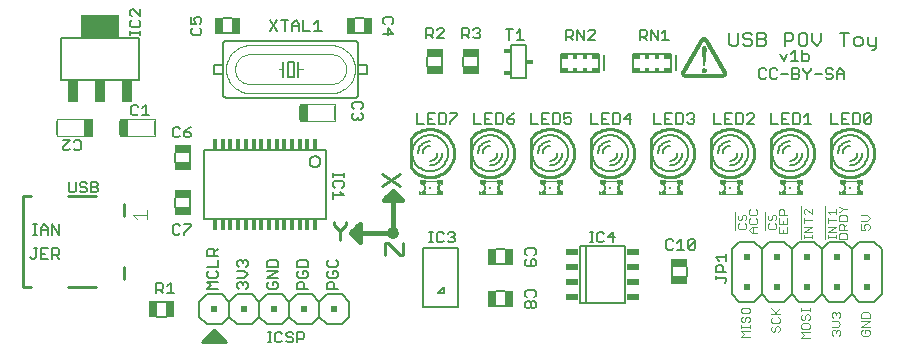
<source format=gto>
G75*
G70*
%OFA0B0*%
%FSLAX24Y24*%
%IPPOS*%
%LPD*%
%AMOC8*
5,1,8,0,0,1.08239X$1,22.5*
%
%ADD10C,0.0100*%
%ADD11C,0.0060*%
%ADD12C,0.0050*%
%ADD13C,0.0040*%
%ADD14C,0.0160*%
%ADD15C,0.0110*%
%ADD16R,0.0256X0.0551*%
%ADD17R,0.1260X0.0730*%
%ADD18R,0.0340X0.0730*%
%ADD19C,0.0080*%
%ADD20R,0.0079X0.0472*%
%ADD21R,0.0256X0.0591*%
%ADD22R,0.0200X0.0200*%
%ADD23R,0.0128X0.0368*%
%ADD24C,0.0020*%
%ADD25R,0.0551X0.0256*%
%ADD26R,0.0236X0.0118*%
%ADD27R,0.0157X0.0118*%
%ADD28R,0.0197X0.0118*%
%ADD29R,0.0039X0.0551*%
%ADD30R,0.0079X0.0551*%
%ADD31R,0.0079X0.0039*%
%ADD32R,0.0197X0.0128*%
%ADD33R,0.0098X0.0059*%
%ADD34R,0.0069X0.0157*%
%ADD35R,0.0079X0.0079*%
%ADD36R,0.0118X0.0118*%
%ADD37R,0.0030X0.0128*%
%ADD38R,0.0006X0.0006*%
%ADD39R,0.0006X0.0006*%
%ADD40R,0.0006X0.0006*%
%ADD41R,0.0006X0.0006*%
%ADD42R,0.0433X0.0193*%
%ADD43R,0.0230X0.0180*%
D10*
X006382Y002498D02*
X006782Y002898D01*
X007182Y002498D01*
X006382Y002498D01*
X006427Y002543D02*
X007136Y002543D01*
X007038Y002642D02*
X006526Y002642D01*
X006625Y002740D02*
X006939Y002740D01*
X006841Y002839D02*
X006723Y002839D01*
X003781Y004607D02*
X003781Y005001D01*
X002856Y004332D02*
X001911Y004332D01*
X000690Y004332D02*
X000415Y004332D01*
X000415Y007363D01*
X000690Y007363D01*
X001911Y007363D02*
X002856Y007363D01*
X003781Y007088D02*
X003781Y006694D01*
X013362Y008298D02*
X013362Y009298D01*
X014663Y009217D02*
X014691Y009169D01*
X014715Y009120D01*
X014735Y009068D01*
X014752Y009016D01*
X014765Y008962D01*
X014774Y008908D01*
X014780Y008853D01*
X014782Y008798D01*
X015362Y009298D02*
X015362Y008298D01*
X015982Y007998D02*
X016036Y008000D01*
X016090Y008005D01*
X016143Y008014D01*
X016196Y008027D01*
X016247Y008043D01*
X016297Y008063D01*
X016346Y008086D01*
X016394Y008112D01*
X016439Y008141D01*
X016482Y008174D01*
X016523Y008209D01*
X016562Y008247D01*
X016598Y008287D01*
X016631Y008330D01*
X016661Y008375D01*
X016688Y008422D01*
X016677Y009195D02*
X016647Y009243D01*
X016614Y009288D01*
X016578Y009331D01*
X016540Y009372D01*
X016498Y009409D01*
X016454Y009444D01*
X016408Y009475D01*
X016359Y009504D01*
X016309Y009528D01*
X016257Y009549D01*
X016203Y009567D01*
X016149Y009580D01*
X016094Y009590D01*
X016038Y009596D01*
X015982Y009598D01*
X017362Y009298D02*
X017362Y008298D01*
X017982Y007998D02*
X018036Y008000D01*
X018090Y008005D01*
X018143Y008014D01*
X018196Y008027D01*
X018247Y008043D01*
X018297Y008063D01*
X018346Y008086D01*
X018394Y008112D01*
X018439Y008141D01*
X018482Y008174D01*
X018523Y008209D01*
X018562Y008247D01*
X018598Y008287D01*
X018631Y008330D01*
X018661Y008375D01*
X018688Y008422D01*
X019362Y008298D02*
X019362Y009298D01*
X020663Y009217D02*
X020691Y009169D01*
X020715Y009120D01*
X020735Y009068D01*
X020752Y009016D01*
X020765Y008962D01*
X020774Y008908D01*
X020780Y008853D01*
X020782Y008798D01*
X021362Y009298D02*
X021362Y008298D01*
X021982Y007998D02*
X022036Y008000D01*
X022090Y008005D01*
X022143Y008014D01*
X022196Y008027D01*
X022247Y008043D01*
X022297Y008063D01*
X022346Y008086D01*
X022394Y008112D01*
X022439Y008141D01*
X022482Y008174D01*
X022523Y008209D01*
X022562Y008247D01*
X022598Y008287D01*
X022631Y008330D01*
X022661Y008375D01*
X022688Y008422D01*
X022677Y009195D02*
X022647Y009243D01*
X022614Y009288D01*
X022578Y009331D01*
X022540Y009372D01*
X022498Y009409D01*
X022454Y009444D01*
X022408Y009475D01*
X022359Y009504D01*
X022309Y009528D01*
X022257Y009549D01*
X022203Y009567D01*
X022149Y009580D01*
X022094Y009590D01*
X022038Y009596D01*
X021982Y009598D01*
X023362Y009298D02*
X023362Y008298D01*
X023982Y007998D02*
X024036Y008000D01*
X024090Y008005D01*
X024143Y008014D01*
X024196Y008027D01*
X024247Y008043D01*
X024297Y008063D01*
X024346Y008086D01*
X024394Y008112D01*
X024439Y008141D01*
X024482Y008174D01*
X024523Y008209D01*
X024562Y008247D01*
X024598Y008287D01*
X024631Y008330D01*
X024661Y008375D01*
X024688Y008422D01*
X025362Y008298D02*
X025362Y009298D01*
X026663Y009217D02*
X026691Y009169D01*
X026715Y009120D01*
X026735Y009068D01*
X026752Y009016D01*
X026765Y008962D01*
X026774Y008908D01*
X026780Y008853D01*
X026782Y008798D01*
X027362Y009298D02*
X027362Y008298D01*
X027982Y007998D02*
X028036Y008000D01*
X028090Y008005D01*
X028143Y008014D01*
X028196Y008027D01*
X028247Y008043D01*
X028297Y008063D01*
X028346Y008086D01*
X028394Y008112D01*
X028439Y008141D01*
X028482Y008174D01*
X028523Y008209D01*
X028562Y008247D01*
X028598Y008287D01*
X028631Y008330D01*
X028661Y008375D01*
X028688Y008422D01*
X028677Y009195D02*
X028647Y009243D01*
X028614Y009288D01*
X028578Y009331D01*
X028540Y009372D01*
X028498Y009409D01*
X028454Y009444D01*
X028408Y009475D01*
X028359Y009504D01*
X028309Y009528D01*
X028257Y009549D01*
X028203Y009567D01*
X028149Y009580D01*
X028094Y009590D01*
X028038Y009596D01*
X027982Y009598D01*
X028663Y009217D02*
X028691Y009169D01*
X028715Y009120D01*
X028735Y009068D01*
X028752Y009016D01*
X028765Y008962D01*
X028774Y008908D01*
X028780Y008853D01*
X028782Y008798D01*
X028780Y008742D01*
X028774Y008685D01*
X028764Y008630D01*
X028750Y008575D01*
X028733Y008522D01*
X028711Y008469D01*
X028686Y008419D01*
X027982Y009598D02*
X027929Y009596D01*
X027875Y009591D01*
X027823Y009582D01*
X027771Y009570D01*
X027720Y009554D01*
X027670Y009535D01*
X027621Y009512D01*
X027574Y009486D01*
X027529Y009458D01*
X027486Y009426D01*
X027446Y009392D01*
X027407Y009354D01*
X027371Y009315D01*
X027367Y008286D02*
X027403Y008246D01*
X027442Y008208D01*
X027483Y008173D01*
X027526Y008141D01*
X027571Y008111D01*
X027618Y008085D01*
X027667Y008063D01*
X027718Y008043D01*
X027769Y008027D01*
X027821Y008014D01*
X027875Y008005D01*
X027928Y008000D01*
X027982Y007998D01*
X026677Y009195D02*
X026647Y009243D01*
X026614Y009288D01*
X026578Y009331D01*
X026540Y009372D01*
X026498Y009409D01*
X026454Y009444D01*
X026408Y009475D01*
X026359Y009504D01*
X026309Y009528D01*
X026257Y009549D01*
X026203Y009567D01*
X026149Y009580D01*
X026094Y009590D01*
X026038Y009596D01*
X025982Y009598D01*
X026782Y008798D02*
X026780Y008742D01*
X026774Y008685D01*
X026764Y008630D01*
X026750Y008575D01*
X026733Y008522D01*
X026711Y008469D01*
X026686Y008419D01*
X025982Y009598D02*
X025929Y009596D01*
X025875Y009591D01*
X025823Y009582D01*
X025771Y009570D01*
X025720Y009554D01*
X025670Y009535D01*
X025621Y009512D01*
X025574Y009486D01*
X025529Y009458D01*
X025486Y009426D01*
X025446Y009392D01*
X025407Y009354D01*
X025371Y009315D01*
X025982Y007998D02*
X026036Y008000D01*
X026090Y008005D01*
X026143Y008014D01*
X026196Y008027D01*
X026247Y008043D01*
X026297Y008063D01*
X026346Y008086D01*
X026394Y008112D01*
X026439Y008141D01*
X026482Y008174D01*
X026523Y008209D01*
X026562Y008247D01*
X026598Y008287D01*
X026631Y008330D01*
X026661Y008375D01*
X026688Y008422D01*
X025982Y007998D02*
X025928Y008000D01*
X025875Y008005D01*
X025821Y008014D01*
X025769Y008027D01*
X025718Y008043D01*
X025667Y008063D01*
X025618Y008085D01*
X025571Y008111D01*
X025526Y008141D01*
X025483Y008173D01*
X025442Y008208D01*
X025403Y008246D01*
X025367Y008286D01*
X024677Y009195D02*
X024647Y009243D01*
X024614Y009288D01*
X024578Y009331D01*
X024540Y009372D01*
X024498Y009409D01*
X024454Y009444D01*
X024408Y009475D01*
X024359Y009504D01*
X024309Y009528D01*
X024257Y009549D01*
X024203Y009567D01*
X024149Y009580D01*
X024094Y009590D01*
X024038Y009596D01*
X023982Y009598D01*
X024663Y009217D02*
X024691Y009169D01*
X024715Y009120D01*
X024735Y009068D01*
X024752Y009016D01*
X024765Y008962D01*
X024774Y008908D01*
X024780Y008853D01*
X024782Y008798D01*
X024780Y008742D01*
X024774Y008685D01*
X024764Y008630D01*
X024750Y008575D01*
X024733Y008522D01*
X024711Y008469D01*
X024686Y008419D01*
X023982Y009598D02*
X023929Y009596D01*
X023875Y009591D01*
X023823Y009582D01*
X023771Y009570D01*
X023720Y009554D01*
X023670Y009535D01*
X023621Y009512D01*
X023574Y009486D01*
X023529Y009458D01*
X023486Y009426D01*
X023446Y009392D01*
X023407Y009354D01*
X023371Y009315D01*
X023367Y008286D02*
X023403Y008246D01*
X023442Y008208D01*
X023483Y008173D01*
X023526Y008141D01*
X023571Y008111D01*
X023618Y008085D01*
X023667Y008063D01*
X023718Y008043D01*
X023769Y008027D01*
X023821Y008014D01*
X023875Y008005D01*
X023928Y008000D01*
X023982Y007998D01*
X022686Y008419D02*
X022711Y008469D01*
X022733Y008522D01*
X022750Y008575D01*
X022764Y008630D01*
X022774Y008685D01*
X022780Y008742D01*
X022782Y008798D01*
X022780Y008853D01*
X022774Y008908D01*
X022765Y008962D01*
X022752Y009016D01*
X022735Y009068D01*
X022715Y009120D01*
X022691Y009169D01*
X022663Y009217D01*
X021982Y009598D02*
X021929Y009596D01*
X021875Y009591D01*
X021823Y009582D01*
X021771Y009570D01*
X021720Y009554D01*
X021670Y009535D01*
X021621Y009512D01*
X021574Y009486D01*
X021529Y009458D01*
X021486Y009426D01*
X021446Y009392D01*
X021407Y009354D01*
X021371Y009315D01*
X021367Y008286D02*
X021403Y008246D01*
X021442Y008208D01*
X021483Y008173D01*
X021526Y008141D01*
X021571Y008111D01*
X021618Y008085D01*
X021667Y008063D01*
X021718Y008043D01*
X021769Y008027D01*
X021821Y008014D01*
X021875Y008005D01*
X021928Y008000D01*
X021982Y007998D01*
X020677Y009195D02*
X020647Y009243D01*
X020614Y009288D01*
X020578Y009331D01*
X020540Y009372D01*
X020498Y009409D01*
X020454Y009444D01*
X020408Y009475D01*
X020359Y009504D01*
X020309Y009528D01*
X020257Y009549D01*
X020203Y009567D01*
X020149Y009580D01*
X020094Y009590D01*
X020038Y009596D01*
X019982Y009598D01*
X020782Y008798D02*
X020780Y008742D01*
X020774Y008685D01*
X020764Y008630D01*
X020750Y008575D01*
X020733Y008522D01*
X020711Y008469D01*
X020686Y008419D01*
X019982Y009598D02*
X019929Y009596D01*
X019875Y009591D01*
X019823Y009582D01*
X019771Y009570D01*
X019720Y009554D01*
X019670Y009535D01*
X019621Y009512D01*
X019574Y009486D01*
X019529Y009458D01*
X019486Y009426D01*
X019446Y009392D01*
X019407Y009354D01*
X019371Y009315D01*
X019982Y007998D02*
X020036Y008000D01*
X020090Y008005D01*
X020143Y008014D01*
X020196Y008027D01*
X020247Y008043D01*
X020297Y008063D01*
X020346Y008086D01*
X020394Y008112D01*
X020439Y008141D01*
X020482Y008174D01*
X020523Y008209D01*
X020562Y008247D01*
X020598Y008287D01*
X020631Y008330D01*
X020661Y008375D01*
X020688Y008422D01*
X019982Y007998D02*
X019928Y008000D01*
X019875Y008005D01*
X019821Y008014D01*
X019769Y008027D01*
X019718Y008043D01*
X019667Y008063D01*
X019618Y008085D01*
X019571Y008111D01*
X019526Y008141D01*
X019483Y008173D01*
X019442Y008208D01*
X019403Y008246D01*
X019367Y008286D01*
X018677Y009195D02*
X018647Y009243D01*
X018614Y009288D01*
X018578Y009331D01*
X018540Y009372D01*
X018498Y009409D01*
X018454Y009444D01*
X018408Y009475D01*
X018359Y009504D01*
X018309Y009528D01*
X018257Y009549D01*
X018203Y009567D01*
X018149Y009580D01*
X018094Y009590D01*
X018038Y009596D01*
X017982Y009598D01*
X018663Y009217D02*
X018691Y009169D01*
X018715Y009120D01*
X018735Y009068D01*
X018752Y009016D01*
X018765Y008962D01*
X018774Y008908D01*
X018780Y008853D01*
X018782Y008798D01*
X018780Y008742D01*
X018774Y008685D01*
X018764Y008630D01*
X018750Y008575D01*
X018733Y008522D01*
X018711Y008469D01*
X018686Y008419D01*
X017982Y009598D02*
X017929Y009596D01*
X017875Y009591D01*
X017823Y009582D01*
X017771Y009570D01*
X017720Y009554D01*
X017670Y009535D01*
X017621Y009512D01*
X017574Y009486D01*
X017529Y009458D01*
X017486Y009426D01*
X017446Y009392D01*
X017407Y009354D01*
X017371Y009315D01*
X017367Y008286D02*
X017403Y008246D01*
X017442Y008208D01*
X017483Y008173D01*
X017526Y008141D01*
X017571Y008111D01*
X017618Y008085D01*
X017667Y008063D01*
X017718Y008043D01*
X017769Y008027D01*
X017821Y008014D01*
X017875Y008005D01*
X017928Y008000D01*
X017982Y007998D01*
X016686Y008419D02*
X016711Y008469D01*
X016733Y008522D01*
X016750Y008575D01*
X016764Y008630D01*
X016774Y008685D01*
X016780Y008742D01*
X016782Y008798D01*
X016780Y008853D01*
X016774Y008908D01*
X016765Y008962D01*
X016752Y009016D01*
X016735Y009068D01*
X016715Y009120D01*
X016691Y009169D01*
X016663Y009217D01*
X015982Y009598D02*
X015929Y009596D01*
X015875Y009591D01*
X015823Y009582D01*
X015771Y009570D01*
X015720Y009554D01*
X015670Y009535D01*
X015621Y009512D01*
X015574Y009486D01*
X015529Y009458D01*
X015486Y009426D01*
X015446Y009392D01*
X015407Y009354D01*
X015371Y009315D01*
X015367Y008286D02*
X015403Y008246D01*
X015442Y008208D01*
X015483Y008173D01*
X015526Y008141D01*
X015571Y008111D01*
X015618Y008085D01*
X015667Y008063D01*
X015718Y008043D01*
X015769Y008027D01*
X015821Y008014D01*
X015875Y008005D01*
X015928Y008000D01*
X015982Y007998D01*
X014677Y009195D02*
X014647Y009243D01*
X014614Y009288D01*
X014578Y009331D01*
X014540Y009372D01*
X014498Y009409D01*
X014454Y009444D01*
X014408Y009475D01*
X014359Y009504D01*
X014309Y009528D01*
X014257Y009549D01*
X014203Y009567D01*
X014149Y009580D01*
X014094Y009590D01*
X014038Y009596D01*
X013982Y009598D01*
X014782Y008798D02*
X014780Y008742D01*
X014774Y008685D01*
X014764Y008630D01*
X014750Y008575D01*
X014733Y008522D01*
X014711Y008469D01*
X014686Y008419D01*
X013982Y009598D02*
X013929Y009596D01*
X013875Y009591D01*
X013823Y009582D01*
X013771Y009570D01*
X013720Y009554D01*
X013670Y009535D01*
X013621Y009512D01*
X013574Y009486D01*
X013529Y009458D01*
X013486Y009426D01*
X013446Y009392D01*
X013407Y009354D01*
X013371Y009315D01*
X013982Y007998D02*
X014036Y008000D01*
X014090Y008005D01*
X014143Y008014D01*
X014196Y008027D01*
X014247Y008043D01*
X014297Y008063D01*
X014346Y008086D01*
X014394Y008112D01*
X014439Y008141D01*
X014482Y008174D01*
X014523Y008209D01*
X014562Y008247D01*
X014598Y008287D01*
X014631Y008330D01*
X014661Y008375D01*
X014688Y008422D01*
X013982Y007998D02*
X013928Y008000D01*
X013875Y008005D01*
X013821Y008014D01*
X013769Y008027D01*
X013718Y008043D01*
X013667Y008063D01*
X013618Y008085D01*
X013571Y008111D01*
X013526Y008141D01*
X013483Y008173D01*
X013442Y008208D01*
X013403Y008246D01*
X013367Y008286D01*
D11*
X013582Y008798D02*
X013584Y008837D01*
X013590Y008876D01*
X013599Y008914D01*
X013612Y008951D01*
X013629Y008987D01*
X013649Y009020D01*
X013673Y009052D01*
X013699Y009081D01*
X013728Y009107D01*
X013760Y009131D01*
X013793Y009151D01*
X013829Y009168D01*
X013866Y009181D01*
X013904Y009190D01*
X013943Y009196D01*
X013982Y009198D01*
X014430Y009197D02*
X014461Y009159D01*
X014489Y009119D01*
X014513Y009077D01*
X014534Y009034D01*
X014551Y008988D01*
X014564Y008942D01*
X014574Y008894D01*
X014580Y008846D01*
X014582Y008798D01*
X013982Y009048D02*
X013952Y009046D01*
X013922Y009041D01*
X013893Y009032D01*
X013866Y009019D01*
X013840Y009004D01*
X013816Y008985D01*
X013795Y008964D01*
X013776Y008940D01*
X013761Y008914D01*
X013748Y008887D01*
X013739Y008858D01*
X013734Y008828D01*
X013732Y008798D01*
X013982Y008398D02*
X014021Y008400D01*
X014060Y008406D01*
X014098Y008415D01*
X014135Y008428D01*
X014171Y008445D01*
X014204Y008465D01*
X014236Y008489D01*
X014265Y008515D01*
X014291Y008544D01*
X014315Y008576D01*
X014335Y008609D01*
X014352Y008645D01*
X014365Y008682D01*
X014374Y008720D01*
X014380Y008759D01*
X014382Y008798D01*
X014232Y008798D02*
X014230Y008768D01*
X014225Y008738D01*
X014216Y008709D01*
X014203Y008682D01*
X014188Y008656D01*
X014169Y008632D01*
X014148Y008611D01*
X014124Y008592D01*
X014098Y008577D01*
X014071Y008564D01*
X014042Y008555D01*
X014012Y008550D01*
X013982Y008548D01*
X014456Y009166D02*
X014426Y009201D01*
X014395Y009234D01*
X014360Y009264D01*
X014324Y009291D01*
X014286Y009315D01*
X014246Y009337D01*
X014204Y009355D01*
X014161Y009371D01*
X014117Y009383D01*
X014073Y009391D01*
X014027Y009396D01*
X013982Y009398D01*
X013937Y009396D01*
X013891Y009391D01*
X013847Y009383D01*
X013803Y009371D01*
X013760Y009355D01*
X013718Y009337D01*
X013678Y009315D01*
X013640Y009291D01*
X013604Y009264D01*
X013569Y009234D01*
X013538Y009201D01*
X013508Y009166D01*
X013982Y008198D02*
X014028Y008200D01*
X014074Y008205D01*
X014120Y008214D01*
X014165Y008226D01*
X014208Y008242D01*
X014250Y008261D01*
X014291Y008284D01*
X014330Y008309D01*
X014366Y008337D01*
X014401Y008368D01*
X014433Y008402D01*
X014462Y008438D01*
X013982Y008198D02*
X013935Y008200D01*
X013887Y008206D01*
X013841Y008215D01*
X013795Y008228D01*
X013751Y008244D01*
X013707Y008264D01*
X013666Y008288D01*
X013627Y008314D01*
X013590Y008344D01*
X013555Y008377D01*
X013523Y008412D01*
X013494Y008449D01*
X013382Y008798D02*
X013384Y008844D01*
X013389Y008890D01*
X013398Y008936D01*
X013410Y008980D01*
X013426Y009024D01*
X013445Y009066D01*
X013467Y009107D01*
X013493Y009145D01*
X013521Y009182D01*
X013382Y008798D02*
X013384Y008751D01*
X013389Y008704D01*
X013399Y008658D01*
X013412Y008612D01*
X013428Y008568D01*
X013448Y008525D01*
X013471Y008484D01*
X013497Y008445D01*
X013526Y008408D01*
X014443Y008414D02*
X014471Y008451D01*
X014497Y008489D01*
X014519Y008530D01*
X014538Y008572D01*
X014554Y008616D01*
X014566Y008660D01*
X014575Y008706D01*
X014580Y008752D01*
X014582Y008798D01*
X015582Y008798D02*
X015584Y008837D01*
X015590Y008876D01*
X015599Y008914D01*
X015612Y008951D01*
X015629Y008987D01*
X015649Y009020D01*
X015673Y009052D01*
X015699Y009081D01*
X015728Y009107D01*
X015760Y009131D01*
X015793Y009151D01*
X015829Y009168D01*
X015866Y009181D01*
X015904Y009190D01*
X015943Y009196D01*
X015982Y009198D01*
X016430Y009197D02*
X016461Y009159D01*
X016489Y009119D01*
X016513Y009077D01*
X016534Y009034D01*
X016551Y008988D01*
X016564Y008942D01*
X016574Y008894D01*
X016580Y008846D01*
X016582Y008798D01*
X015982Y009048D02*
X015952Y009046D01*
X015922Y009041D01*
X015893Y009032D01*
X015866Y009019D01*
X015840Y009004D01*
X015816Y008985D01*
X015795Y008964D01*
X015776Y008940D01*
X015761Y008914D01*
X015748Y008887D01*
X015739Y008858D01*
X015734Y008828D01*
X015732Y008798D01*
X015982Y008398D02*
X016021Y008400D01*
X016060Y008406D01*
X016098Y008415D01*
X016135Y008428D01*
X016171Y008445D01*
X016204Y008465D01*
X016236Y008489D01*
X016265Y008515D01*
X016291Y008544D01*
X016315Y008576D01*
X016335Y008609D01*
X016352Y008645D01*
X016365Y008682D01*
X016374Y008720D01*
X016380Y008759D01*
X016382Y008798D01*
X016232Y008798D02*
X016230Y008768D01*
X016225Y008738D01*
X016216Y008709D01*
X016203Y008682D01*
X016188Y008656D01*
X016169Y008632D01*
X016148Y008611D01*
X016124Y008592D01*
X016098Y008577D01*
X016071Y008564D01*
X016042Y008555D01*
X016012Y008550D01*
X015982Y008548D01*
X016456Y009166D02*
X016426Y009201D01*
X016395Y009234D01*
X016360Y009264D01*
X016324Y009291D01*
X016286Y009315D01*
X016246Y009337D01*
X016204Y009355D01*
X016161Y009371D01*
X016117Y009383D01*
X016073Y009391D01*
X016027Y009396D01*
X015982Y009398D01*
X015937Y009396D01*
X015891Y009391D01*
X015847Y009383D01*
X015803Y009371D01*
X015760Y009355D01*
X015718Y009337D01*
X015678Y009315D01*
X015640Y009291D01*
X015604Y009264D01*
X015569Y009234D01*
X015538Y009201D01*
X015508Y009166D01*
X015982Y008198D02*
X016028Y008200D01*
X016074Y008205D01*
X016120Y008214D01*
X016165Y008226D01*
X016208Y008242D01*
X016250Y008261D01*
X016291Y008284D01*
X016330Y008309D01*
X016366Y008337D01*
X016401Y008368D01*
X016433Y008402D01*
X016462Y008438D01*
X015982Y008198D02*
X015935Y008200D01*
X015887Y008206D01*
X015841Y008215D01*
X015795Y008228D01*
X015751Y008244D01*
X015707Y008264D01*
X015666Y008288D01*
X015627Y008314D01*
X015590Y008344D01*
X015555Y008377D01*
X015523Y008412D01*
X015494Y008449D01*
X015382Y008798D02*
X015384Y008844D01*
X015389Y008890D01*
X015398Y008936D01*
X015410Y008980D01*
X015426Y009024D01*
X015445Y009066D01*
X015467Y009107D01*
X015493Y009145D01*
X015521Y009182D01*
X015382Y008798D02*
X015384Y008751D01*
X015389Y008704D01*
X015399Y008658D01*
X015412Y008612D01*
X015428Y008568D01*
X015448Y008525D01*
X015471Y008484D01*
X015497Y008445D01*
X015526Y008408D01*
X016443Y008414D02*
X016471Y008451D01*
X016497Y008489D01*
X016519Y008530D01*
X016538Y008572D01*
X016554Y008616D01*
X016566Y008660D01*
X016575Y008706D01*
X016580Y008752D01*
X016582Y008798D01*
X017582Y008798D02*
X017584Y008837D01*
X017590Y008876D01*
X017599Y008914D01*
X017612Y008951D01*
X017629Y008987D01*
X017649Y009020D01*
X017673Y009052D01*
X017699Y009081D01*
X017728Y009107D01*
X017760Y009131D01*
X017793Y009151D01*
X017829Y009168D01*
X017866Y009181D01*
X017904Y009190D01*
X017943Y009196D01*
X017982Y009198D01*
X018430Y009197D02*
X018461Y009159D01*
X018489Y009119D01*
X018513Y009077D01*
X018534Y009034D01*
X018551Y008988D01*
X018564Y008942D01*
X018574Y008894D01*
X018580Y008846D01*
X018582Y008798D01*
X017982Y009048D02*
X017952Y009046D01*
X017922Y009041D01*
X017893Y009032D01*
X017866Y009019D01*
X017840Y009004D01*
X017816Y008985D01*
X017795Y008964D01*
X017776Y008940D01*
X017761Y008914D01*
X017748Y008887D01*
X017739Y008858D01*
X017734Y008828D01*
X017732Y008798D01*
X017982Y008398D02*
X018021Y008400D01*
X018060Y008406D01*
X018098Y008415D01*
X018135Y008428D01*
X018171Y008445D01*
X018204Y008465D01*
X018236Y008489D01*
X018265Y008515D01*
X018291Y008544D01*
X018315Y008576D01*
X018335Y008609D01*
X018352Y008645D01*
X018365Y008682D01*
X018374Y008720D01*
X018380Y008759D01*
X018382Y008798D01*
X018232Y008798D02*
X018230Y008768D01*
X018225Y008738D01*
X018216Y008709D01*
X018203Y008682D01*
X018188Y008656D01*
X018169Y008632D01*
X018148Y008611D01*
X018124Y008592D01*
X018098Y008577D01*
X018071Y008564D01*
X018042Y008555D01*
X018012Y008550D01*
X017982Y008548D01*
X018456Y009166D02*
X018426Y009201D01*
X018395Y009234D01*
X018360Y009264D01*
X018324Y009291D01*
X018286Y009315D01*
X018246Y009337D01*
X018204Y009355D01*
X018161Y009371D01*
X018117Y009383D01*
X018073Y009391D01*
X018027Y009396D01*
X017982Y009398D01*
X017937Y009396D01*
X017891Y009391D01*
X017847Y009383D01*
X017803Y009371D01*
X017760Y009355D01*
X017718Y009337D01*
X017678Y009315D01*
X017640Y009291D01*
X017604Y009264D01*
X017569Y009234D01*
X017538Y009201D01*
X017508Y009166D01*
X017982Y008198D02*
X018028Y008200D01*
X018074Y008205D01*
X018120Y008214D01*
X018165Y008226D01*
X018208Y008242D01*
X018250Y008261D01*
X018291Y008284D01*
X018330Y008309D01*
X018366Y008337D01*
X018401Y008368D01*
X018433Y008402D01*
X018462Y008438D01*
X017982Y008198D02*
X017935Y008200D01*
X017887Y008206D01*
X017841Y008215D01*
X017795Y008228D01*
X017751Y008244D01*
X017707Y008264D01*
X017666Y008288D01*
X017627Y008314D01*
X017590Y008344D01*
X017555Y008377D01*
X017523Y008412D01*
X017494Y008449D01*
X017382Y008798D02*
X017384Y008844D01*
X017389Y008890D01*
X017398Y008936D01*
X017410Y008980D01*
X017426Y009024D01*
X017445Y009066D01*
X017467Y009107D01*
X017493Y009145D01*
X017521Y009182D01*
X017382Y008798D02*
X017384Y008751D01*
X017389Y008704D01*
X017399Y008658D01*
X017412Y008612D01*
X017428Y008568D01*
X017448Y008525D01*
X017471Y008484D01*
X017497Y008445D01*
X017526Y008408D01*
X018443Y008414D02*
X018471Y008451D01*
X018497Y008489D01*
X018519Y008530D01*
X018538Y008572D01*
X018554Y008616D01*
X018566Y008660D01*
X018575Y008706D01*
X018580Y008752D01*
X018582Y008798D01*
X019582Y008798D02*
X019584Y008837D01*
X019590Y008876D01*
X019599Y008914D01*
X019612Y008951D01*
X019629Y008987D01*
X019649Y009020D01*
X019673Y009052D01*
X019699Y009081D01*
X019728Y009107D01*
X019760Y009131D01*
X019793Y009151D01*
X019829Y009168D01*
X019866Y009181D01*
X019904Y009190D01*
X019943Y009196D01*
X019982Y009198D01*
X020430Y009197D02*
X020461Y009159D01*
X020489Y009119D01*
X020513Y009077D01*
X020534Y009034D01*
X020551Y008988D01*
X020564Y008942D01*
X020574Y008894D01*
X020580Y008846D01*
X020582Y008798D01*
X019982Y009048D02*
X019952Y009046D01*
X019922Y009041D01*
X019893Y009032D01*
X019866Y009019D01*
X019840Y009004D01*
X019816Y008985D01*
X019795Y008964D01*
X019776Y008940D01*
X019761Y008914D01*
X019748Y008887D01*
X019739Y008858D01*
X019734Y008828D01*
X019732Y008798D01*
X019982Y008398D02*
X020021Y008400D01*
X020060Y008406D01*
X020098Y008415D01*
X020135Y008428D01*
X020171Y008445D01*
X020204Y008465D01*
X020236Y008489D01*
X020265Y008515D01*
X020291Y008544D01*
X020315Y008576D01*
X020335Y008609D01*
X020352Y008645D01*
X020365Y008682D01*
X020374Y008720D01*
X020380Y008759D01*
X020382Y008798D01*
X020232Y008798D02*
X020230Y008768D01*
X020225Y008738D01*
X020216Y008709D01*
X020203Y008682D01*
X020188Y008656D01*
X020169Y008632D01*
X020148Y008611D01*
X020124Y008592D01*
X020098Y008577D01*
X020071Y008564D01*
X020042Y008555D01*
X020012Y008550D01*
X019982Y008548D01*
X020456Y009166D02*
X020426Y009201D01*
X020395Y009234D01*
X020360Y009264D01*
X020324Y009291D01*
X020286Y009315D01*
X020246Y009337D01*
X020204Y009355D01*
X020161Y009371D01*
X020117Y009383D01*
X020073Y009391D01*
X020027Y009396D01*
X019982Y009398D01*
X019937Y009396D01*
X019891Y009391D01*
X019847Y009383D01*
X019803Y009371D01*
X019760Y009355D01*
X019718Y009337D01*
X019678Y009315D01*
X019640Y009291D01*
X019604Y009264D01*
X019569Y009234D01*
X019538Y009201D01*
X019508Y009166D01*
X019982Y008198D02*
X020028Y008200D01*
X020074Y008205D01*
X020120Y008214D01*
X020165Y008226D01*
X020208Y008242D01*
X020250Y008261D01*
X020291Y008284D01*
X020330Y008309D01*
X020366Y008337D01*
X020401Y008368D01*
X020433Y008402D01*
X020462Y008438D01*
X019982Y008198D02*
X019935Y008200D01*
X019887Y008206D01*
X019841Y008215D01*
X019795Y008228D01*
X019751Y008244D01*
X019707Y008264D01*
X019666Y008288D01*
X019627Y008314D01*
X019590Y008344D01*
X019555Y008377D01*
X019523Y008412D01*
X019494Y008449D01*
X019382Y008798D02*
X019384Y008844D01*
X019389Y008890D01*
X019398Y008936D01*
X019410Y008980D01*
X019426Y009024D01*
X019445Y009066D01*
X019467Y009107D01*
X019493Y009145D01*
X019521Y009182D01*
X019382Y008798D02*
X019384Y008751D01*
X019389Y008704D01*
X019399Y008658D01*
X019412Y008612D01*
X019428Y008568D01*
X019448Y008525D01*
X019471Y008484D01*
X019497Y008445D01*
X019526Y008408D01*
X020443Y008414D02*
X020471Y008451D01*
X020497Y008489D01*
X020519Y008530D01*
X020538Y008572D01*
X020554Y008616D01*
X020566Y008660D01*
X020575Y008706D01*
X020580Y008752D01*
X020582Y008798D01*
X021582Y008798D02*
X021584Y008837D01*
X021590Y008876D01*
X021599Y008914D01*
X021612Y008951D01*
X021629Y008987D01*
X021649Y009020D01*
X021673Y009052D01*
X021699Y009081D01*
X021728Y009107D01*
X021760Y009131D01*
X021793Y009151D01*
X021829Y009168D01*
X021866Y009181D01*
X021904Y009190D01*
X021943Y009196D01*
X021982Y009198D01*
X022430Y009197D02*
X022461Y009159D01*
X022489Y009119D01*
X022513Y009077D01*
X022534Y009034D01*
X022551Y008988D01*
X022564Y008942D01*
X022574Y008894D01*
X022580Y008846D01*
X022582Y008798D01*
X021982Y009048D02*
X021952Y009046D01*
X021922Y009041D01*
X021893Y009032D01*
X021866Y009019D01*
X021840Y009004D01*
X021816Y008985D01*
X021795Y008964D01*
X021776Y008940D01*
X021761Y008914D01*
X021748Y008887D01*
X021739Y008858D01*
X021734Y008828D01*
X021732Y008798D01*
X021982Y008398D02*
X022021Y008400D01*
X022060Y008406D01*
X022098Y008415D01*
X022135Y008428D01*
X022171Y008445D01*
X022204Y008465D01*
X022236Y008489D01*
X022265Y008515D01*
X022291Y008544D01*
X022315Y008576D01*
X022335Y008609D01*
X022352Y008645D01*
X022365Y008682D01*
X022374Y008720D01*
X022380Y008759D01*
X022382Y008798D01*
X022232Y008798D02*
X022230Y008768D01*
X022225Y008738D01*
X022216Y008709D01*
X022203Y008682D01*
X022188Y008656D01*
X022169Y008632D01*
X022148Y008611D01*
X022124Y008592D01*
X022098Y008577D01*
X022071Y008564D01*
X022042Y008555D01*
X022012Y008550D01*
X021982Y008548D01*
X022456Y009166D02*
X022426Y009201D01*
X022395Y009234D01*
X022360Y009264D01*
X022324Y009291D01*
X022286Y009315D01*
X022246Y009337D01*
X022204Y009355D01*
X022161Y009371D01*
X022117Y009383D01*
X022073Y009391D01*
X022027Y009396D01*
X021982Y009398D01*
X021937Y009396D01*
X021891Y009391D01*
X021847Y009383D01*
X021803Y009371D01*
X021760Y009355D01*
X021718Y009337D01*
X021678Y009315D01*
X021640Y009291D01*
X021604Y009264D01*
X021569Y009234D01*
X021538Y009201D01*
X021508Y009166D01*
X021982Y008198D02*
X022028Y008200D01*
X022074Y008205D01*
X022120Y008214D01*
X022165Y008226D01*
X022208Y008242D01*
X022250Y008261D01*
X022291Y008284D01*
X022330Y008309D01*
X022366Y008337D01*
X022401Y008368D01*
X022433Y008402D01*
X022462Y008438D01*
X021982Y008198D02*
X021935Y008200D01*
X021887Y008206D01*
X021841Y008215D01*
X021795Y008228D01*
X021751Y008244D01*
X021707Y008264D01*
X021666Y008288D01*
X021627Y008314D01*
X021590Y008344D01*
X021555Y008377D01*
X021523Y008412D01*
X021494Y008449D01*
X021382Y008798D02*
X021384Y008844D01*
X021389Y008890D01*
X021398Y008936D01*
X021410Y008980D01*
X021426Y009024D01*
X021445Y009066D01*
X021467Y009107D01*
X021493Y009145D01*
X021521Y009182D01*
X021382Y008798D02*
X021384Y008751D01*
X021389Y008704D01*
X021399Y008658D01*
X021412Y008612D01*
X021428Y008568D01*
X021448Y008525D01*
X021471Y008484D01*
X021497Y008445D01*
X021526Y008408D01*
X022443Y008414D02*
X022471Y008451D01*
X022497Y008489D01*
X022519Y008530D01*
X022538Y008572D01*
X022554Y008616D01*
X022566Y008660D01*
X022575Y008706D01*
X022580Y008752D01*
X022582Y008798D01*
X023582Y008798D02*
X023584Y008837D01*
X023590Y008876D01*
X023599Y008914D01*
X023612Y008951D01*
X023629Y008987D01*
X023649Y009020D01*
X023673Y009052D01*
X023699Y009081D01*
X023728Y009107D01*
X023760Y009131D01*
X023793Y009151D01*
X023829Y009168D01*
X023866Y009181D01*
X023904Y009190D01*
X023943Y009196D01*
X023982Y009198D01*
X024430Y009197D02*
X024461Y009159D01*
X024489Y009119D01*
X024513Y009077D01*
X024534Y009034D01*
X024551Y008988D01*
X024564Y008942D01*
X024574Y008894D01*
X024580Y008846D01*
X024582Y008798D01*
X023982Y009048D02*
X023952Y009046D01*
X023922Y009041D01*
X023893Y009032D01*
X023866Y009019D01*
X023840Y009004D01*
X023816Y008985D01*
X023795Y008964D01*
X023776Y008940D01*
X023761Y008914D01*
X023748Y008887D01*
X023739Y008858D01*
X023734Y008828D01*
X023732Y008798D01*
X023982Y008398D02*
X024021Y008400D01*
X024060Y008406D01*
X024098Y008415D01*
X024135Y008428D01*
X024171Y008445D01*
X024204Y008465D01*
X024236Y008489D01*
X024265Y008515D01*
X024291Y008544D01*
X024315Y008576D01*
X024335Y008609D01*
X024352Y008645D01*
X024365Y008682D01*
X024374Y008720D01*
X024380Y008759D01*
X024382Y008798D01*
X024232Y008798D02*
X024230Y008768D01*
X024225Y008738D01*
X024216Y008709D01*
X024203Y008682D01*
X024188Y008656D01*
X024169Y008632D01*
X024148Y008611D01*
X024124Y008592D01*
X024098Y008577D01*
X024071Y008564D01*
X024042Y008555D01*
X024012Y008550D01*
X023982Y008548D01*
X024456Y009166D02*
X024426Y009201D01*
X024395Y009234D01*
X024360Y009264D01*
X024324Y009291D01*
X024286Y009315D01*
X024246Y009337D01*
X024204Y009355D01*
X024161Y009371D01*
X024117Y009383D01*
X024073Y009391D01*
X024027Y009396D01*
X023982Y009398D01*
X023937Y009396D01*
X023891Y009391D01*
X023847Y009383D01*
X023803Y009371D01*
X023760Y009355D01*
X023718Y009337D01*
X023678Y009315D01*
X023640Y009291D01*
X023604Y009264D01*
X023569Y009234D01*
X023538Y009201D01*
X023508Y009166D01*
X023982Y008198D02*
X024028Y008200D01*
X024074Y008205D01*
X024120Y008214D01*
X024165Y008226D01*
X024208Y008242D01*
X024250Y008261D01*
X024291Y008284D01*
X024330Y008309D01*
X024366Y008337D01*
X024401Y008368D01*
X024433Y008402D01*
X024462Y008438D01*
X023982Y008198D02*
X023935Y008200D01*
X023887Y008206D01*
X023841Y008215D01*
X023795Y008228D01*
X023751Y008244D01*
X023707Y008264D01*
X023666Y008288D01*
X023627Y008314D01*
X023590Y008344D01*
X023555Y008377D01*
X023523Y008412D01*
X023494Y008449D01*
X023382Y008798D02*
X023384Y008844D01*
X023389Y008890D01*
X023398Y008936D01*
X023410Y008980D01*
X023426Y009024D01*
X023445Y009066D01*
X023467Y009107D01*
X023493Y009145D01*
X023521Y009182D01*
X023382Y008798D02*
X023384Y008751D01*
X023389Y008704D01*
X023399Y008658D01*
X023412Y008612D01*
X023428Y008568D01*
X023448Y008525D01*
X023471Y008484D01*
X023497Y008445D01*
X023526Y008408D01*
X024443Y008414D02*
X024471Y008451D01*
X024497Y008489D01*
X024519Y008530D01*
X024538Y008572D01*
X024554Y008616D01*
X024566Y008660D01*
X024575Y008706D01*
X024580Y008752D01*
X024582Y008798D01*
X025582Y008798D02*
X025584Y008837D01*
X025590Y008876D01*
X025599Y008914D01*
X025612Y008951D01*
X025629Y008987D01*
X025649Y009020D01*
X025673Y009052D01*
X025699Y009081D01*
X025728Y009107D01*
X025760Y009131D01*
X025793Y009151D01*
X025829Y009168D01*
X025866Y009181D01*
X025904Y009190D01*
X025943Y009196D01*
X025982Y009198D01*
X026430Y009197D02*
X026461Y009159D01*
X026489Y009119D01*
X026513Y009077D01*
X026534Y009034D01*
X026551Y008988D01*
X026564Y008942D01*
X026574Y008894D01*
X026580Y008846D01*
X026582Y008798D01*
X025982Y009048D02*
X025952Y009046D01*
X025922Y009041D01*
X025893Y009032D01*
X025866Y009019D01*
X025840Y009004D01*
X025816Y008985D01*
X025795Y008964D01*
X025776Y008940D01*
X025761Y008914D01*
X025748Y008887D01*
X025739Y008858D01*
X025734Y008828D01*
X025732Y008798D01*
X025982Y008398D02*
X026021Y008400D01*
X026060Y008406D01*
X026098Y008415D01*
X026135Y008428D01*
X026171Y008445D01*
X026204Y008465D01*
X026236Y008489D01*
X026265Y008515D01*
X026291Y008544D01*
X026315Y008576D01*
X026335Y008609D01*
X026352Y008645D01*
X026365Y008682D01*
X026374Y008720D01*
X026380Y008759D01*
X026382Y008798D01*
X026232Y008798D02*
X026230Y008768D01*
X026225Y008738D01*
X026216Y008709D01*
X026203Y008682D01*
X026188Y008656D01*
X026169Y008632D01*
X026148Y008611D01*
X026124Y008592D01*
X026098Y008577D01*
X026071Y008564D01*
X026042Y008555D01*
X026012Y008550D01*
X025982Y008548D01*
X026456Y009166D02*
X026426Y009201D01*
X026395Y009234D01*
X026360Y009264D01*
X026324Y009291D01*
X026286Y009315D01*
X026246Y009337D01*
X026204Y009355D01*
X026161Y009371D01*
X026117Y009383D01*
X026073Y009391D01*
X026027Y009396D01*
X025982Y009398D01*
X025937Y009396D01*
X025891Y009391D01*
X025847Y009383D01*
X025803Y009371D01*
X025760Y009355D01*
X025718Y009337D01*
X025678Y009315D01*
X025640Y009291D01*
X025604Y009264D01*
X025569Y009234D01*
X025538Y009201D01*
X025508Y009166D01*
X025982Y008198D02*
X026028Y008200D01*
X026074Y008205D01*
X026120Y008214D01*
X026165Y008226D01*
X026208Y008242D01*
X026250Y008261D01*
X026291Y008284D01*
X026330Y008309D01*
X026366Y008337D01*
X026401Y008368D01*
X026433Y008402D01*
X026462Y008438D01*
X025982Y008198D02*
X025935Y008200D01*
X025887Y008206D01*
X025841Y008215D01*
X025795Y008228D01*
X025751Y008244D01*
X025707Y008264D01*
X025666Y008288D01*
X025627Y008314D01*
X025590Y008344D01*
X025555Y008377D01*
X025523Y008412D01*
X025494Y008449D01*
X025382Y008798D02*
X025384Y008844D01*
X025389Y008890D01*
X025398Y008936D01*
X025410Y008980D01*
X025426Y009024D01*
X025445Y009066D01*
X025467Y009107D01*
X025493Y009145D01*
X025521Y009182D01*
X025382Y008798D02*
X025384Y008751D01*
X025389Y008704D01*
X025399Y008658D01*
X025412Y008612D01*
X025428Y008568D01*
X025448Y008525D01*
X025471Y008484D01*
X025497Y008445D01*
X025526Y008408D01*
X026443Y008414D02*
X026471Y008451D01*
X026497Y008489D01*
X026519Y008530D01*
X026538Y008572D01*
X026554Y008616D01*
X026566Y008660D01*
X026575Y008706D01*
X026580Y008752D01*
X026582Y008798D01*
X027582Y008798D02*
X027584Y008837D01*
X027590Y008876D01*
X027599Y008914D01*
X027612Y008951D01*
X027629Y008987D01*
X027649Y009020D01*
X027673Y009052D01*
X027699Y009081D01*
X027728Y009107D01*
X027760Y009131D01*
X027793Y009151D01*
X027829Y009168D01*
X027866Y009181D01*
X027904Y009190D01*
X027943Y009196D01*
X027982Y009198D01*
X028430Y009197D02*
X028461Y009159D01*
X028489Y009119D01*
X028513Y009077D01*
X028534Y009034D01*
X028551Y008988D01*
X028564Y008942D01*
X028574Y008894D01*
X028580Y008846D01*
X028582Y008798D01*
X027982Y009048D02*
X027952Y009046D01*
X027922Y009041D01*
X027893Y009032D01*
X027866Y009019D01*
X027840Y009004D01*
X027816Y008985D01*
X027795Y008964D01*
X027776Y008940D01*
X027761Y008914D01*
X027748Y008887D01*
X027739Y008858D01*
X027734Y008828D01*
X027732Y008798D01*
X027982Y008398D02*
X028021Y008400D01*
X028060Y008406D01*
X028098Y008415D01*
X028135Y008428D01*
X028171Y008445D01*
X028204Y008465D01*
X028236Y008489D01*
X028265Y008515D01*
X028291Y008544D01*
X028315Y008576D01*
X028335Y008609D01*
X028352Y008645D01*
X028365Y008682D01*
X028374Y008720D01*
X028380Y008759D01*
X028382Y008798D01*
X028232Y008798D02*
X028230Y008768D01*
X028225Y008738D01*
X028216Y008709D01*
X028203Y008682D01*
X028188Y008656D01*
X028169Y008632D01*
X028148Y008611D01*
X028124Y008592D01*
X028098Y008577D01*
X028071Y008564D01*
X028042Y008555D01*
X028012Y008550D01*
X027982Y008548D01*
X028456Y009166D02*
X028426Y009201D01*
X028395Y009234D01*
X028360Y009264D01*
X028324Y009291D01*
X028286Y009315D01*
X028246Y009337D01*
X028204Y009355D01*
X028161Y009371D01*
X028117Y009383D01*
X028073Y009391D01*
X028027Y009396D01*
X027982Y009398D01*
X027937Y009396D01*
X027891Y009391D01*
X027847Y009383D01*
X027803Y009371D01*
X027760Y009355D01*
X027718Y009337D01*
X027678Y009315D01*
X027640Y009291D01*
X027604Y009264D01*
X027569Y009234D01*
X027538Y009201D01*
X027508Y009166D01*
X027982Y008198D02*
X028028Y008200D01*
X028074Y008205D01*
X028120Y008214D01*
X028165Y008226D01*
X028208Y008242D01*
X028250Y008261D01*
X028291Y008284D01*
X028330Y008309D01*
X028366Y008337D01*
X028401Y008368D01*
X028433Y008402D01*
X028462Y008438D01*
X027982Y008198D02*
X027935Y008200D01*
X027887Y008206D01*
X027841Y008215D01*
X027795Y008228D01*
X027751Y008244D01*
X027707Y008264D01*
X027666Y008288D01*
X027627Y008314D01*
X027590Y008344D01*
X027555Y008377D01*
X027523Y008412D01*
X027494Y008449D01*
X027382Y008798D02*
X027384Y008844D01*
X027389Y008890D01*
X027398Y008936D01*
X027410Y008980D01*
X027426Y009024D01*
X027445Y009066D01*
X027467Y009107D01*
X027493Y009145D01*
X027521Y009182D01*
X027382Y008798D02*
X027384Y008751D01*
X027389Y008704D01*
X027399Y008658D01*
X027412Y008612D01*
X027428Y008568D01*
X027448Y008525D01*
X027471Y008484D01*
X027497Y008445D01*
X027526Y008408D01*
X028443Y008414D02*
X028471Y008451D01*
X028497Y008489D01*
X028519Y008530D01*
X028538Y008572D01*
X028554Y008616D01*
X028566Y008660D01*
X028575Y008706D01*
X028580Y008752D01*
X028582Y008798D01*
X028782Y005848D02*
X028282Y005848D01*
X028032Y005598D01*
X028032Y004098D01*
X028282Y003848D01*
X028782Y003848D01*
X029032Y004098D01*
X029032Y005598D01*
X028782Y005848D01*
X028032Y005598D02*
X027782Y005848D01*
X027282Y005848D01*
X027032Y005598D01*
X027032Y004098D01*
X027282Y003848D01*
X027782Y003848D01*
X028032Y004098D01*
X027032Y004098D02*
X026782Y003848D01*
X026282Y003848D01*
X026032Y004098D01*
X026032Y005598D01*
X026282Y005848D01*
X026782Y005848D01*
X027032Y005598D01*
X026032Y005598D02*
X025782Y005848D01*
X025282Y005848D01*
X025032Y005598D01*
X025032Y004098D01*
X025282Y003848D01*
X025782Y003848D01*
X026032Y004098D01*
X025032Y004098D02*
X024782Y003848D01*
X024282Y003848D01*
X024032Y004098D01*
X024032Y005598D01*
X024282Y005848D01*
X024782Y005848D01*
X025032Y005598D01*
X022532Y005009D02*
X022532Y004686D01*
X022032Y004686D02*
X022032Y005009D01*
X016493Y005098D02*
X016170Y005098D01*
X016170Y005598D02*
X016493Y005598D01*
X016493Y004198D02*
X016170Y004198D01*
X016170Y003698D02*
X016493Y003698D01*
X011282Y003848D02*
X011282Y003348D01*
X011032Y003098D01*
X010532Y003098D01*
X010282Y003348D01*
X010032Y003098D01*
X009532Y003098D01*
X009282Y003348D01*
X009032Y003098D01*
X008532Y003098D01*
X008282Y003348D01*
X008032Y003098D01*
X007532Y003098D01*
X007282Y003348D01*
X007032Y003098D01*
X006532Y003098D01*
X006282Y003348D01*
X006282Y003848D01*
X006532Y004098D01*
X007032Y004098D01*
X007282Y003848D01*
X007532Y004098D01*
X008032Y004098D01*
X008282Y003848D01*
X008282Y003348D01*
X007282Y003348D02*
X007282Y003848D01*
X008282Y003848D02*
X008532Y004098D01*
X009032Y004098D01*
X009282Y003848D01*
X009532Y004098D01*
X010032Y004098D01*
X010282Y003848D01*
X010532Y004098D01*
X011032Y004098D01*
X011282Y003848D01*
X010282Y003848D02*
X010282Y003348D01*
X009282Y003348D02*
X009282Y003848D01*
X005193Y003848D02*
X004870Y003848D01*
X004870Y003348D02*
X005193Y003348D01*
X006435Y006596D02*
X006435Y008899D01*
X010529Y008899D01*
X010529Y006596D01*
X006435Y006596D01*
X005982Y006986D02*
X005982Y007309D01*
X005482Y007309D02*
X005482Y006986D01*
X005482Y008486D02*
X005482Y008809D01*
X005982Y008809D02*
X005982Y008486D01*
X009964Y008515D02*
X009966Y008541D01*
X009972Y008567D01*
X009981Y008592D01*
X009994Y008615D01*
X010010Y008636D01*
X010029Y008654D01*
X010051Y008670D01*
X010074Y008682D01*
X010099Y008690D01*
X010125Y008695D01*
X010152Y008696D01*
X010178Y008693D01*
X010203Y008686D01*
X010228Y008676D01*
X010250Y008662D01*
X010271Y008645D01*
X010288Y008626D01*
X010303Y008604D01*
X010314Y008580D01*
X010322Y008554D01*
X010326Y008528D01*
X010326Y008502D01*
X010322Y008476D01*
X010314Y008450D01*
X010303Y008426D01*
X010288Y008404D01*
X010271Y008385D01*
X010250Y008368D01*
X010228Y008354D01*
X010203Y008344D01*
X010178Y008337D01*
X010152Y008334D01*
X010125Y008335D01*
X010099Y008340D01*
X010074Y008348D01*
X010051Y008360D01*
X010029Y008376D01*
X010010Y008394D01*
X009994Y008415D01*
X009981Y008438D01*
X009972Y008463D01*
X009966Y008489D01*
X009964Y008515D01*
X011482Y010648D02*
X007182Y010648D01*
X007165Y010650D01*
X007148Y010654D01*
X007132Y010661D01*
X007118Y010671D01*
X007105Y010684D01*
X007095Y010698D01*
X007088Y010714D01*
X007084Y010731D01*
X007082Y010748D01*
X007082Y011148D01*
X007082Y012048D01*
X007082Y012448D01*
X007084Y012465D01*
X007088Y012482D01*
X007095Y012498D01*
X007105Y012512D01*
X007118Y012525D01*
X007132Y012535D01*
X007148Y012542D01*
X007165Y012546D01*
X007182Y012548D01*
X011482Y012548D01*
X011499Y012546D01*
X011516Y012542D01*
X011532Y012535D01*
X011546Y012525D01*
X011559Y012512D01*
X011569Y012498D01*
X011576Y012482D01*
X011580Y012465D01*
X011582Y012448D01*
X011582Y012048D01*
X011582Y011748D01*
X011882Y011748D01*
X011882Y011448D01*
X011582Y011448D01*
X011582Y011148D01*
X011582Y010748D01*
X011580Y010731D01*
X011576Y010714D01*
X011569Y010698D01*
X011559Y010684D01*
X011546Y010671D01*
X011532Y010661D01*
X011516Y010654D01*
X011499Y010650D01*
X011482Y010648D01*
X011582Y011448D02*
X011582Y011748D01*
X009582Y011848D02*
X009582Y011598D01*
X009582Y011348D01*
X009432Y011348D02*
X009232Y011348D01*
X009232Y011848D01*
X009432Y011848D01*
X009432Y011348D01*
X009082Y011348D02*
X009082Y011598D01*
X009082Y011848D01*
X007393Y012798D02*
X007070Y012798D01*
X007070Y013298D02*
X007393Y013298D01*
X007082Y011748D02*
X006782Y011748D01*
X006782Y011448D01*
X007082Y011448D01*
X011470Y012798D02*
X011793Y012798D01*
X011793Y013298D02*
X011470Y013298D01*
X013882Y012009D02*
X013882Y011686D01*
X014382Y011686D02*
X014382Y012009D01*
X015082Y012009D02*
X015082Y011686D01*
X015582Y011686D02*
X015582Y012009D01*
X023962Y012451D02*
X024035Y012378D01*
X024182Y012378D01*
X024255Y012451D01*
X024255Y012818D01*
X024422Y012745D02*
X024496Y012818D01*
X024642Y012818D01*
X024716Y012745D01*
X024642Y012598D02*
X024496Y012598D01*
X024422Y012671D01*
X024422Y012745D01*
X024642Y012598D02*
X024716Y012524D01*
X024716Y012451D01*
X024642Y012378D01*
X024496Y012378D01*
X024422Y012451D01*
X023962Y012451D02*
X023962Y012818D01*
X024883Y012818D02*
X024883Y012378D01*
X025103Y012378D01*
X025176Y012451D01*
X025176Y012524D01*
X025103Y012598D01*
X024883Y012598D01*
X025103Y012598D02*
X025176Y012671D01*
X025176Y012745D01*
X025103Y012818D01*
X024883Y012818D01*
X025803Y012818D02*
X025803Y012378D01*
X025803Y012524D02*
X026023Y012524D01*
X026097Y012598D01*
X026097Y012745D01*
X026023Y012818D01*
X025803Y012818D01*
X026264Y012745D02*
X026264Y012451D01*
X026337Y012378D01*
X026484Y012378D01*
X026557Y012451D01*
X026557Y012745D01*
X026484Y012818D01*
X026337Y012818D01*
X026264Y012745D01*
X026724Y012818D02*
X026724Y012524D01*
X026871Y012378D01*
X027018Y012524D01*
X027018Y012818D01*
X027645Y012818D02*
X027938Y012818D01*
X027791Y012818D02*
X027791Y012378D01*
X028105Y012451D02*
X028105Y012598D01*
X028178Y012671D01*
X028325Y012671D01*
X028399Y012598D01*
X028399Y012451D01*
X028325Y012378D01*
X028178Y012378D01*
X028105Y012451D01*
X028565Y012451D02*
X028565Y012671D01*
X028859Y012671D02*
X028859Y012304D01*
X028786Y012231D01*
X028712Y012231D01*
X028639Y012378D02*
X028859Y012378D01*
X028639Y012378D02*
X028565Y012451D01*
D12*
X027652Y011623D02*
X027768Y011506D01*
X027768Y011273D01*
X027768Y011448D02*
X027535Y011448D01*
X027535Y011506D02*
X027652Y011623D01*
X027535Y011506D02*
X027535Y011273D01*
X027400Y011331D02*
X027400Y011389D01*
X027342Y011448D01*
X027225Y011448D01*
X027167Y011506D01*
X027167Y011564D01*
X027225Y011623D01*
X027342Y011623D01*
X027400Y011564D01*
X027032Y011448D02*
X026798Y011448D01*
X026664Y011564D02*
X026664Y011623D01*
X026664Y011564D02*
X026547Y011448D01*
X026547Y011273D01*
X026547Y011448D02*
X026430Y011564D01*
X026430Y011623D01*
X026295Y011564D02*
X026295Y011506D01*
X026237Y011448D01*
X026062Y011448D01*
X025927Y011448D02*
X025693Y011448D01*
X025559Y011564D02*
X025500Y011623D01*
X025383Y011623D01*
X025325Y011564D01*
X025325Y011331D01*
X025383Y011273D01*
X025500Y011273D01*
X025559Y011331D01*
X025190Y011331D02*
X025132Y011273D01*
X025015Y011273D01*
X024957Y011331D01*
X024957Y011564D01*
X025015Y011623D01*
X025132Y011623D01*
X025190Y011564D01*
X025774Y011873D02*
X025890Y012106D01*
X026025Y012106D02*
X026142Y012223D01*
X026142Y011873D01*
X026025Y011873D02*
X026259Y011873D01*
X026393Y011873D02*
X026569Y011873D01*
X026627Y011931D01*
X026627Y012048D01*
X026569Y012106D01*
X026393Y012106D01*
X026393Y012223D02*
X026393Y011873D01*
X026237Y011623D02*
X026295Y011564D01*
X026237Y011623D02*
X026062Y011623D01*
X026062Y011273D01*
X026237Y011273D01*
X026295Y011331D01*
X026295Y011389D01*
X026237Y011448D01*
X025774Y011873D02*
X025657Y012106D01*
X027167Y011331D02*
X027225Y011273D01*
X027342Y011273D01*
X027400Y011331D01*
X027357Y010123D02*
X027357Y009773D01*
X027590Y009773D01*
X027725Y009773D02*
X027959Y009773D01*
X028093Y009773D02*
X028269Y009773D01*
X028327Y009831D01*
X028327Y010064D01*
X028269Y010123D01*
X028093Y010123D01*
X028093Y009773D01*
X027842Y009948D02*
X027725Y009948D01*
X027725Y010123D02*
X027725Y009773D01*
X027725Y010123D02*
X027959Y010123D01*
X028462Y010064D02*
X028462Y009831D01*
X028695Y010064D01*
X028695Y009831D01*
X028637Y009773D01*
X028520Y009773D01*
X028462Y009831D01*
X028462Y010064D02*
X028520Y010123D01*
X028637Y010123D01*
X028695Y010064D01*
X026695Y009773D02*
X026462Y009773D01*
X026578Y009773D02*
X026578Y010123D01*
X026462Y010006D01*
X026327Y010064D02*
X026327Y009831D01*
X026269Y009773D01*
X026093Y009773D01*
X026093Y010123D01*
X026269Y010123D01*
X026327Y010064D01*
X025959Y010123D02*
X025725Y010123D01*
X025725Y009773D01*
X025959Y009773D01*
X025842Y009948D02*
X025725Y009948D01*
X025590Y009773D02*
X025357Y009773D01*
X025357Y010123D01*
X024795Y010064D02*
X024737Y010123D01*
X024620Y010123D01*
X024562Y010064D01*
X024427Y010064D02*
X024427Y009831D01*
X024369Y009773D01*
X024193Y009773D01*
X024193Y010123D01*
X024369Y010123D01*
X024427Y010064D01*
X024562Y009773D02*
X024795Y010006D01*
X024795Y010064D01*
X024795Y009773D02*
X024562Y009773D01*
X024059Y009773D02*
X023825Y009773D01*
X023825Y010123D01*
X024059Y010123D01*
X023942Y009948D02*
X023825Y009948D01*
X023690Y009773D02*
X023457Y009773D01*
X023457Y010123D01*
X022795Y010064D02*
X022795Y010006D01*
X022737Y009948D01*
X022795Y009889D01*
X022795Y009831D01*
X022737Y009773D01*
X022620Y009773D01*
X022562Y009831D01*
X022427Y009831D02*
X022369Y009773D01*
X022193Y009773D01*
X022193Y010123D01*
X022369Y010123D01*
X022427Y010064D01*
X022427Y009831D01*
X022562Y010064D02*
X022620Y010123D01*
X022737Y010123D01*
X022795Y010064D01*
X022737Y009948D02*
X022678Y009948D01*
X022059Y010123D02*
X021825Y010123D01*
X021825Y009773D01*
X022059Y009773D01*
X021942Y009948D02*
X021825Y009948D01*
X021690Y009773D02*
X021457Y009773D01*
X021457Y010123D01*
X020695Y009948D02*
X020462Y009948D01*
X020637Y010123D01*
X020637Y009773D01*
X020327Y009831D02*
X020327Y010064D01*
X020269Y010123D01*
X020093Y010123D01*
X020093Y009773D01*
X020269Y009773D01*
X020327Y009831D01*
X019959Y009773D02*
X019725Y009773D01*
X019725Y010123D01*
X019959Y010123D01*
X019842Y009948D02*
X019725Y009948D01*
X019590Y009773D02*
X019357Y009773D01*
X019357Y010123D01*
X018695Y010123D02*
X018462Y010123D01*
X018462Y009948D01*
X018578Y010006D01*
X018637Y010006D01*
X018695Y009948D01*
X018695Y009831D01*
X018637Y009773D01*
X018520Y009773D01*
X018462Y009831D01*
X018327Y009831D02*
X018327Y010064D01*
X018269Y010123D01*
X018093Y010123D01*
X018093Y009773D01*
X018269Y009773D01*
X018327Y009831D01*
X017959Y009773D02*
X017725Y009773D01*
X017725Y010123D01*
X017959Y010123D01*
X017842Y009948D02*
X017725Y009948D01*
X017590Y009773D02*
X017357Y009773D01*
X017357Y010123D01*
X016795Y010123D02*
X016678Y010064D01*
X016562Y009948D01*
X016737Y009948D01*
X016795Y009889D01*
X016795Y009831D01*
X016737Y009773D01*
X016620Y009773D01*
X016562Y009831D01*
X016562Y009948D01*
X016427Y010064D02*
X016369Y010123D01*
X016193Y010123D01*
X016193Y009773D01*
X016369Y009773D01*
X016427Y009831D01*
X016427Y010064D01*
X016059Y010123D02*
X015825Y010123D01*
X015825Y009773D01*
X016059Y009773D01*
X015942Y009948D02*
X015825Y009948D01*
X015690Y009773D02*
X015457Y009773D01*
X015457Y010123D01*
X014895Y010123D02*
X014895Y010064D01*
X014662Y009831D01*
X014662Y009773D01*
X014527Y009831D02*
X014527Y010064D01*
X014469Y010123D01*
X014293Y010123D01*
X014293Y009773D01*
X014469Y009773D01*
X014527Y009831D01*
X014159Y009773D02*
X013925Y009773D01*
X013925Y010123D01*
X014159Y010123D01*
X014042Y009948D02*
X013925Y009948D01*
X013790Y009773D02*
X013557Y009773D01*
X013557Y010123D01*
X014662Y010123D02*
X014895Y010123D01*
X016672Y011288D02*
X016672Y012408D01*
X017192Y012408D01*
X017192Y011288D01*
X016672Y011288D01*
X016624Y012573D02*
X016624Y012923D01*
X016740Y012923D02*
X016507Y012923D01*
X016875Y012806D02*
X016992Y012923D01*
X016992Y012573D01*
X016875Y012573D02*
X017109Y012573D01*
X018519Y012560D02*
X018519Y012910D01*
X018695Y012910D01*
X018753Y012852D01*
X018753Y012735D01*
X018695Y012677D01*
X018519Y012677D01*
X018636Y012677D02*
X018753Y012560D01*
X018888Y012560D02*
X018888Y012910D01*
X019121Y012560D01*
X019121Y012910D01*
X019256Y012852D02*
X019314Y012910D01*
X019431Y012910D01*
X019490Y012852D01*
X019490Y012793D01*
X019256Y012560D01*
X019490Y012560D01*
X020969Y012560D02*
X020969Y012910D01*
X021145Y012910D01*
X021203Y012852D01*
X021203Y012735D01*
X021145Y012677D01*
X020969Y012677D01*
X021086Y012677D02*
X021203Y012560D01*
X021338Y012560D02*
X021338Y012910D01*
X021571Y012560D01*
X021571Y012910D01*
X021706Y012793D02*
X021823Y012910D01*
X021823Y012560D01*
X021706Y012560D02*
X021940Y012560D01*
X015659Y012681D02*
X015600Y012623D01*
X015483Y012623D01*
X015425Y012681D01*
X015290Y012623D02*
X015174Y012739D01*
X015232Y012739D02*
X015057Y012739D01*
X015057Y012623D02*
X015057Y012973D01*
X015232Y012973D01*
X015290Y012914D01*
X015290Y012798D01*
X015232Y012739D01*
X015425Y012914D02*
X015483Y012973D01*
X015600Y012973D01*
X015659Y012914D01*
X015659Y012856D01*
X015600Y012798D01*
X015659Y012739D01*
X015659Y012681D01*
X015600Y012798D02*
X015542Y012798D01*
X014459Y012856D02*
X014459Y012914D01*
X014400Y012973D01*
X014283Y012973D01*
X014225Y012914D01*
X014090Y012914D02*
X014090Y012798D01*
X014032Y012739D01*
X013857Y012739D01*
X013857Y012623D02*
X013857Y012973D01*
X014032Y012973D01*
X014090Y012914D01*
X013974Y012739D02*
X014090Y012623D01*
X014225Y012623D02*
X014459Y012856D01*
X014459Y012623D02*
X014225Y012623D01*
X012757Y012779D02*
X012582Y012954D01*
X012582Y012721D01*
X012407Y012779D02*
X012757Y012779D01*
X012699Y013089D02*
X012757Y013147D01*
X012757Y013264D01*
X012699Y013323D01*
X012465Y013323D01*
X012407Y013264D01*
X012407Y013147D01*
X012465Y013089D01*
X010364Y012873D02*
X010130Y012873D01*
X010247Y012873D02*
X010247Y013223D01*
X010130Y013106D01*
X009762Y013223D02*
X009762Y012873D01*
X009995Y012873D01*
X009627Y012873D02*
X009627Y013106D01*
X009510Y013223D01*
X009393Y013106D01*
X009393Y012873D01*
X009393Y013048D02*
X009627Y013048D01*
X009259Y013223D02*
X009025Y013223D01*
X009142Y013223D02*
X009142Y012873D01*
X008890Y012873D02*
X008657Y013223D01*
X008890Y013223D02*
X008657Y012873D01*
X006357Y012911D02*
X006357Y012794D01*
X006298Y012736D01*
X006065Y012736D01*
X006007Y012794D01*
X006007Y012911D01*
X006065Y012969D01*
X006007Y013104D02*
X006182Y013104D01*
X006123Y013221D01*
X006123Y013279D01*
X006182Y013338D01*
X006298Y013338D01*
X006357Y013279D01*
X006357Y013163D01*
X006298Y013104D01*
X006298Y012969D02*
X006357Y012911D01*
X006007Y013104D02*
X006007Y013338D01*
X004327Y013354D02*
X004093Y013588D01*
X004035Y013588D01*
X003977Y013529D01*
X003977Y013413D01*
X004035Y013354D01*
X004035Y013219D02*
X003977Y013161D01*
X003977Y013044D01*
X004035Y012986D01*
X004268Y012986D01*
X004327Y013044D01*
X004327Y013161D01*
X004268Y013219D01*
X004327Y013354D02*
X004327Y013588D01*
X004327Y012857D02*
X004327Y012740D01*
X004327Y012799D02*
X003977Y012799D01*
X003977Y012857D02*
X003977Y012740D01*
X004085Y010407D02*
X004027Y010348D01*
X004027Y010115D01*
X004085Y010056D01*
X004202Y010056D01*
X004260Y010115D01*
X004395Y010056D02*
X004629Y010056D01*
X004512Y010056D02*
X004512Y010407D01*
X004395Y010290D01*
X004260Y010348D02*
X004202Y010407D01*
X004085Y010407D01*
X005407Y009614D02*
X005465Y009673D01*
X005582Y009673D01*
X005640Y009614D01*
X005775Y009498D02*
X005950Y009498D01*
X006009Y009439D01*
X006009Y009381D01*
X005950Y009323D01*
X005833Y009323D01*
X005775Y009381D01*
X005775Y009498D01*
X005892Y009614D01*
X006009Y009673D01*
X005407Y009614D02*
X005407Y009381D01*
X005465Y009323D01*
X005582Y009323D01*
X005640Y009381D01*
X002902Y007780D02*
X002844Y007838D01*
X002669Y007838D01*
X002669Y007488D01*
X002844Y007488D01*
X002902Y007546D01*
X002902Y007605D01*
X002844Y007663D01*
X002669Y007663D01*
X002534Y007605D02*
X002534Y007546D01*
X002475Y007488D01*
X002359Y007488D01*
X002300Y007546D01*
X002359Y007663D02*
X002475Y007663D01*
X002534Y007605D01*
X002534Y007780D02*
X002475Y007838D01*
X002359Y007838D01*
X002300Y007780D01*
X002300Y007721D01*
X002359Y007663D01*
X002166Y007546D02*
X002166Y007838D01*
X001932Y007838D02*
X001932Y007546D01*
X001990Y007488D01*
X002107Y007488D01*
X002166Y007546D01*
X002844Y007663D02*
X002902Y007721D01*
X002902Y007780D01*
X002278Y008888D02*
X002337Y008947D01*
X002337Y009180D01*
X002278Y009239D01*
X002162Y009239D01*
X002103Y009180D01*
X001968Y009239D02*
X001735Y009005D01*
X001735Y008947D01*
X001793Y008888D01*
X001910Y008888D01*
X001968Y008947D01*
X002103Y008947D02*
X002162Y008888D01*
X002278Y008888D01*
X001968Y009239D02*
X001735Y009239D01*
X001604Y006423D02*
X001604Y006073D01*
X001371Y006423D01*
X001371Y006073D01*
X001236Y006073D02*
X001236Y006306D01*
X001119Y006423D01*
X001002Y006306D01*
X001002Y006073D01*
X000874Y006073D02*
X000757Y006073D01*
X000815Y006073D02*
X000815Y006423D01*
X000757Y006423D02*
X000874Y006423D01*
X001002Y006248D02*
X001236Y006248D01*
X001259Y005623D02*
X001025Y005623D01*
X001025Y005273D01*
X001259Y005273D01*
X001393Y005273D02*
X001393Y005623D01*
X001569Y005623D01*
X001627Y005564D01*
X001627Y005448D01*
X001569Y005389D01*
X001393Y005389D01*
X001510Y005389D02*
X001627Y005273D01*
X001142Y005448D02*
X001025Y005448D01*
X000890Y005623D02*
X000774Y005623D01*
X000832Y005623D02*
X000832Y005331D01*
X000774Y005273D01*
X000715Y005273D01*
X000657Y005331D01*
X004857Y004473D02*
X004857Y004123D01*
X004857Y004239D02*
X005032Y004239D01*
X005090Y004298D01*
X005090Y004414D01*
X005032Y004473D01*
X004857Y004473D01*
X005225Y004356D02*
X005342Y004473D01*
X005342Y004123D01*
X005225Y004123D02*
X005459Y004123D01*
X005090Y004123D02*
X004974Y004239D01*
X006557Y004273D02*
X006673Y004389D01*
X006557Y004506D01*
X006907Y004506D01*
X006848Y004641D02*
X006907Y004699D01*
X006907Y004816D01*
X006848Y004874D01*
X006907Y005009D02*
X006557Y005009D01*
X006615Y004874D02*
X006557Y004816D01*
X006557Y004699D01*
X006615Y004641D01*
X006848Y004641D01*
X006907Y004273D02*
X006557Y004273D01*
X007557Y004331D02*
X007557Y004448D01*
X007615Y004506D01*
X007673Y004506D01*
X007732Y004448D01*
X007790Y004506D01*
X007848Y004506D01*
X007907Y004448D01*
X007907Y004331D01*
X007848Y004273D01*
X007732Y004389D02*
X007732Y004448D01*
X007790Y004641D02*
X007557Y004641D01*
X007790Y004641D02*
X007907Y004758D01*
X007790Y004874D01*
X007557Y004874D01*
X007615Y005009D02*
X007557Y005068D01*
X007557Y005184D01*
X007615Y005243D01*
X007673Y005243D01*
X007732Y005184D01*
X007790Y005243D01*
X007848Y005243D01*
X007907Y005184D01*
X007907Y005068D01*
X007848Y005009D01*
X007732Y005126D02*
X007732Y005184D01*
X006907Y005243D02*
X006907Y005009D01*
X006907Y005377D02*
X006557Y005377D01*
X006557Y005553D01*
X006615Y005611D01*
X006732Y005611D01*
X006790Y005553D01*
X006790Y005377D01*
X006790Y005494D02*
X006907Y005611D01*
X006022Y006364D02*
X005789Y006131D01*
X005789Y006073D01*
X005654Y006131D02*
X005595Y006073D01*
X005479Y006073D01*
X005420Y006131D01*
X005420Y006364D01*
X005479Y006423D01*
X005595Y006423D01*
X005654Y006364D01*
X005789Y006423D02*
X006022Y006423D01*
X006022Y006364D01*
X008557Y005184D02*
X008557Y005009D01*
X008907Y005009D01*
X008907Y005184D01*
X008848Y005243D01*
X008615Y005243D01*
X008557Y005184D01*
X008557Y004874D02*
X008907Y004874D01*
X008557Y004641D01*
X008907Y004641D01*
X008848Y004506D02*
X008732Y004506D01*
X008732Y004389D01*
X008848Y004273D02*
X008907Y004331D01*
X008907Y004448D01*
X008848Y004506D01*
X008615Y004506D02*
X008557Y004448D01*
X008557Y004331D01*
X008615Y004273D01*
X008848Y004273D01*
X009557Y004273D02*
X009557Y004448D01*
X009615Y004506D01*
X009732Y004506D01*
X009790Y004448D01*
X009790Y004273D01*
X009907Y004273D02*
X009557Y004273D01*
X009615Y004641D02*
X009848Y004641D01*
X009907Y004699D01*
X009907Y004816D01*
X009848Y004874D01*
X009732Y004874D01*
X009732Y004758D01*
X009615Y004874D02*
X009557Y004816D01*
X009557Y004699D01*
X009615Y004641D01*
X009557Y005009D02*
X009557Y005184D01*
X009615Y005243D01*
X009848Y005243D01*
X009907Y005184D01*
X009907Y005009D01*
X009557Y005009D01*
X010557Y005068D02*
X010615Y005009D01*
X010848Y005009D01*
X010907Y005068D01*
X010907Y005184D01*
X010848Y005243D01*
X010615Y005243D02*
X010557Y005184D01*
X010557Y005068D01*
X010615Y004874D02*
X010557Y004816D01*
X010557Y004699D01*
X010615Y004641D01*
X010848Y004641D01*
X010907Y004699D01*
X010907Y004816D01*
X010848Y004874D01*
X010732Y004874D01*
X010732Y004758D01*
X010732Y004506D02*
X010790Y004448D01*
X010790Y004273D01*
X010907Y004273D02*
X010557Y004273D01*
X010557Y004448D01*
X010615Y004506D01*
X010732Y004506D01*
X013741Y003703D02*
X013741Y003663D01*
X014174Y003663D01*
X014489Y003663D02*
X014922Y003663D01*
X014922Y003703D01*
X014922Y003663D02*
X014922Y005632D01*
X014922Y005592D01*
X014922Y005632D02*
X014489Y005632D01*
X014377Y005823D02*
X014261Y005823D01*
X014202Y005881D01*
X014202Y006114D01*
X014261Y006173D01*
X014377Y006173D01*
X014436Y006114D01*
X014571Y006114D02*
X014629Y006173D01*
X014746Y006173D01*
X014804Y006114D01*
X014804Y006056D01*
X014746Y005998D01*
X014804Y005939D01*
X014804Y005881D01*
X014746Y005823D01*
X014629Y005823D01*
X014571Y005881D01*
X014436Y005881D02*
X014377Y005823D01*
X014174Y005632D02*
X013741Y005632D01*
X013741Y005592D01*
X013741Y005632D02*
X013741Y003663D01*
X014922Y003663D01*
X014450Y004136D02*
X014253Y004136D01*
X014450Y004333D01*
X014450Y004136D01*
X017157Y004164D02*
X017157Y004047D01*
X017215Y003989D01*
X017215Y003854D02*
X017274Y003854D01*
X017332Y003796D01*
X017332Y003679D01*
X017274Y003621D01*
X017215Y003621D01*
X017157Y003679D01*
X017157Y003796D01*
X017215Y003854D01*
X017332Y003796D02*
X017390Y003854D01*
X017449Y003854D01*
X017507Y003796D01*
X017507Y003679D01*
X017449Y003621D01*
X017390Y003621D01*
X017332Y003679D01*
X017449Y003989D02*
X017507Y004047D01*
X017507Y004164D01*
X017449Y004223D01*
X017215Y004223D01*
X017157Y004164D01*
X017215Y005021D02*
X017449Y005021D01*
X017507Y005079D01*
X017507Y005196D01*
X017449Y005254D01*
X017390Y005254D01*
X017332Y005196D01*
X017332Y005021D01*
X017215Y005021D02*
X017157Y005079D01*
X017157Y005196D01*
X017215Y005254D01*
X017215Y005389D02*
X017157Y005447D01*
X017157Y005564D01*
X017215Y005623D01*
X017449Y005623D01*
X017507Y005564D01*
X017507Y005447D01*
X017449Y005389D01*
X019307Y005823D02*
X019424Y005823D01*
X019365Y005823D02*
X019365Y006173D01*
X019307Y006173D02*
X019424Y006173D01*
X019552Y006114D02*
X019552Y005881D01*
X019611Y005823D01*
X019727Y005823D01*
X019786Y005881D01*
X019921Y005998D02*
X020154Y005998D01*
X020096Y006173D02*
X019921Y005998D01*
X019786Y006114D02*
X019727Y006173D01*
X019611Y006173D01*
X019552Y006114D01*
X020096Y006173D02*
X020096Y005823D01*
X021857Y005864D02*
X021857Y005631D01*
X021915Y005573D01*
X022032Y005573D01*
X022090Y005631D01*
X022225Y005573D02*
X022459Y005573D01*
X022342Y005573D02*
X022342Y005923D01*
X022225Y005806D01*
X022090Y005864D02*
X022032Y005923D01*
X021915Y005923D01*
X021857Y005864D01*
X022593Y005864D02*
X022593Y005631D01*
X022827Y005864D01*
X022827Y005631D01*
X022769Y005573D01*
X022652Y005573D01*
X022593Y005631D01*
X022593Y005864D02*
X022652Y005923D01*
X022769Y005923D01*
X022827Y005864D01*
X023857Y005443D02*
X023857Y005209D01*
X023857Y005326D02*
X023507Y005326D01*
X023623Y005209D01*
X023565Y005074D02*
X023682Y005074D01*
X023740Y005016D01*
X023740Y004841D01*
X023857Y004841D02*
X023507Y004841D01*
X023507Y005016D01*
X023565Y005074D01*
X023507Y004706D02*
X023507Y004589D01*
X023507Y004648D02*
X023798Y004648D01*
X023857Y004589D01*
X023857Y004531D01*
X023798Y004473D01*
X014922Y005632D02*
X013741Y005632D01*
X013957Y005823D02*
X014074Y005823D01*
X014015Y005823D02*
X014015Y006173D01*
X013957Y006173D02*
X014074Y006173D01*
X014687Y005998D02*
X014746Y005998D01*
X011107Y007392D02*
X010757Y007392D01*
X010757Y007509D02*
X010757Y007275D01*
X010990Y007509D02*
X011107Y007392D01*
X011049Y007644D02*
X011107Y007702D01*
X011107Y007819D01*
X011049Y007877D01*
X010815Y007877D01*
X010757Y007819D01*
X010757Y007702D01*
X010815Y007644D01*
X010757Y008006D02*
X010757Y008123D01*
X010757Y008064D02*
X011107Y008064D01*
X011107Y008006D02*
X011107Y008123D01*
X011449Y009901D02*
X011391Y009959D01*
X011391Y010076D01*
X011449Y010134D01*
X011449Y010269D02*
X011391Y010327D01*
X011391Y010444D01*
X011449Y010502D01*
X011683Y010502D01*
X011741Y010444D01*
X011741Y010327D01*
X011683Y010269D01*
X011683Y010134D02*
X011741Y010076D01*
X011741Y009959D01*
X011683Y009901D01*
X011624Y009901D01*
X011566Y009959D01*
X011507Y009901D01*
X011449Y009901D01*
X011566Y009959D02*
X011566Y010017D01*
X007557Y004331D02*
X007615Y004273D01*
X008577Y002843D02*
X008694Y002843D01*
X008635Y002843D02*
X008635Y002493D01*
X008577Y002493D02*
X008694Y002493D01*
X008822Y002551D02*
X008881Y002493D01*
X008997Y002493D01*
X009056Y002551D01*
X009191Y002551D02*
X009249Y002493D01*
X009366Y002493D01*
X009424Y002551D01*
X009424Y002609D01*
X009366Y002668D01*
X009249Y002668D01*
X009191Y002726D01*
X009191Y002784D01*
X009249Y002843D01*
X009366Y002843D01*
X009424Y002784D01*
X009559Y002843D02*
X009734Y002843D01*
X009792Y002784D01*
X009792Y002668D01*
X009734Y002609D01*
X009559Y002609D01*
X009559Y002493D02*
X009559Y002843D01*
X009056Y002784D02*
X008997Y002843D01*
X008881Y002843D01*
X008822Y002784D01*
X008822Y002551D01*
D13*
X004537Y006588D02*
X004537Y006895D01*
X004537Y006742D02*
X004076Y006742D01*
X004230Y006588D01*
X003661Y009352D02*
X003661Y009943D01*
X004803Y009943D01*
X004803Y009352D01*
X003661Y009352D01*
X002703Y009352D02*
X002703Y009943D01*
X001561Y009943D01*
X001561Y009352D01*
X002703Y009352D01*
X009661Y009852D02*
X009661Y010443D01*
X010803Y010443D01*
X010803Y009852D01*
X009661Y009852D01*
X013825Y007874D02*
X014239Y007874D01*
X014396Y007785D02*
X014374Y007780D01*
X014354Y007772D01*
X014336Y007761D01*
X014319Y007746D01*
X014305Y007730D01*
X014293Y007711D01*
X014285Y007691D01*
X014280Y007670D01*
X014278Y007648D01*
X014280Y007626D01*
X014285Y007605D01*
X014293Y007585D01*
X014305Y007566D01*
X014319Y007550D01*
X014336Y007535D01*
X014354Y007524D01*
X014374Y007516D01*
X014396Y007511D01*
X014229Y007421D02*
X013668Y007421D01*
X013656Y007470D02*
X013658Y007482D01*
X013663Y007493D01*
X013671Y007502D01*
X013682Y007508D01*
X013694Y007511D01*
X013706Y007510D01*
X013718Y007506D01*
X013727Y007498D01*
X013734Y007488D01*
X013738Y007476D01*
X013738Y007464D01*
X013734Y007452D01*
X013727Y007442D01*
X013717Y007434D01*
X013706Y007430D01*
X013694Y007429D01*
X013682Y007432D01*
X013671Y007438D01*
X013663Y007447D01*
X013658Y007458D01*
X013656Y007470D01*
X013667Y007511D02*
X013689Y007516D01*
X013709Y007524D01*
X013727Y007535D01*
X013744Y007550D01*
X013758Y007566D01*
X013770Y007585D01*
X013778Y007605D01*
X013783Y007626D01*
X013785Y007648D01*
X013783Y007670D01*
X013778Y007691D01*
X013770Y007711D01*
X013758Y007730D01*
X013744Y007746D01*
X013727Y007761D01*
X013709Y007772D01*
X013689Y007780D01*
X013667Y007785D01*
X015667Y007785D02*
X015689Y007780D01*
X015709Y007772D01*
X015727Y007761D01*
X015744Y007746D01*
X015758Y007730D01*
X015770Y007711D01*
X015778Y007691D01*
X015783Y007670D01*
X015785Y007648D01*
X015783Y007626D01*
X015778Y007605D01*
X015770Y007585D01*
X015758Y007566D01*
X015744Y007550D01*
X015727Y007535D01*
X015709Y007524D01*
X015689Y007516D01*
X015667Y007511D01*
X015656Y007470D02*
X015658Y007482D01*
X015663Y007493D01*
X015671Y007502D01*
X015682Y007508D01*
X015694Y007511D01*
X015706Y007510D01*
X015718Y007506D01*
X015727Y007498D01*
X015734Y007488D01*
X015738Y007476D01*
X015738Y007464D01*
X015734Y007452D01*
X015727Y007442D01*
X015717Y007434D01*
X015706Y007430D01*
X015694Y007429D01*
X015682Y007432D01*
X015671Y007438D01*
X015663Y007447D01*
X015658Y007458D01*
X015656Y007470D01*
X015668Y007421D02*
X016229Y007421D01*
X016396Y007511D02*
X016374Y007516D01*
X016354Y007524D01*
X016336Y007535D01*
X016319Y007550D01*
X016305Y007566D01*
X016293Y007585D01*
X016285Y007605D01*
X016280Y007626D01*
X016278Y007648D01*
X016280Y007670D01*
X016285Y007691D01*
X016293Y007711D01*
X016305Y007730D01*
X016319Y007746D01*
X016336Y007761D01*
X016354Y007772D01*
X016374Y007780D01*
X016396Y007785D01*
X016239Y007874D02*
X015825Y007874D01*
X017667Y007785D02*
X017689Y007780D01*
X017709Y007772D01*
X017727Y007761D01*
X017744Y007746D01*
X017758Y007730D01*
X017770Y007711D01*
X017778Y007691D01*
X017783Y007670D01*
X017785Y007648D01*
X017783Y007626D01*
X017778Y007605D01*
X017770Y007585D01*
X017758Y007566D01*
X017744Y007550D01*
X017727Y007535D01*
X017709Y007524D01*
X017689Y007516D01*
X017667Y007511D01*
X017656Y007470D02*
X017658Y007482D01*
X017663Y007493D01*
X017671Y007502D01*
X017682Y007508D01*
X017694Y007511D01*
X017706Y007510D01*
X017718Y007506D01*
X017727Y007498D01*
X017734Y007488D01*
X017738Y007476D01*
X017738Y007464D01*
X017734Y007452D01*
X017727Y007442D01*
X017717Y007434D01*
X017706Y007430D01*
X017694Y007429D01*
X017682Y007432D01*
X017671Y007438D01*
X017663Y007447D01*
X017658Y007458D01*
X017656Y007470D01*
X017668Y007421D02*
X018229Y007421D01*
X018396Y007511D02*
X018374Y007516D01*
X018354Y007524D01*
X018336Y007535D01*
X018319Y007550D01*
X018305Y007566D01*
X018293Y007585D01*
X018285Y007605D01*
X018280Y007626D01*
X018278Y007648D01*
X018280Y007670D01*
X018285Y007691D01*
X018293Y007711D01*
X018305Y007730D01*
X018319Y007746D01*
X018336Y007761D01*
X018354Y007772D01*
X018374Y007780D01*
X018396Y007785D01*
X018239Y007874D02*
X017825Y007874D01*
X019667Y007785D02*
X019689Y007780D01*
X019709Y007772D01*
X019727Y007761D01*
X019744Y007746D01*
X019758Y007730D01*
X019770Y007711D01*
X019778Y007691D01*
X019783Y007670D01*
X019785Y007648D01*
X019783Y007626D01*
X019778Y007605D01*
X019770Y007585D01*
X019758Y007566D01*
X019744Y007550D01*
X019727Y007535D01*
X019709Y007524D01*
X019689Y007516D01*
X019667Y007511D01*
X019656Y007470D02*
X019658Y007482D01*
X019663Y007493D01*
X019671Y007502D01*
X019682Y007508D01*
X019694Y007511D01*
X019706Y007510D01*
X019718Y007506D01*
X019727Y007498D01*
X019734Y007488D01*
X019738Y007476D01*
X019738Y007464D01*
X019734Y007452D01*
X019727Y007442D01*
X019717Y007434D01*
X019706Y007430D01*
X019694Y007429D01*
X019682Y007432D01*
X019671Y007438D01*
X019663Y007447D01*
X019658Y007458D01*
X019656Y007470D01*
X019668Y007421D02*
X020229Y007421D01*
X020396Y007511D02*
X020374Y007516D01*
X020354Y007524D01*
X020336Y007535D01*
X020319Y007550D01*
X020305Y007566D01*
X020293Y007585D01*
X020285Y007605D01*
X020280Y007626D01*
X020278Y007648D01*
X020280Y007670D01*
X020285Y007691D01*
X020293Y007711D01*
X020305Y007730D01*
X020319Y007746D01*
X020336Y007761D01*
X020354Y007772D01*
X020374Y007780D01*
X020396Y007785D01*
X020239Y007874D02*
X019825Y007874D01*
X021667Y007785D02*
X021689Y007780D01*
X021709Y007772D01*
X021727Y007761D01*
X021744Y007746D01*
X021758Y007730D01*
X021770Y007711D01*
X021778Y007691D01*
X021783Y007670D01*
X021785Y007648D01*
X021783Y007626D01*
X021778Y007605D01*
X021770Y007585D01*
X021758Y007566D01*
X021744Y007550D01*
X021727Y007535D01*
X021709Y007524D01*
X021689Y007516D01*
X021667Y007511D01*
X021656Y007470D02*
X021658Y007482D01*
X021663Y007493D01*
X021671Y007502D01*
X021682Y007508D01*
X021694Y007511D01*
X021706Y007510D01*
X021718Y007506D01*
X021727Y007498D01*
X021734Y007488D01*
X021738Y007476D01*
X021738Y007464D01*
X021734Y007452D01*
X021727Y007442D01*
X021717Y007434D01*
X021706Y007430D01*
X021694Y007429D01*
X021682Y007432D01*
X021671Y007438D01*
X021663Y007447D01*
X021658Y007458D01*
X021656Y007470D01*
X021668Y007421D02*
X022229Y007421D01*
X022396Y007511D02*
X022374Y007516D01*
X022354Y007524D01*
X022336Y007535D01*
X022319Y007550D01*
X022305Y007566D01*
X022293Y007585D01*
X022285Y007605D01*
X022280Y007626D01*
X022278Y007648D01*
X022280Y007670D01*
X022285Y007691D01*
X022293Y007711D01*
X022305Y007730D01*
X022319Y007746D01*
X022336Y007761D01*
X022354Y007772D01*
X022374Y007780D01*
X022396Y007785D01*
X022239Y007874D02*
X021825Y007874D01*
X023667Y007785D02*
X023689Y007780D01*
X023709Y007772D01*
X023727Y007761D01*
X023744Y007746D01*
X023758Y007730D01*
X023770Y007711D01*
X023778Y007691D01*
X023783Y007670D01*
X023785Y007648D01*
X023783Y007626D01*
X023778Y007605D01*
X023770Y007585D01*
X023758Y007566D01*
X023744Y007550D01*
X023727Y007535D01*
X023709Y007524D01*
X023689Y007516D01*
X023667Y007511D01*
X023656Y007470D02*
X023658Y007482D01*
X023663Y007493D01*
X023671Y007502D01*
X023682Y007508D01*
X023694Y007511D01*
X023706Y007510D01*
X023718Y007506D01*
X023727Y007498D01*
X023734Y007488D01*
X023738Y007476D01*
X023738Y007464D01*
X023734Y007452D01*
X023727Y007442D01*
X023717Y007434D01*
X023706Y007430D01*
X023694Y007429D01*
X023682Y007432D01*
X023671Y007438D01*
X023663Y007447D01*
X023658Y007458D01*
X023656Y007470D01*
X023668Y007421D02*
X024229Y007421D01*
X024396Y007511D02*
X024374Y007516D01*
X024354Y007524D01*
X024336Y007535D01*
X024319Y007550D01*
X024305Y007566D01*
X024293Y007585D01*
X024285Y007605D01*
X024280Y007626D01*
X024278Y007648D01*
X024280Y007670D01*
X024285Y007691D01*
X024293Y007711D01*
X024305Y007730D01*
X024319Y007746D01*
X024336Y007761D01*
X024354Y007772D01*
X024374Y007780D01*
X024396Y007785D01*
X024239Y007874D02*
X023825Y007874D01*
X025667Y007785D02*
X025689Y007780D01*
X025709Y007772D01*
X025727Y007761D01*
X025744Y007746D01*
X025758Y007730D01*
X025770Y007711D01*
X025778Y007691D01*
X025783Y007670D01*
X025785Y007648D01*
X025783Y007626D01*
X025778Y007605D01*
X025770Y007585D01*
X025758Y007566D01*
X025744Y007550D01*
X025727Y007535D01*
X025709Y007524D01*
X025689Y007516D01*
X025667Y007511D01*
X025656Y007470D02*
X025658Y007482D01*
X025663Y007493D01*
X025671Y007502D01*
X025682Y007508D01*
X025694Y007511D01*
X025706Y007510D01*
X025718Y007506D01*
X025727Y007498D01*
X025734Y007488D01*
X025738Y007476D01*
X025738Y007464D01*
X025734Y007452D01*
X025727Y007442D01*
X025717Y007434D01*
X025706Y007430D01*
X025694Y007429D01*
X025682Y007432D01*
X025671Y007438D01*
X025663Y007447D01*
X025658Y007458D01*
X025656Y007470D01*
X025668Y007421D02*
X026229Y007421D01*
X026396Y007511D02*
X026374Y007516D01*
X026354Y007524D01*
X026336Y007535D01*
X026319Y007550D01*
X026305Y007566D01*
X026293Y007585D01*
X026285Y007605D01*
X026280Y007626D01*
X026278Y007648D01*
X026280Y007670D01*
X026285Y007691D01*
X026293Y007711D01*
X026305Y007730D01*
X026319Y007746D01*
X026336Y007761D01*
X026354Y007772D01*
X026374Y007780D01*
X026396Y007785D01*
X026239Y007874D02*
X025825Y007874D01*
X026352Y007028D02*
X026352Y005948D01*
X026432Y005968D02*
X026432Y006061D01*
X026432Y006014D02*
X026712Y006014D01*
X026712Y005968D02*
X026712Y006061D01*
X026712Y006164D02*
X026432Y006164D01*
X026712Y006351D01*
X026432Y006351D01*
X026432Y006459D02*
X026432Y006645D01*
X026432Y006552D02*
X026712Y006552D01*
X026712Y006753D02*
X026525Y006940D01*
X026478Y006940D01*
X026432Y006893D01*
X026432Y006800D01*
X026478Y006753D01*
X026712Y006753D02*
X026712Y006940D01*
X027152Y007028D02*
X027152Y005948D01*
X027232Y005968D02*
X027232Y006061D01*
X027232Y006014D02*
X027512Y006014D01*
X027512Y005968D02*
X027512Y006061D01*
X027607Y006083D02*
X027607Y005943D01*
X027887Y005943D01*
X027887Y006083D01*
X027840Y006129D01*
X027653Y006129D01*
X027607Y006083D01*
X027512Y006164D02*
X027232Y006164D01*
X027512Y006351D01*
X027232Y006351D01*
X027232Y006459D02*
X027232Y006645D01*
X027232Y006552D02*
X027512Y006552D01*
X027607Y006532D02*
X027607Y006672D01*
X027653Y006719D01*
X027840Y006719D01*
X027887Y006672D01*
X027887Y006532D01*
X027607Y006532D01*
X027653Y006424D02*
X027747Y006424D01*
X027793Y006377D01*
X027793Y006237D01*
X027793Y006331D02*
X027887Y006424D01*
X027653Y006424D02*
X027607Y006377D01*
X027607Y006237D01*
X027887Y006237D01*
X028357Y006243D02*
X028497Y006243D01*
X028450Y006336D01*
X028450Y006383D01*
X028497Y006429D01*
X028590Y006429D01*
X028637Y006383D01*
X028637Y006289D01*
X028590Y006243D01*
X028357Y006243D02*
X028357Y006429D01*
X028357Y006537D02*
X028543Y006537D01*
X028637Y006631D01*
X028543Y006724D01*
X028357Y006724D01*
X027887Y006920D02*
X027747Y006920D01*
X027653Y007013D01*
X027607Y007013D01*
X027512Y006940D02*
X027512Y006753D01*
X027512Y006847D02*
X027232Y006847D01*
X027325Y006753D01*
X027607Y006826D02*
X027653Y006826D01*
X027747Y006920D01*
X027668Y007421D02*
X028229Y007421D01*
X028396Y007511D02*
X028374Y007516D01*
X028354Y007524D01*
X028336Y007535D01*
X028319Y007550D01*
X028305Y007566D01*
X028293Y007585D01*
X028285Y007605D01*
X028280Y007626D01*
X028278Y007648D01*
X028280Y007670D01*
X028285Y007691D01*
X028293Y007711D01*
X028305Y007730D01*
X028319Y007746D01*
X028336Y007761D01*
X028354Y007772D01*
X028374Y007780D01*
X028396Y007785D01*
X028239Y007874D02*
X027825Y007874D01*
X027667Y007785D02*
X027689Y007780D01*
X027709Y007772D01*
X027727Y007761D01*
X027744Y007746D01*
X027758Y007730D01*
X027770Y007711D01*
X027778Y007691D01*
X027783Y007670D01*
X027785Y007648D01*
X027783Y007626D01*
X027778Y007605D01*
X027770Y007585D01*
X027758Y007566D01*
X027744Y007550D01*
X027727Y007535D01*
X027709Y007524D01*
X027689Y007516D01*
X027667Y007511D01*
X027656Y007470D02*
X027658Y007482D01*
X027663Y007493D01*
X027671Y007502D01*
X027682Y007508D01*
X027694Y007511D01*
X027706Y007510D01*
X027718Y007506D01*
X027727Y007498D01*
X027734Y007488D01*
X027738Y007476D01*
X027738Y007464D01*
X027734Y007452D01*
X027727Y007442D01*
X027717Y007434D01*
X027706Y007430D01*
X027694Y007429D01*
X027682Y007432D01*
X027671Y007438D01*
X027663Y007447D01*
X027658Y007458D01*
X027656Y007470D01*
X025887Y006732D02*
X025607Y006732D01*
X025607Y006872D01*
X025653Y006919D01*
X025747Y006919D01*
X025793Y006872D01*
X025793Y006732D01*
X025887Y006624D02*
X025887Y006437D01*
X025607Y006437D01*
X025607Y006624D01*
X025512Y006609D02*
X025465Y006562D01*
X025512Y006609D02*
X025512Y006702D01*
X025465Y006749D01*
X025418Y006749D01*
X025372Y006702D01*
X025372Y006609D01*
X025325Y006562D01*
X025278Y006562D01*
X025232Y006609D01*
X025232Y006702D01*
X025278Y006749D01*
X025152Y006837D02*
X025152Y006248D01*
X025232Y006314D02*
X025278Y006268D01*
X025465Y006268D01*
X025512Y006314D01*
X025512Y006408D01*
X025465Y006454D01*
X025278Y006454D02*
X025232Y006408D01*
X025232Y006314D01*
X024887Y006329D02*
X024700Y006329D01*
X024607Y006236D01*
X024700Y006143D01*
X024887Y006143D01*
X024747Y006143D02*
X024747Y006329D01*
X024840Y006437D02*
X024653Y006437D01*
X024607Y006484D01*
X024607Y006577D01*
X024653Y006624D01*
X024653Y006732D02*
X024840Y006732D01*
X024887Y006779D01*
X024887Y006872D01*
X024840Y006919D01*
X024653Y006919D02*
X024607Y006872D01*
X024607Y006779D01*
X024653Y006732D01*
X024512Y006702D02*
X024512Y006609D01*
X024465Y006562D01*
X024372Y006609D02*
X024372Y006702D01*
X024418Y006749D01*
X024465Y006749D01*
X024512Y006702D01*
X024372Y006609D02*
X024325Y006562D01*
X024278Y006562D01*
X024232Y006609D01*
X024232Y006702D01*
X024278Y006749D01*
X024152Y006837D02*
X024152Y006248D01*
X024232Y006314D02*
X024278Y006268D01*
X024465Y006268D01*
X024512Y006314D01*
X024512Y006408D01*
X024465Y006454D01*
X024278Y006454D02*
X024232Y006408D01*
X024232Y006314D01*
X024840Y006437D02*
X024887Y006484D01*
X024887Y006577D01*
X024840Y006624D01*
X025607Y006329D02*
X025607Y006143D01*
X025887Y006143D01*
X025887Y006329D01*
X025747Y006236D02*
X025747Y006143D01*
X025747Y006437D02*
X025747Y006531D01*
X025637Y003619D02*
X025497Y003479D01*
X025543Y003432D02*
X025357Y003619D01*
X025357Y003432D02*
X025637Y003432D01*
X025590Y003324D02*
X025637Y003277D01*
X025637Y003184D01*
X025590Y003137D01*
X025403Y003137D01*
X025357Y003184D01*
X025357Y003277D01*
X025403Y003324D01*
X025403Y003029D02*
X025357Y002983D01*
X025357Y002889D01*
X025403Y002843D01*
X025450Y002843D01*
X025497Y002889D01*
X025497Y002983D01*
X025543Y003029D01*
X025590Y003029D01*
X025637Y002983D01*
X025637Y002889D01*
X025590Y002843D01*
X026357Y002829D02*
X026637Y002829D01*
X026590Y002937D02*
X026637Y002984D01*
X026637Y003077D01*
X026590Y003124D01*
X026403Y003124D01*
X026357Y003077D01*
X026357Y002984D01*
X026403Y002937D01*
X026590Y002937D01*
X026450Y002736D02*
X026357Y002829D01*
X026450Y002736D02*
X026357Y002643D01*
X026637Y002643D01*
X027382Y002764D02*
X027382Y002858D01*
X027428Y002904D01*
X027475Y002904D01*
X027522Y002858D01*
X027568Y002904D01*
X027615Y002904D01*
X027662Y002858D01*
X027662Y002764D01*
X027615Y002718D01*
X027522Y002811D02*
X027522Y002858D01*
X027568Y003012D02*
X027382Y003012D01*
X027568Y003012D02*
X027662Y003106D01*
X027568Y003199D01*
X027382Y003199D01*
X027428Y003307D02*
X027382Y003354D01*
X027382Y003447D01*
X027428Y003494D01*
X027475Y003494D01*
X027522Y003447D01*
X027568Y003494D01*
X027615Y003494D01*
X027662Y003447D01*
X027662Y003354D01*
X027615Y003307D01*
X027522Y003400D02*
X027522Y003447D01*
X026637Y003372D02*
X026637Y003279D01*
X026590Y003232D01*
X026497Y003279D02*
X026450Y003232D01*
X026403Y003232D01*
X026357Y003279D01*
X026357Y003372D01*
X026403Y003419D01*
X026497Y003372D02*
X026543Y003419D01*
X026590Y003419D01*
X026637Y003372D01*
X026497Y003372D02*
X026497Y003279D01*
X026637Y003526D02*
X026637Y003620D01*
X026637Y003573D02*
X026357Y003573D01*
X026357Y003526D02*
X026357Y003620D01*
X027382Y002764D02*
X027428Y002718D01*
X028357Y002764D02*
X028403Y002718D01*
X028590Y002718D01*
X028637Y002764D01*
X028637Y002858D01*
X028590Y002904D01*
X028497Y002904D01*
X028497Y002811D01*
X028403Y002904D02*
X028357Y002858D01*
X028357Y002764D01*
X028357Y003012D02*
X028637Y003199D01*
X028357Y003199D01*
X028357Y003307D02*
X028357Y003447D01*
X028403Y003494D01*
X028590Y003494D01*
X028637Y003447D01*
X028637Y003307D01*
X028357Y003307D01*
X028357Y003012D02*
X028637Y003012D01*
X024637Y003009D02*
X024357Y003009D01*
X024357Y002962D02*
X024357Y003056D01*
X024403Y003159D02*
X024450Y003159D01*
X024497Y003205D01*
X024497Y003299D01*
X024543Y003345D01*
X024590Y003345D01*
X024637Y003299D01*
X024637Y003205D01*
X024590Y003159D01*
X024637Y003056D02*
X024637Y002962D01*
X024637Y002854D02*
X024357Y002854D01*
X024450Y002761D01*
X024357Y002668D01*
X024637Y002668D01*
X024403Y003159D02*
X024357Y003205D01*
X024357Y003299D01*
X024403Y003345D01*
X024403Y003453D02*
X024590Y003453D01*
X024637Y003500D01*
X024637Y003593D01*
X024590Y003640D01*
X024403Y003640D01*
X024357Y003593D01*
X024357Y003500D01*
X024403Y003453D01*
D14*
X013032Y007248D02*
X012432Y007248D01*
X012732Y007548D01*
X013032Y007248D01*
X012958Y007321D02*
X012505Y007321D01*
X012664Y007479D02*
X012800Y007479D01*
X012732Y007548D02*
X012732Y006148D01*
X012632Y006148D02*
X012634Y006168D01*
X012640Y006186D01*
X012649Y006204D01*
X012661Y006219D01*
X012676Y006231D01*
X012694Y006240D01*
X012712Y006246D01*
X012732Y006248D01*
X012752Y006246D01*
X012770Y006240D01*
X012788Y006231D01*
X012803Y006219D01*
X012815Y006204D01*
X012824Y006186D01*
X012830Y006168D01*
X012832Y006148D01*
X012830Y006128D01*
X012824Y006110D01*
X012815Y006092D01*
X012803Y006077D01*
X012788Y006065D01*
X012770Y006056D01*
X012752Y006050D01*
X012732Y006048D01*
X012712Y006050D01*
X012694Y006056D01*
X012676Y006065D01*
X012661Y006077D01*
X012649Y006092D01*
X012640Y006110D01*
X012634Y006128D01*
X012632Y006148D01*
X012732Y006148D02*
X011332Y006148D01*
X011632Y005848D01*
X011632Y006448D01*
X011332Y006148D01*
X011395Y006211D02*
X011632Y006211D01*
X011632Y006053D02*
X011427Y006053D01*
X011585Y005894D02*
X011632Y005894D01*
X011632Y006370D02*
X011554Y006370D01*
D15*
X011180Y006395D02*
X011180Y006493D01*
X011180Y006395D02*
X010984Y006198D01*
X010984Y005903D01*
X010984Y006198D02*
X010787Y006395D01*
X010787Y006493D01*
X012486Y005796D02*
X012585Y005796D01*
X012978Y005403D01*
X013077Y005403D01*
X013077Y005796D01*
X012486Y005796D02*
X012486Y005403D01*
X012386Y007703D02*
X012977Y008096D01*
X012977Y007703D02*
X012386Y008096D01*
D16*
X016040Y005348D03*
X016620Y005348D03*
X016620Y003948D03*
X016040Y003948D03*
X005324Y003597D03*
X004744Y003597D03*
X006940Y013048D03*
X007520Y013048D03*
X011344Y013047D03*
X011924Y013047D03*
D17*
X002982Y013023D03*
X002982Y013023D03*
D18*
X002982Y010873D03*
X002982Y010873D03*
X002072Y010873D03*
X002072Y010873D03*
X003892Y010873D03*
X003892Y010873D03*
D19*
X004272Y011248D02*
X001692Y011248D01*
X001692Y012648D01*
X004272Y012648D01*
X004272Y011248D01*
X018352Y011502D02*
X018352Y012093D01*
X019612Y012093D01*
X019612Y011502D01*
X018352Y011502D01*
X020752Y011502D02*
X020752Y012093D01*
X022012Y012093D01*
X022012Y011502D01*
X020752Y011502D01*
X020480Y005692D02*
X019181Y005692D01*
X019181Y003803D01*
X018984Y003803D01*
X018984Y005692D01*
X019181Y005692D01*
X020480Y005692D02*
X020480Y003803D01*
X019181Y003803D01*
D20*
X010822Y010148D03*
X009641Y010148D03*
X004822Y009648D03*
X003641Y009648D03*
X002722Y009648D03*
X001541Y009648D03*
D21*
X002575Y009648D03*
X003789Y009648D03*
X009789Y010148D03*
D22*
X009782Y003598D03*
X008782Y003598D03*
X007782Y003598D03*
X006782Y003598D03*
X010782Y003598D03*
X024532Y004348D03*
X025532Y004348D03*
X026532Y004348D03*
X027532Y004348D03*
X028532Y004348D03*
X028532Y005348D03*
X027532Y005348D03*
X026532Y005348D03*
X025532Y005348D03*
X024532Y005348D03*
D23*
X010145Y006396D03*
X009889Y006396D03*
X009633Y006396D03*
X009377Y006396D03*
X009122Y006396D03*
X008866Y006396D03*
X008610Y006396D03*
X008354Y006396D03*
X008098Y006396D03*
X007842Y006396D03*
X007586Y006396D03*
X007330Y006396D03*
X007074Y006396D03*
X006818Y006396D03*
X006818Y009099D03*
X007074Y009099D03*
X007330Y009099D03*
X007586Y009099D03*
X007842Y009099D03*
X008098Y009099D03*
X008354Y009099D03*
X008610Y009099D03*
X008866Y009099D03*
X009122Y009099D03*
X009377Y009099D03*
X009633Y009099D03*
X009889Y009099D03*
X010145Y009099D03*
D24*
X010682Y010798D02*
X007982Y010798D01*
X007982Y011098D02*
X010682Y011098D01*
X011343Y011148D02*
X011373Y011196D01*
X011400Y011245D01*
X011423Y011296D01*
X011442Y011349D01*
X011458Y011403D01*
X011470Y011458D01*
X011478Y011514D01*
X011482Y011570D01*
X011482Y011626D01*
X011478Y011682D01*
X011470Y011738D01*
X011458Y011793D01*
X011442Y011847D01*
X011423Y011900D01*
X011400Y011951D01*
X011373Y012000D01*
X011343Y012048D01*
X010682Y012098D02*
X007982Y012098D01*
X007982Y012398D02*
X010682Y012398D01*
X010900Y011148D02*
X010866Y011133D01*
X010830Y011120D01*
X010794Y011111D01*
X010757Y011104D01*
X010720Y011099D01*
X010682Y011098D01*
X010900Y012048D02*
X010866Y012063D01*
X010830Y012076D01*
X010794Y012085D01*
X010757Y012092D01*
X010720Y012097D01*
X010682Y012098D01*
X010900Y012048D02*
X010938Y012028D01*
X010974Y012004D01*
X011008Y011977D01*
X011039Y011948D01*
X011068Y011916D01*
X011094Y011882D01*
X011117Y011845D01*
X011136Y011807D01*
X011153Y011767D01*
X011165Y011726D01*
X011175Y011684D01*
X011180Y011641D01*
X011182Y011598D01*
X011180Y011555D01*
X011175Y011512D01*
X011165Y011470D01*
X011153Y011429D01*
X011136Y011389D01*
X011117Y011351D01*
X011094Y011314D01*
X011068Y011280D01*
X011039Y011248D01*
X011008Y011219D01*
X010974Y011192D01*
X010938Y011168D01*
X010900Y011148D01*
X011343Y012048D02*
X011311Y012093D01*
X011275Y012135D01*
X011236Y012175D01*
X011194Y012212D01*
X011151Y012246D01*
X011104Y012277D01*
X011056Y012305D01*
X011006Y012329D01*
X010955Y012350D01*
X010902Y012367D01*
X010848Y012381D01*
X010793Y012390D01*
X010738Y012396D01*
X010682Y012398D01*
X011343Y011148D02*
X011311Y011103D01*
X011275Y011061D01*
X011236Y011021D01*
X011195Y010984D01*
X011151Y010950D01*
X011104Y010919D01*
X011056Y010891D01*
X011006Y010867D01*
X010955Y010846D01*
X010902Y010829D01*
X010848Y010815D01*
X010793Y010806D01*
X010738Y010800D01*
X010682Y010798D01*
X009732Y011598D02*
X009582Y011598D01*
X009082Y011598D02*
X008932Y011598D01*
X007982Y012398D02*
X007926Y012396D01*
X007871Y012390D01*
X007816Y012381D01*
X007762Y012367D01*
X007709Y012350D01*
X007658Y012329D01*
X007608Y012305D01*
X007560Y012277D01*
X007513Y012246D01*
X007469Y012212D01*
X007428Y012175D01*
X007389Y012135D01*
X007353Y012093D01*
X007321Y012048D01*
X007291Y012000D01*
X007264Y011951D01*
X007241Y011900D01*
X007222Y011847D01*
X007206Y011793D01*
X007194Y011738D01*
X007186Y011682D01*
X007182Y011626D01*
X007182Y011570D01*
X007186Y011514D01*
X007194Y011458D01*
X007206Y011403D01*
X007222Y011349D01*
X007241Y011296D01*
X007264Y011245D01*
X007291Y011196D01*
X007321Y011148D01*
X007764Y011148D02*
X007726Y011168D01*
X007690Y011192D01*
X007656Y011219D01*
X007625Y011248D01*
X007596Y011280D01*
X007570Y011314D01*
X007547Y011351D01*
X007528Y011389D01*
X007511Y011429D01*
X007499Y011470D01*
X007489Y011512D01*
X007484Y011555D01*
X007482Y011598D01*
X007484Y011641D01*
X007489Y011684D01*
X007499Y011726D01*
X007511Y011767D01*
X007528Y011807D01*
X007547Y011845D01*
X007570Y011882D01*
X007596Y011916D01*
X007625Y011948D01*
X007656Y011977D01*
X007690Y012004D01*
X007726Y012028D01*
X007764Y012048D01*
X007764Y011148D02*
X007798Y011133D01*
X007834Y011120D01*
X007870Y011111D01*
X007907Y011104D01*
X007944Y011099D01*
X007982Y011098D01*
X007764Y012048D02*
X007798Y012063D01*
X007834Y012076D01*
X007870Y012085D01*
X007907Y012092D01*
X007944Y012097D01*
X007982Y012098D01*
X007321Y011148D02*
X007353Y011103D01*
X007389Y011061D01*
X007428Y011021D01*
X007470Y010984D01*
X007513Y010950D01*
X007560Y010919D01*
X007608Y010891D01*
X007658Y010867D01*
X007709Y010846D01*
X007762Y010829D01*
X007816Y010815D01*
X007871Y010806D01*
X007926Y010800D01*
X007982Y010798D01*
D25*
X005732Y008940D03*
X005732Y008360D03*
X005731Y007436D03*
X005731Y006856D03*
X014132Y011560D03*
X014132Y012140D03*
X015332Y012140D03*
X015332Y011560D03*
X022282Y005140D03*
X022282Y004560D03*
D26*
X021894Y011581D03*
X021894Y012014D03*
X020870Y011581D03*
X019494Y011581D03*
X019494Y012014D03*
X018470Y011581D03*
D27*
X018824Y011581D03*
X019139Y011581D03*
X019139Y012014D03*
X018824Y012014D03*
X021224Y012014D03*
X021539Y012014D03*
X021539Y011581D03*
X021224Y011581D03*
D28*
X020890Y012014D03*
X018490Y012014D03*
D29*
X018253Y011798D03*
X020653Y011798D03*
D30*
X019769Y011798D03*
X022169Y011798D03*
D31*
X022130Y011542D03*
X022130Y012053D03*
X019730Y012053D03*
X019730Y011542D03*
D32*
X019737Y007830D03*
X020327Y007830D03*
X020327Y007465D03*
X021737Y007830D03*
X022327Y007830D03*
X022327Y007465D03*
X023737Y007830D03*
X024327Y007830D03*
X024327Y007465D03*
X025737Y007830D03*
X026327Y007830D03*
X026327Y007465D03*
X027737Y007830D03*
X028327Y007830D03*
X028327Y007465D03*
X018327Y007465D03*
X018327Y007830D03*
X017737Y007830D03*
X016327Y007830D03*
X015737Y007830D03*
X016327Y007465D03*
X014327Y007465D03*
X014327Y007830D03*
X013737Y007830D03*
D33*
X013786Y007746D03*
X013786Y007549D03*
X014278Y007549D03*
X014278Y007746D03*
X015786Y007746D03*
X015786Y007549D03*
X016278Y007549D03*
X016278Y007746D03*
X017786Y007746D03*
X017786Y007549D03*
X018278Y007549D03*
X018278Y007746D03*
X019786Y007746D03*
X019786Y007549D03*
X020278Y007549D03*
X020278Y007746D03*
X021786Y007746D03*
X021786Y007549D03*
X022278Y007549D03*
X022278Y007746D03*
X023786Y007746D03*
X023786Y007549D03*
X024278Y007549D03*
X024278Y007746D03*
X025786Y007746D03*
X025786Y007549D03*
X026278Y007549D03*
X026278Y007746D03*
X027786Y007746D03*
X027786Y007549D03*
X028278Y007549D03*
X028278Y007746D03*
D34*
X028263Y007648D03*
X027801Y007648D03*
X026263Y007648D03*
X025801Y007648D03*
X024263Y007648D03*
X023801Y007648D03*
X022263Y007648D03*
X021801Y007648D03*
X020263Y007648D03*
X019801Y007648D03*
X018263Y007648D03*
X017801Y007648D03*
X016263Y007648D03*
X015801Y007648D03*
X014263Y007648D03*
X013801Y007648D03*
D35*
X013992Y007648D03*
X015992Y007648D03*
X017992Y007648D03*
X019992Y007648D03*
X021992Y007648D03*
X023992Y007648D03*
X025992Y007648D03*
X027992Y007648D03*
D36*
X027776Y007470D03*
X025776Y007470D03*
X023776Y007470D03*
X021776Y007470D03*
X019776Y007470D03*
X017776Y007470D03*
X015776Y007470D03*
X013776Y007470D03*
D37*
X013653Y007465D03*
X015653Y007465D03*
X017653Y007465D03*
X019653Y007465D03*
X021653Y007465D03*
X023653Y007465D03*
X025653Y007465D03*
X027653Y007465D03*
D38*
X023813Y011325D03*
X023813Y011331D03*
X023813Y011343D03*
X023813Y011355D03*
X023813Y011361D03*
X023813Y011373D03*
X023813Y011385D03*
X023813Y011391D03*
X023813Y011403D03*
X023813Y011415D03*
X023813Y011421D03*
X023813Y011433D03*
X023813Y011445D03*
X023813Y011451D03*
X023813Y011463D03*
X023813Y011475D03*
X023813Y011481D03*
X023813Y011493D03*
X023813Y011505D03*
X023813Y011511D03*
X023813Y011523D03*
X023813Y011535D03*
X023813Y011541D03*
X023813Y011553D03*
X023813Y011565D03*
X023813Y011571D03*
X023813Y011583D03*
X023801Y011583D03*
X023801Y011595D03*
X023801Y011601D03*
X023801Y011613D03*
X023783Y011613D03*
X023783Y011625D03*
X023783Y011631D03*
X023783Y011643D03*
X023771Y011643D03*
X023771Y011655D03*
X023771Y011661D03*
X023753Y011661D03*
X023753Y011655D03*
X023741Y011655D03*
X023741Y011661D03*
X023741Y011673D03*
X023741Y011685D03*
X023741Y011691D03*
X023741Y011703D03*
X023741Y011715D03*
X023741Y011721D03*
X023723Y011721D03*
X023723Y011715D03*
X023711Y011715D03*
X023711Y011721D03*
X023711Y011733D03*
X023711Y011745D03*
X023711Y011751D03*
X023711Y011763D03*
X023723Y011751D03*
X023723Y011745D03*
X023723Y011733D03*
X023693Y011733D03*
X023693Y011745D03*
X023693Y011751D03*
X023693Y011763D03*
X023693Y011775D03*
X023693Y011781D03*
X023693Y011793D03*
X023693Y011805D03*
X023681Y011805D03*
X023681Y011811D03*
X023681Y011823D03*
X023663Y011823D03*
X023663Y011835D03*
X023663Y011841D03*
X023663Y011853D03*
X023651Y011853D03*
X023651Y011865D03*
X023651Y011871D03*
X023633Y011871D03*
X023633Y011865D03*
X023621Y011865D03*
X023621Y011871D03*
X023621Y011883D03*
X023621Y011895D03*
X023621Y011901D03*
X023621Y011913D03*
X023621Y011925D03*
X023603Y011925D03*
X023603Y011931D03*
X023603Y011943D03*
X023603Y011955D03*
X023603Y011961D03*
X023591Y011961D03*
X023591Y011955D03*
X023591Y011943D03*
X023591Y011931D03*
X023591Y011925D03*
X023591Y011913D03*
X023603Y011913D03*
X023603Y011901D03*
X023603Y011895D03*
X023591Y011895D03*
X023591Y011901D03*
X023573Y011901D03*
X023573Y011895D03*
X023561Y011895D03*
X023561Y011901D03*
X023561Y011913D03*
X023561Y011925D03*
X023561Y011931D03*
X023561Y011943D03*
X023561Y011955D03*
X023561Y011961D03*
X023561Y011973D03*
X023561Y011985D03*
X023561Y011991D03*
X023561Y012003D03*
X023561Y012015D03*
X023561Y012021D03*
X023543Y012021D03*
X023543Y012015D03*
X023531Y012015D03*
X023531Y012021D03*
X023531Y012033D03*
X023531Y012045D03*
X023531Y012051D03*
X023531Y012063D03*
X023531Y012075D03*
X023531Y012081D03*
X023513Y012081D03*
X023513Y012075D03*
X023501Y012075D03*
X023501Y012081D03*
X023501Y012093D03*
X023501Y012105D03*
X023501Y012111D03*
X023501Y012123D03*
X023501Y012135D03*
X023483Y012135D03*
X023483Y012141D03*
X023483Y012153D03*
X023483Y012165D03*
X023471Y012165D03*
X023471Y012171D03*
X023471Y012183D03*
X023453Y012183D03*
X023453Y012195D03*
X023453Y012201D03*
X023453Y012213D03*
X023441Y012213D03*
X023441Y012225D03*
X023441Y012231D03*
X023423Y012231D03*
X023423Y012225D03*
X023411Y012225D03*
X023411Y012231D03*
X023411Y012243D03*
X023411Y012255D03*
X023411Y012261D03*
X023411Y012273D03*
X023411Y012285D03*
X023411Y012291D03*
X023393Y012291D03*
X023393Y012285D03*
X023381Y012285D03*
X023381Y012291D03*
X023381Y012303D03*
X023381Y012315D03*
X023381Y012321D03*
X023381Y012333D03*
X023381Y012345D03*
X023363Y012345D03*
X023363Y012351D03*
X023363Y012363D03*
X023363Y012375D03*
X023351Y012375D03*
X023351Y012381D03*
X023351Y012393D03*
X023333Y012393D03*
X023333Y012405D03*
X023333Y012411D03*
X023333Y012423D03*
X023321Y012423D03*
X023321Y012435D03*
X023321Y012441D03*
X023303Y012441D03*
X023303Y012435D03*
X023291Y012435D03*
X023291Y012441D03*
X023291Y012453D03*
X023291Y012465D03*
X023291Y012471D03*
X023291Y012483D03*
X023291Y012495D03*
X023291Y012501D03*
X023273Y012501D03*
X023273Y012495D03*
X023261Y012495D03*
X023261Y012501D03*
X023261Y012513D03*
X023261Y012525D03*
X023261Y012531D03*
X023261Y012543D03*
X023243Y012543D03*
X023243Y012555D03*
X023243Y012561D03*
X023243Y012573D03*
X023231Y012573D03*
X023231Y012585D03*
X023213Y012585D03*
X023213Y012591D03*
X023201Y012591D03*
X023201Y012585D03*
X023201Y012573D03*
X023213Y012573D03*
X023213Y012561D03*
X023213Y012555D03*
X023201Y012555D03*
X023201Y012561D03*
X023183Y012561D03*
X023183Y012555D03*
X023171Y012555D03*
X023171Y012561D03*
X023171Y012573D03*
X023171Y012585D03*
X023171Y012591D03*
X023171Y012603D03*
X023171Y012615D03*
X023171Y012621D03*
X023183Y012615D03*
X023183Y012603D03*
X023183Y012591D03*
X023183Y012585D03*
X023183Y012573D03*
X023153Y012573D03*
X023153Y012585D03*
X023153Y012591D03*
X023153Y012603D03*
X023153Y012615D03*
X023153Y012621D03*
X023141Y012621D03*
X023141Y012615D03*
X023141Y012603D03*
X023141Y012591D03*
X023141Y012585D03*
X023141Y012573D03*
X023141Y012561D03*
X023141Y012555D03*
X023153Y012555D03*
X023153Y012561D03*
X023153Y012543D03*
X023141Y012543D03*
X023141Y012531D03*
X023141Y012525D03*
X023153Y012525D03*
X023153Y012531D03*
X023171Y012531D03*
X023171Y012525D03*
X023183Y012525D03*
X023183Y012531D03*
X023183Y012543D03*
X023171Y012543D03*
X023201Y012543D03*
X023213Y012543D03*
X023213Y012531D03*
X023213Y012525D03*
X023201Y012525D03*
X023201Y012531D03*
X023201Y012513D03*
X023213Y012513D03*
X023213Y012501D03*
X023213Y012495D03*
X023201Y012495D03*
X023201Y012501D03*
X023183Y012501D03*
X023183Y012495D03*
X023183Y012483D03*
X023201Y012483D03*
X023213Y012483D03*
X023213Y012471D03*
X023213Y012465D03*
X023201Y012465D03*
X023201Y012471D03*
X023201Y012453D03*
X023213Y012453D03*
X023213Y012441D03*
X023213Y012435D03*
X023231Y012435D03*
X023231Y012441D03*
X023231Y012453D03*
X023231Y012465D03*
X023231Y012471D03*
X023231Y012483D03*
X023231Y012495D03*
X023231Y012501D03*
X023231Y012513D03*
X023231Y012525D03*
X023231Y012531D03*
X023231Y012543D03*
X023231Y012555D03*
X023231Y012561D03*
X023243Y012531D03*
X023243Y012525D03*
X023243Y012513D03*
X023243Y012501D03*
X023243Y012495D03*
X023243Y012483D03*
X023243Y012471D03*
X023243Y012465D03*
X023243Y012453D03*
X023243Y012441D03*
X023243Y012435D03*
X023243Y012423D03*
X023231Y012423D03*
X023231Y012411D03*
X023231Y012405D03*
X023243Y012405D03*
X023243Y012411D03*
X023261Y012411D03*
X023261Y012405D03*
X023273Y012405D03*
X023273Y012411D03*
X023273Y012423D03*
X023273Y012435D03*
X023273Y012441D03*
X023273Y012453D03*
X023273Y012465D03*
X023273Y012471D03*
X023273Y012483D03*
X023261Y012483D03*
X023261Y012471D03*
X023261Y012465D03*
X023261Y012453D03*
X023261Y012441D03*
X023261Y012435D03*
X023261Y012423D03*
X023291Y012423D03*
X023303Y012423D03*
X023303Y012411D03*
X023303Y012405D03*
X023291Y012405D03*
X023291Y012411D03*
X023291Y012393D03*
X023303Y012393D03*
X023303Y012381D03*
X023303Y012375D03*
X023291Y012375D03*
X023291Y012381D03*
X023273Y012381D03*
X023273Y012375D03*
X023261Y012375D03*
X023261Y012381D03*
X023261Y012393D03*
X023273Y012393D03*
X023243Y012393D03*
X023231Y012393D03*
X023243Y012381D03*
X023243Y012375D03*
X023261Y012363D03*
X023273Y012363D03*
X023273Y012351D03*
X023273Y012345D03*
X023261Y012345D03*
X023261Y012351D03*
X023273Y012333D03*
X023273Y012321D03*
X023291Y012321D03*
X023291Y012315D03*
X023303Y012315D03*
X023303Y012321D03*
X023303Y012333D03*
X023303Y012345D03*
X023303Y012351D03*
X023303Y012363D03*
X023291Y012363D03*
X023291Y012351D03*
X023291Y012345D03*
X023291Y012333D03*
X023321Y012333D03*
X023321Y012345D03*
X023321Y012351D03*
X023321Y012363D03*
X023321Y012375D03*
X023321Y012381D03*
X023321Y012393D03*
X023321Y012405D03*
X023321Y012411D03*
X023333Y012381D03*
X023333Y012375D03*
X023333Y012363D03*
X023333Y012351D03*
X023333Y012345D03*
X023333Y012333D03*
X023333Y012321D03*
X023333Y012315D03*
X023321Y012315D03*
X023321Y012321D03*
X023321Y012303D03*
X023333Y012303D03*
X023333Y012291D03*
X023333Y012285D03*
X023321Y012285D03*
X023321Y012291D03*
X023303Y012291D03*
X023303Y012285D03*
X023303Y012273D03*
X023321Y012273D03*
X023333Y012273D03*
X023333Y012261D03*
X023333Y012255D03*
X023321Y012255D03*
X023321Y012261D03*
X023321Y012243D03*
X023333Y012243D03*
X023333Y012231D03*
X023333Y012225D03*
X023351Y012225D03*
X023351Y012231D03*
X023351Y012243D03*
X023351Y012255D03*
X023351Y012261D03*
X023351Y012273D03*
X023351Y012285D03*
X023351Y012291D03*
X023351Y012303D03*
X023351Y012315D03*
X023351Y012321D03*
X023351Y012333D03*
X023351Y012345D03*
X023351Y012351D03*
X023351Y012363D03*
X023363Y012333D03*
X023363Y012321D03*
X023363Y012315D03*
X023363Y012303D03*
X023363Y012291D03*
X023363Y012285D03*
X023363Y012273D03*
X023363Y012261D03*
X023363Y012255D03*
X023363Y012243D03*
X023363Y012231D03*
X023363Y012225D03*
X023363Y012213D03*
X023351Y012213D03*
X023351Y012201D03*
X023351Y012195D03*
X023363Y012195D03*
X023363Y012201D03*
X023381Y012201D03*
X023381Y012195D03*
X023393Y012195D03*
X023393Y012201D03*
X023393Y012213D03*
X023393Y012225D03*
X023393Y012231D03*
X023393Y012243D03*
X023393Y012255D03*
X023393Y012261D03*
X023393Y012273D03*
X023381Y012273D03*
X023381Y012261D03*
X023381Y012255D03*
X023381Y012243D03*
X023381Y012231D03*
X023381Y012225D03*
X023381Y012213D03*
X023411Y012213D03*
X023423Y012213D03*
X023423Y012201D03*
X023423Y012195D03*
X023411Y012195D03*
X023411Y012201D03*
X023411Y012183D03*
X023423Y012183D03*
X023423Y012171D03*
X023423Y012165D03*
X023411Y012165D03*
X023411Y012171D03*
X023393Y012171D03*
X023393Y012165D03*
X023381Y012165D03*
X023381Y012171D03*
X023381Y012183D03*
X023393Y012183D03*
X023363Y012183D03*
X023363Y012171D03*
X023381Y012153D03*
X023393Y012153D03*
X023393Y012141D03*
X023393Y012135D03*
X023381Y012135D03*
X023381Y012141D03*
X023393Y012123D03*
X023411Y012123D03*
X023411Y012135D03*
X023411Y012141D03*
X023411Y012153D03*
X023423Y012153D03*
X023423Y012141D03*
X023423Y012135D03*
X023423Y012123D03*
X023423Y012111D03*
X023423Y012105D03*
X023411Y012105D03*
X023411Y012111D03*
X023411Y012093D03*
X023423Y012093D03*
X023423Y012081D03*
X023423Y012075D03*
X023423Y012063D03*
X023441Y012063D03*
X023441Y012075D03*
X023441Y012081D03*
X023441Y012093D03*
X023441Y012105D03*
X023441Y012111D03*
X023441Y012123D03*
X023441Y012135D03*
X023441Y012141D03*
X023441Y012153D03*
X023441Y012165D03*
X023441Y012171D03*
X023441Y012183D03*
X023441Y012195D03*
X023441Y012201D03*
X023453Y012171D03*
X023453Y012165D03*
X023453Y012153D03*
X023453Y012141D03*
X023453Y012135D03*
X023453Y012123D03*
X023453Y012111D03*
X023453Y012105D03*
X023453Y012093D03*
X023453Y012081D03*
X023453Y012075D03*
X023453Y012063D03*
X023453Y012051D03*
X023453Y012045D03*
X023441Y012045D03*
X023441Y012051D03*
X023441Y012033D03*
X023453Y012033D03*
X023453Y012021D03*
X023453Y012015D03*
X023471Y012015D03*
X023471Y012021D03*
X023471Y012033D03*
X023471Y012045D03*
X023471Y012051D03*
X023471Y012063D03*
X023471Y012075D03*
X023471Y012081D03*
X023471Y012093D03*
X023471Y012105D03*
X023471Y012111D03*
X023471Y012123D03*
X023471Y012135D03*
X023471Y012141D03*
X023471Y012153D03*
X023483Y012123D03*
X023483Y012111D03*
X023483Y012105D03*
X023483Y012093D03*
X023483Y012081D03*
X023483Y012075D03*
X023483Y012063D03*
X023483Y012051D03*
X023483Y012045D03*
X023483Y012033D03*
X023483Y012021D03*
X023483Y012015D03*
X023483Y012003D03*
X023471Y012003D03*
X023471Y011991D03*
X023471Y011985D03*
X023483Y011985D03*
X023483Y011991D03*
X023501Y011991D03*
X023501Y011985D03*
X023513Y011985D03*
X023513Y011991D03*
X023513Y012003D03*
X023513Y012015D03*
X023513Y012021D03*
X023513Y012033D03*
X023513Y012045D03*
X023513Y012051D03*
X023513Y012063D03*
X023501Y012063D03*
X023501Y012051D03*
X023501Y012045D03*
X023501Y012033D03*
X023501Y012021D03*
X023501Y012015D03*
X023501Y012003D03*
X023531Y012003D03*
X023543Y012003D03*
X023543Y011991D03*
X023543Y011985D03*
X023531Y011985D03*
X023531Y011991D03*
X023531Y011973D03*
X023543Y011973D03*
X023543Y011961D03*
X023543Y011955D03*
X023531Y011955D03*
X023531Y011961D03*
X023513Y011961D03*
X023513Y011955D03*
X023501Y011955D03*
X023501Y011961D03*
X023501Y011973D03*
X023513Y011973D03*
X023483Y011973D03*
X023483Y011961D03*
X023483Y011955D03*
X023501Y011943D03*
X023513Y011943D03*
X023513Y011931D03*
X023513Y011925D03*
X023501Y011925D03*
X023501Y011931D03*
X023513Y011913D03*
X023531Y011913D03*
X023531Y011925D03*
X023531Y011931D03*
X023531Y011943D03*
X023543Y011943D03*
X023543Y011931D03*
X023543Y011925D03*
X023543Y011913D03*
X023543Y011901D03*
X023543Y011895D03*
X023531Y011895D03*
X023531Y011901D03*
X023531Y011883D03*
X023543Y011883D03*
X023543Y011871D03*
X023543Y011865D03*
X023543Y011853D03*
X023561Y011853D03*
X023561Y011865D03*
X023561Y011871D03*
X023561Y011883D03*
X023573Y011883D03*
X023573Y011871D03*
X023573Y011865D03*
X023573Y011853D03*
X023573Y011841D03*
X023573Y011835D03*
X023561Y011835D03*
X023561Y011841D03*
X023561Y011823D03*
X023573Y011823D03*
X023573Y011811D03*
X023573Y011805D03*
X023591Y011805D03*
X023591Y011811D03*
X023591Y011823D03*
X023591Y011835D03*
X023591Y011841D03*
X023591Y011853D03*
X023591Y011865D03*
X023591Y011871D03*
X023591Y011883D03*
X023603Y011883D03*
X023603Y011871D03*
X023603Y011865D03*
X023603Y011853D03*
X023603Y011841D03*
X023603Y011835D03*
X023603Y011823D03*
X023603Y011811D03*
X023603Y011805D03*
X023603Y011793D03*
X023591Y011793D03*
X023591Y011781D03*
X023591Y011775D03*
X023603Y011775D03*
X023603Y011781D03*
X023621Y011781D03*
X023621Y011775D03*
X023633Y011775D03*
X023633Y011781D03*
X023633Y011793D03*
X023633Y011805D03*
X023633Y011811D03*
X023633Y011823D03*
X023633Y011835D03*
X023633Y011841D03*
X023633Y011853D03*
X023621Y011853D03*
X023621Y011841D03*
X023621Y011835D03*
X023621Y011823D03*
X023621Y011811D03*
X023621Y011805D03*
X023621Y011793D03*
X023651Y011793D03*
X023651Y011805D03*
X023651Y011811D03*
X023651Y011823D03*
X023651Y011835D03*
X023651Y011841D03*
X023663Y011811D03*
X023663Y011805D03*
X023663Y011793D03*
X023663Y011781D03*
X023663Y011775D03*
X023651Y011775D03*
X023651Y011781D03*
X023651Y011763D03*
X023663Y011763D03*
X023663Y011751D03*
X023663Y011745D03*
X023651Y011745D03*
X023651Y011751D03*
X023633Y011751D03*
X023633Y011745D03*
X023621Y011745D03*
X023621Y011751D03*
X023621Y011763D03*
X023633Y011763D03*
X023603Y011763D03*
X023621Y011733D03*
X023633Y011733D03*
X023633Y011721D03*
X023633Y011715D03*
X023633Y011703D03*
X023651Y011703D03*
X023651Y011715D03*
X023651Y011721D03*
X023651Y011733D03*
X023663Y011733D03*
X023663Y011721D03*
X023663Y011715D03*
X023663Y011703D03*
X023663Y011691D03*
X023663Y011685D03*
X023651Y011685D03*
X023651Y011691D03*
X023651Y011673D03*
X023663Y011673D03*
X023663Y011661D03*
X023663Y011655D03*
X023681Y011655D03*
X023681Y011661D03*
X023681Y011673D03*
X023681Y011685D03*
X023681Y011691D03*
X023681Y011703D03*
X023681Y011715D03*
X023681Y011721D03*
X023681Y011733D03*
X023681Y011745D03*
X023681Y011751D03*
X023681Y011763D03*
X023681Y011775D03*
X023681Y011781D03*
X023681Y011793D03*
X023693Y011721D03*
X023693Y011715D03*
X023693Y011703D03*
X023693Y011691D03*
X023693Y011685D03*
X023693Y011673D03*
X023693Y011661D03*
X023693Y011655D03*
X023693Y011643D03*
X023681Y011643D03*
X023681Y011631D03*
X023681Y011625D03*
X023693Y011625D03*
X023693Y011631D03*
X023711Y011631D03*
X023711Y011625D03*
X023723Y011625D03*
X023723Y011631D03*
X023723Y011643D03*
X023723Y011655D03*
X023723Y011661D03*
X023723Y011673D03*
X023723Y011685D03*
X023723Y011691D03*
X023723Y011703D03*
X023711Y011703D03*
X023711Y011691D03*
X023711Y011685D03*
X023711Y011673D03*
X023711Y011661D03*
X023711Y011655D03*
X023711Y011643D03*
X023741Y011643D03*
X023753Y011643D03*
X023753Y011631D03*
X023753Y011625D03*
X023741Y011625D03*
X023741Y011631D03*
X023741Y011613D03*
X023753Y011613D03*
X023753Y011601D03*
X023753Y011595D03*
X023741Y011595D03*
X023741Y011601D03*
X023723Y011601D03*
X023723Y011595D03*
X023711Y011595D03*
X023711Y011601D03*
X023711Y011613D03*
X023723Y011613D03*
X023693Y011613D03*
X023693Y011601D03*
X023693Y011595D03*
X023711Y011583D03*
X023723Y011583D03*
X023723Y011571D03*
X023723Y011565D03*
X023711Y011565D03*
X023711Y011571D03*
X023723Y011553D03*
X023741Y011553D03*
X023741Y011565D03*
X023741Y011571D03*
X023741Y011583D03*
X023753Y011583D03*
X023753Y011571D03*
X023753Y011565D03*
X023753Y011553D03*
X023753Y011541D03*
X023753Y011535D03*
X023741Y011535D03*
X023741Y011541D03*
X023741Y011523D03*
X023753Y011523D03*
X023753Y011511D03*
X023753Y011505D03*
X023753Y011493D03*
X023771Y011493D03*
X023771Y011505D03*
X023771Y011511D03*
X023771Y011523D03*
X023771Y011535D03*
X023771Y011541D03*
X023771Y011553D03*
X023771Y011565D03*
X023771Y011571D03*
X023771Y011583D03*
X023771Y011595D03*
X023771Y011601D03*
X023771Y011613D03*
X023771Y011625D03*
X023771Y011631D03*
X023783Y011601D03*
X023783Y011595D03*
X023783Y011583D03*
X023783Y011571D03*
X023783Y011565D03*
X023783Y011553D03*
X023783Y011541D03*
X023783Y011535D03*
X023783Y011523D03*
X023783Y011511D03*
X023783Y011505D03*
X023783Y011493D03*
X023783Y011481D03*
X023783Y011475D03*
X023771Y011475D03*
X023771Y011481D03*
X023771Y011463D03*
X023783Y011463D03*
X023783Y011451D03*
X023783Y011445D03*
X023783Y011433D03*
X023783Y011421D03*
X023783Y011415D03*
X023771Y011415D03*
X023771Y011421D03*
X023771Y011403D03*
X023783Y011403D03*
X023783Y011391D03*
X023783Y011385D03*
X023771Y011385D03*
X023771Y011391D03*
X023753Y011391D03*
X023753Y011385D03*
X023741Y011385D03*
X023741Y011391D03*
X023741Y011403D03*
X023753Y011403D03*
X023723Y011403D03*
X023711Y011403D03*
X023711Y011391D03*
X023711Y011385D03*
X023723Y011385D03*
X023723Y011391D03*
X023723Y011373D03*
X023711Y011373D03*
X023711Y011361D03*
X023711Y011355D03*
X023723Y011355D03*
X023723Y011361D03*
X023741Y011361D03*
X023741Y011355D03*
X023753Y011355D03*
X023753Y011361D03*
X023753Y011373D03*
X023741Y011373D03*
X023771Y011373D03*
X023783Y011373D03*
X023783Y011361D03*
X023783Y011355D03*
X023771Y011355D03*
X023771Y011361D03*
X023771Y011343D03*
X023783Y011343D03*
X023783Y011331D03*
X023783Y011325D03*
X023771Y011325D03*
X023771Y011331D03*
X023753Y011331D03*
X023753Y011325D03*
X023741Y011325D03*
X023741Y011331D03*
X023741Y011343D03*
X023753Y011343D03*
X023723Y011343D03*
X023711Y011343D03*
X023711Y011331D03*
X023711Y011325D03*
X023723Y011325D03*
X023723Y011331D03*
X023723Y011313D03*
X023711Y011313D03*
X023693Y011313D03*
X023693Y011325D03*
X023693Y011331D03*
X023693Y011343D03*
X023693Y011355D03*
X023693Y011361D03*
X023693Y011373D03*
X023693Y011385D03*
X023693Y011391D03*
X023693Y011403D03*
X023681Y011403D03*
X023681Y011391D03*
X023681Y011385D03*
X023681Y011373D03*
X023681Y011361D03*
X023681Y011355D03*
X023681Y011343D03*
X023681Y011331D03*
X023681Y011325D03*
X023681Y011313D03*
X023681Y011301D03*
X023693Y011301D03*
X023663Y011313D03*
X023663Y011325D03*
X023663Y011331D03*
X023663Y011343D03*
X023663Y011355D03*
X023663Y011361D03*
X023663Y011373D03*
X023663Y011385D03*
X023663Y011391D03*
X023663Y011403D03*
X023651Y011403D03*
X023651Y011391D03*
X023651Y011385D03*
X023651Y011373D03*
X023651Y011361D03*
X023651Y011355D03*
X023651Y011343D03*
X023651Y011331D03*
X023651Y011325D03*
X023651Y011313D03*
X023633Y011313D03*
X023633Y011325D03*
X023633Y011331D03*
X023633Y011343D03*
X023633Y011355D03*
X023633Y011361D03*
X023633Y011373D03*
X023633Y011385D03*
X023633Y011391D03*
X023633Y011403D03*
X023621Y011403D03*
X023621Y011391D03*
X023621Y011385D03*
X023621Y011373D03*
X023621Y011361D03*
X023621Y011355D03*
X023621Y011343D03*
X023621Y011331D03*
X023621Y011325D03*
X023621Y011313D03*
X023621Y011301D03*
X023633Y011301D03*
X023603Y011313D03*
X023603Y011325D03*
X023603Y011331D03*
X023603Y011343D03*
X023603Y011355D03*
X023603Y011361D03*
X023603Y011373D03*
X023603Y011385D03*
X023603Y011391D03*
X023603Y011403D03*
X023591Y011403D03*
X023591Y011391D03*
X023591Y011385D03*
X023591Y011373D03*
X023591Y011361D03*
X023591Y011355D03*
X023591Y011343D03*
X023591Y011331D03*
X023591Y011325D03*
X023591Y011313D03*
X023573Y011313D03*
X023573Y011325D03*
X023573Y011331D03*
X023573Y011343D03*
X023573Y011355D03*
X023573Y011361D03*
X023573Y011373D03*
X023573Y011385D03*
X023573Y011391D03*
X023573Y011403D03*
X023561Y011403D03*
X023561Y011391D03*
X023561Y011385D03*
X023561Y011373D03*
X023561Y011361D03*
X023561Y011355D03*
X023561Y011343D03*
X023561Y011331D03*
X023561Y011325D03*
X023561Y011313D03*
X023561Y011301D03*
X023573Y011301D03*
X023543Y011313D03*
X023543Y011325D03*
X023543Y011331D03*
X023543Y011343D03*
X023543Y011355D03*
X023543Y011361D03*
X023543Y011373D03*
X023543Y011385D03*
X023543Y011391D03*
X023543Y011403D03*
X023531Y011403D03*
X023531Y011391D03*
X023531Y011385D03*
X023531Y011373D03*
X023531Y011361D03*
X023531Y011355D03*
X023531Y011343D03*
X023531Y011331D03*
X023531Y011325D03*
X023531Y011313D03*
X023513Y011313D03*
X023513Y011325D03*
X023513Y011331D03*
X023513Y011343D03*
X023513Y011355D03*
X023513Y011361D03*
X023513Y011373D03*
X023513Y011385D03*
X023513Y011391D03*
X023513Y011403D03*
X023501Y011403D03*
X023501Y011391D03*
X023501Y011385D03*
X023501Y011373D03*
X023501Y011361D03*
X023501Y011355D03*
X023501Y011343D03*
X023501Y011331D03*
X023501Y011325D03*
X023501Y011313D03*
X023501Y011301D03*
X023513Y011301D03*
X023483Y011313D03*
X023483Y011325D03*
X023483Y011331D03*
X023483Y011343D03*
X023483Y011355D03*
X023483Y011361D03*
X023483Y011373D03*
X023483Y011385D03*
X023483Y011391D03*
X023483Y011403D03*
X023471Y011403D03*
X023471Y011391D03*
X023471Y011385D03*
X023471Y011373D03*
X023471Y011361D03*
X023471Y011355D03*
X023471Y011343D03*
X023471Y011331D03*
X023471Y011325D03*
X023471Y011313D03*
X023453Y011313D03*
X023453Y011325D03*
X023453Y011331D03*
X023453Y011343D03*
X023453Y011355D03*
X023453Y011361D03*
X023453Y011373D03*
X023453Y011385D03*
X023453Y011391D03*
X023453Y011403D03*
X023441Y011403D03*
X023441Y011391D03*
X023441Y011385D03*
X023441Y011373D03*
X023441Y011361D03*
X023441Y011355D03*
X023441Y011343D03*
X023441Y011331D03*
X023441Y011325D03*
X023441Y011313D03*
X023441Y011301D03*
X023453Y011301D03*
X023423Y011313D03*
X023423Y011325D03*
X023423Y011331D03*
X023423Y011343D03*
X023423Y011355D03*
X023423Y011361D03*
X023423Y011373D03*
X023423Y011385D03*
X023423Y011391D03*
X023423Y011403D03*
X023411Y011403D03*
X023411Y011391D03*
X023411Y011385D03*
X023411Y011373D03*
X023411Y011361D03*
X023411Y011355D03*
X023411Y011343D03*
X023411Y011331D03*
X023411Y011325D03*
X023411Y011313D03*
X023393Y011313D03*
X023393Y011325D03*
X023393Y011331D03*
X023393Y011343D03*
X023393Y011355D03*
X023393Y011361D03*
X023393Y011373D03*
X023393Y011385D03*
X023393Y011391D03*
X023393Y011403D03*
X023381Y011403D03*
X023381Y011391D03*
X023381Y011385D03*
X023381Y011373D03*
X023381Y011361D03*
X023381Y011355D03*
X023381Y011343D03*
X023381Y011331D03*
X023381Y011325D03*
X023381Y011313D03*
X023381Y011301D03*
X023393Y011301D03*
X023363Y011313D03*
X023363Y011325D03*
X023363Y011331D03*
X023363Y011343D03*
X023363Y011355D03*
X023363Y011361D03*
X023363Y011373D03*
X023363Y011385D03*
X023363Y011391D03*
X023363Y011403D03*
X023351Y011403D03*
X023351Y011391D03*
X023351Y011385D03*
X023351Y011373D03*
X023351Y011361D03*
X023351Y011355D03*
X023351Y011343D03*
X023351Y011331D03*
X023351Y011325D03*
X023351Y011313D03*
X023333Y011313D03*
X023333Y011325D03*
X023333Y011331D03*
X023333Y011343D03*
X023333Y011355D03*
X023333Y011361D03*
X023333Y011373D03*
X023333Y011385D03*
X023333Y011391D03*
X023333Y011403D03*
X023321Y011403D03*
X023321Y011391D03*
X023321Y011385D03*
X023321Y011373D03*
X023321Y011361D03*
X023321Y011355D03*
X023321Y011343D03*
X023321Y011331D03*
X023321Y011325D03*
X023321Y011313D03*
X023321Y011301D03*
X023333Y011301D03*
X023303Y011313D03*
X023303Y011325D03*
X023303Y011331D03*
X023303Y011343D03*
X023303Y011355D03*
X023303Y011361D03*
X023303Y011373D03*
X023303Y011385D03*
X023303Y011391D03*
X023303Y011403D03*
X023291Y011403D03*
X023291Y011391D03*
X023291Y011385D03*
X023291Y011373D03*
X023291Y011361D03*
X023291Y011355D03*
X023291Y011343D03*
X023291Y011331D03*
X023291Y011325D03*
X023291Y011313D03*
X023273Y011313D03*
X023273Y011325D03*
X023273Y011331D03*
X023273Y011343D03*
X023273Y011355D03*
X023273Y011361D03*
X023273Y011373D03*
X023273Y011385D03*
X023273Y011391D03*
X023273Y011403D03*
X023261Y011403D03*
X023261Y011391D03*
X023261Y011385D03*
X023261Y011373D03*
X023261Y011361D03*
X023261Y011355D03*
X023261Y011343D03*
X023261Y011331D03*
X023261Y011325D03*
X023261Y011313D03*
X023261Y011301D03*
X023273Y011301D03*
X023243Y011313D03*
X023243Y011325D03*
X023243Y011331D03*
X023243Y011343D03*
X023243Y011355D03*
X023243Y011361D03*
X023243Y011373D03*
X023243Y011385D03*
X023243Y011391D03*
X023243Y011403D03*
X023231Y011403D03*
X023231Y011391D03*
X023231Y011385D03*
X023231Y011373D03*
X023231Y011361D03*
X023231Y011355D03*
X023231Y011343D03*
X023231Y011331D03*
X023231Y011325D03*
X023231Y011313D03*
X023213Y011313D03*
X023213Y011325D03*
X023213Y011331D03*
X023213Y011343D03*
X023213Y011355D03*
X023213Y011361D03*
X023213Y011373D03*
X023213Y011385D03*
X023213Y011391D03*
X023213Y011403D03*
X023201Y011403D03*
X023201Y011391D03*
X023201Y011385D03*
X023201Y011373D03*
X023201Y011361D03*
X023201Y011355D03*
X023201Y011343D03*
X023201Y011331D03*
X023201Y011325D03*
X023201Y011313D03*
X023201Y011301D03*
X023213Y011301D03*
X023183Y011313D03*
X023183Y011325D03*
X023183Y011331D03*
X023183Y011343D03*
X023183Y011355D03*
X023183Y011361D03*
X023183Y011373D03*
X023183Y011385D03*
X023183Y011391D03*
X023183Y011403D03*
X023171Y011403D03*
X023171Y011391D03*
X023171Y011385D03*
X023171Y011373D03*
X023171Y011361D03*
X023171Y011355D03*
X023171Y011343D03*
X023171Y011331D03*
X023171Y011325D03*
X023171Y011313D03*
X023153Y011313D03*
X023153Y011325D03*
X023153Y011331D03*
X023153Y011343D03*
X023153Y011355D03*
X023153Y011361D03*
X023153Y011373D03*
X023153Y011385D03*
X023153Y011391D03*
X023153Y011403D03*
X023141Y011403D03*
X023141Y011391D03*
X023141Y011385D03*
X023141Y011373D03*
X023141Y011361D03*
X023141Y011355D03*
X023141Y011343D03*
X023141Y011331D03*
X023141Y011325D03*
X023141Y011313D03*
X023141Y011301D03*
X023153Y011301D03*
X023123Y011313D03*
X023123Y011325D03*
X023123Y011331D03*
X023123Y011343D03*
X023123Y011355D03*
X023123Y011361D03*
X023123Y011373D03*
X023123Y011385D03*
X023123Y011391D03*
X023123Y011403D03*
X023111Y011403D03*
X023111Y011391D03*
X023111Y011385D03*
X023111Y011373D03*
X023111Y011361D03*
X023111Y011355D03*
X023111Y011343D03*
X023111Y011331D03*
X023111Y011325D03*
X023111Y011313D03*
X023093Y011313D03*
X023093Y011325D03*
X023093Y011331D03*
X023093Y011343D03*
X023093Y011355D03*
X023093Y011361D03*
X023093Y011373D03*
X023093Y011385D03*
X023093Y011391D03*
X023093Y011403D03*
X023081Y011403D03*
X023081Y011391D03*
X023081Y011385D03*
X023081Y011373D03*
X023081Y011361D03*
X023081Y011355D03*
X023081Y011343D03*
X023081Y011331D03*
X023081Y011325D03*
X023081Y011313D03*
X023081Y011301D03*
X023093Y011301D03*
X023063Y011313D03*
X023063Y011325D03*
X023063Y011331D03*
X023063Y011343D03*
X023063Y011355D03*
X023063Y011361D03*
X023063Y011373D03*
X023063Y011385D03*
X023063Y011391D03*
X023063Y011403D03*
X023051Y011403D03*
X023051Y011391D03*
X023051Y011385D03*
X023051Y011373D03*
X023051Y011361D03*
X023051Y011355D03*
X023051Y011343D03*
X023051Y011331D03*
X023051Y011325D03*
X023051Y011313D03*
X023033Y011313D03*
X023033Y011325D03*
X023033Y011331D03*
X023033Y011343D03*
X023033Y011355D03*
X023033Y011361D03*
X023033Y011373D03*
X023033Y011385D03*
X023033Y011391D03*
X023033Y011403D03*
X023021Y011403D03*
X023021Y011391D03*
X023021Y011385D03*
X023021Y011373D03*
X023021Y011361D03*
X023021Y011355D03*
X023021Y011343D03*
X023021Y011331D03*
X023021Y011325D03*
X023021Y011313D03*
X023021Y011301D03*
X023033Y011301D03*
X023003Y011313D03*
X023003Y011325D03*
X023003Y011331D03*
X023003Y011343D03*
X023003Y011355D03*
X023003Y011361D03*
X023003Y011373D03*
X023003Y011385D03*
X023003Y011391D03*
X023003Y011403D03*
X022991Y011403D03*
X022991Y011391D03*
X022991Y011385D03*
X022991Y011373D03*
X022991Y011361D03*
X022991Y011355D03*
X022991Y011343D03*
X022991Y011331D03*
X022991Y011325D03*
X022991Y011313D03*
X022973Y011313D03*
X022973Y011325D03*
X022973Y011331D03*
X022973Y011343D03*
X022973Y011355D03*
X022973Y011361D03*
X022973Y011373D03*
X022973Y011385D03*
X022973Y011391D03*
X022973Y011403D03*
X022961Y011403D03*
X022961Y011391D03*
X022961Y011385D03*
X022961Y011373D03*
X022961Y011361D03*
X022961Y011355D03*
X022961Y011343D03*
X022961Y011331D03*
X022961Y011325D03*
X022961Y011313D03*
X022961Y011301D03*
X022973Y011301D03*
X022943Y011313D03*
X022943Y011325D03*
X022943Y011331D03*
X022943Y011343D03*
X022943Y011355D03*
X022943Y011361D03*
X022943Y011373D03*
X022943Y011385D03*
X022943Y011391D03*
X022943Y011403D03*
X022931Y011403D03*
X022931Y011391D03*
X022931Y011385D03*
X022931Y011373D03*
X022931Y011361D03*
X022931Y011355D03*
X022931Y011343D03*
X022931Y011331D03*
X022931Y011325D03*
X022931Y011313D03*
X022913Y011313D03*
X022913Y011325D03*
X022913Y011331D03*
X022913Y011343D03*
X022913Y011355D03*
X022913Y011361D03*
X022913Y011373D03*
X022913Y011385D03*
X022913Y011391D03*
X022913Y011403D03*
X022901Y011403D03*
X022901Y011391D03*
X022901Y011385D03*
X022901Y011373D03*
X022901Y011361D03*
X022901Y011355D03*
X022901Y011343D03*
X022901Y011331D03*
X022901Y011325D03*
X022901Y011313D03*
X022901Y011301D03*
X022913Y011301D03*
X022883Y011313D03*
X022883Y011325D03*
X022883Y011331D03*
X022883Y011343D03*
X022883Y011355D03*
X022883Y011361D03*
X022883Y011373D03*
X022883Y011385D03*
X022883Y011391D03*
X022883Y011403D03*
X022871Y011403D03*
X022871Y011391D03*
X022871Y011385D03*
X022871Y011373D03*
X022871Y011361D03*
X022871Y011355D03*
X022871Y011343D03*
X022871Y011331D03*
X022871Y011325D03*
X022871Y011313D03*
X022853Y011313D03*
X022853Y011325D03*
X022853Y011331D03*
X022853Y011343D03*
X022853Y011355D03*
X022853Y011361D03*
X022853Y011373D03*
X022853Y011385D03*
X022853Y011391D03*
X022853Y011403D03*
X022841Y011403D03*
X022841Y011391D03*
X022841Y011385D03*
X022841Y011373D03*
X022841Y011361D03*
X022841Y011355D03*
X022841Y011343D03*
X022841Y011331D03*
X022841Y011325D03*
X022841Y011313D03*
X022841Y011301D03*
X022853Y011301D03*
X022823Y011313D03*
X022823Y011325D03*
X022823Y011331D03*
X022823Y011343D03*
X022823Y011355D03*
X022823Y011361D03*
X022823Y011373D03*
X022823Y011385D03*
X022823Y011391D03*
X022823Y011403D03*
X022811Y011403D03*
X022811Y011391D03*
X022811Y011385D03*
X022811Y011373D03*
X022811Y011361D03*
X022811Y011355D03*
X022811Y011343D03*
X022811Y011331D03*
X022811Y011325D03*
X022811Y011313D03*
X022793Y011313D03*
X022793Y011325D03*
X022793Y011331D03*
X022793Y011343D03*
X022793Y011355D03*
X022793Y011361D03*
X022793Y011373D03*
X022793Y011385D03*
X022793Y011391D03*
X022793Y011403D03*
X022781Y011403D03*
X022781Y011391D03*
X022781Y011385D03*
X022781Y011373D03*
X022781Y011361D03*
X022781Y011355D03*
X022781Y011343D03*
X022781Y011331D03*
X022781Y011325D03*
X022781Y011313D03*
X022781Y011301D03*
X022793Y011301D03*
X022763Y011313D03*
X022763Y011325D03*
X022763Y011331D03*
X022763Y011343D03*
X022763Y011355D03*
X022763Y011361D03*
X022763Y011373D03*
X022763Y011385D03*
X022763Y011391D03*
X022763Y011403D03*
X022751Y011403D03*
X022751Y011391D03*
X022751Y011385D03*
X022751Y011373D03*
X022751Y011361D03*
X022751Y011355D03*
X022751Y011343D03*
X022751Y011331D03*
X022751Y011325D03*
X022751Y011313D03*
X022733Y011313D03*
X022733Y011325D03*
X022733Y011331D03*
X022733Y011343D03*
X022733Y011355D03*
X022733Y011361D03*
X022733Y011373D03*
X022733Y011385D03*
X022733Y011391D03*
X022733Y011403D03*
X022721Y011403D03*
X022721Y011391D03*
X022721Y011385D03*
X022721Y011373D03*
X022721Y011361D03*
X022721Y011355D03*
X022721Y011343D03*
X022721Y011331D03*
X022721Y011325D03*
X022721Y011313D03*
X022721Y011301D03*
X022733Y011301D03*
X022703Y011313D03*
X022703Y011325D03*
X022703Y011331D03*
X022703Y011343D03*
X022703Y011355D03*
X022703Y011361D03*
X022703Y011373D03*
X022703Y011385D03*
X022703Y011391D03*
X022703Y011403D03*
X022691Y011403D03*
X022691Y011391D03*
X022691Y011385D03*
X022691Y011373D03*
X022691Y011361D03*
X022691Y011355D03*
X022691Y011343D03*
X022691Y011331D03*
X022691Y011325D03*
X022691Y011313D03*
X022673Y011313D03*
X022673Y011325D03*
X022673Y011331D03*
X022673Y011343D03*
X022673Y011355D03*
X022673Y011361D03*
X022673Y011373D03*
X022673Y011385D03*
X022673Y011391D03*
X022673Y011403D03*
X022661Y011403D03*
X022661Y011391D03*
X022661Y011385D03*
X022661Y011373D03*
X022661Y011361D03*
X022661Y011355D03*
X022661Y011343D03*
X022661Y011331D03*
X022661Y011325D03*
X022661Y011313D03*
X022661Y011301D03*
X022673Y011301D03*
X022643Y011313D03*
X022643Y011325D03*
X022643Y011331D03*
X022643Y011343D03*
X022643Y011355D03*
X022643Y011361D03*
X022643Y011373D03*
X022643Y011385D03*
X022643Y011391D03*
X022643Y011403D03*
X022631Y011403D03*
X022631Y011391D03*
X022631Y011385D03*
X022631Y011373D03*
X022631Y011361D03*
X022631Y011355D03*
X022631Y011343D03*
X022631Y011331D03*
X022631Y011325D03*
X022631Y011313D03*
X022613Y011313D03*
X022613Y011325D03*
X022613Y011331D03*
X022613Y011343D03*
X022613Y011355D03*
X022613Y011361D03*
X022613Y011373D03*
X022613Y011385D03*
X022613Y011391D03*
X022613Y011403D03*
X022601Y011403D03*
X022601Y011391D03*
X022601Y011385D03*
X022601Y011373D03*
X022601Y011361D03*
X022601Y011355D03*
X022601Y011343D03*
X022601Y011331D03*
X022601Y011325D03*
X022601Y011313D03*
X022601Y011301D03*
X022613Y011301D03*
X022583Y011313D03*
X022583Y011325D03*
X022583Y011331D03*
X022583Y011343D03*
X022583Y011355D03*
X022583Y011361D03*
X022583Y011373D03*
X022583Y011385D03*
X022583Y011391D03*
X022583Y011403D03*
X022571Y011403D03*
X022571Y011391D03*
X022571Y011385D03*
X022571Y011373D03*
X022571Y011361D03*
X022571Y011355D03*
X022571Y011343D03*
X022571Y011331D03*
X022571Y011325D03*
X022571Y011313D03*
X022553Y011313D03*
X022553Y011325D03*
X022553Y011331D03*
X022553Y011343D03*
X022553Y011355D03*
X022553Y011361D03*
X022553Y011373D03*
X022553Y011385D03*
X022553Y011391D03*
X022553Y011403D03*
X022541Y011403D03*
X022541Y011391D03*
X022541Y011385D03*
X022541Y011373D03*
X022541Y011361D03*
X022541Y011355D03*
X022541Y011343D03*
X022541Y011331D03*
X022541Y011325D03*
X022541Y011313D03*
X022541Y011301D03*
X022553Y011301D03*
X022523Y011313D03*
X022523Y011325D03*
X022523Y011331D03*
X022523Y011343D03*
X022523Y011355D03*
X022523Y011361D03*
X022523Y011373D03*
X022523Y011385D03*
X022523Y011391D03*
X022523Y011403D03*
X022511Y011403D03*
X022511Y011391D03*
X022511Y011385D03*
X022511Y011373D03*
X022511Y011361D03*
X022511Y011355D03*
X022511Y011343D03*
X022511Y011331D03*
X022511Y011325D03*
X022511Y011313D03*
X022493Y011313D03*
X022493Y011325D03*
X022493Y011331D03*
X022493Y011343D03*
X022493Y011355D03*
X022493Y011361D03*
X022493Y011373D03*
X022493Y011385D03*
X022493Y011391D03*
X022493Y011403D03*
X022493Y011415D03*
X022493Y011421D03*
X022481Y011421D03*
X022481Y011415D03*
X022481Y011403D03*
X022481Y011391D03*
X022481Y011385D03*
X022481Y011373D03*
X022481Y011361D03*
X022481Y011355D03*
X022481Y011343D03*
X022481Y011331D03*
X022481Y011325D03*
X022481Y011313D03*
X022463Y011325D03*
X022463Y011331D03*
X022463Y011343D03*
X022463Y011355D03*
X022463Y011361D03*
X022463Y011373D03*
X022463Y011385D03*
X022463Y011391D03*
X022463Y011403D03*
X022463Y011415D03*
X022463Y011421D03*
X022463Y011433D03*
X022463Y011445D03*
X022463Y011451D03*
X022463Y011463D03*
X022463Y011475D03*
X022463Y011481D03*
X022463Y011493D03*
X022463Y011505D03*
X022463Y011511D03*
X022463Y011523D03*
X022463Y011535D03*
X022463Y011541D03*
X022463Y011553D03*
X022463Y011565D03*
X022463Y011571D03*
X022463Y011583D03*
X022463Y011595D03*
X022463Y011601D03*
X022481Y011601D03*
X022481Y011595D03*
X022493Y011595D03*
X022493Y011601D03*
X022493Y011613D03*
X022493Y011625D03*
X022493Y011631D03*
X022493Y011643D03*
X022493Y011655D03*
X022493Y011661D03*
X022511Y011661D03*
X022511Y011655D03*
X022523Y011655D03*
X022523Y011661D03*
X022523Y011673D03*
X022523Y011685D03*
X022523Y011691D03*
X022523Y011703D03*
X022523Y011715D03*
X022541Y011715D03*
X022541Y011721D03*
X022541Y011733D03*
X022541Y011745D03*
X022553Y011745D03*
X022553Y011751D03*
X022553Y011763D03*
X022571Y011763D03*
X022571Y011775D03*
X022571Y011781D03*
X022571Y011793D03*
X022583Y011793D03*
X022583Y011805D03*
X022583Y011811D03*
X022583Y011823D03*
X022601Y011823D03*
X022601Y011835D03*
X022601Y011841D03*
X022601Y011853D03*
X022613Y011853D03*
X022613Y011865D03*
X022613Y011871D03*
X022631Y011871D03*
X022631Y011865D03*
X022643Y011865D03*
X022643Y011871D03*
X022643Y011883D03*
X022643Y011895D03*
X022643Y011901D03*
X022643Y011913D03*
X022643Y011925D03*
X022661Y011925D03*
X022661Y011931D03*
X022661Y011943D03*
X022661Y011955D03*
X022673Y011955D03*
X022673Y011961D03*
X022673Y011973D03*
X022691Y011973D03*
X022691Y011985D03*
X022691Y011991D03*
X022691Y012003D03*
X022703Y012003D03*
X022703Y012015D03*
X022703Y012021D03*
X022721Y012021D03*
X022721Y012015D03*
X022733Y012015D03*
X022733Y012021D03*
X022733Y012033D03*
X022733Y012045D03*
X022733Y012051D03*
X022733Y012063D03*
X022733Y012075D03*
X022751Y012075D03*
X022751Y012081D03*
X022751Y012093D03*
X022751Y012105D03*
X022751Y012111D03*
X022763Y012111D03*
X022763Y012105D03*
X022763Y012093D03*
X022763Y012081D03*
X022763Y012075D03*
X022763Y012063D03*
X022751Y012063D03*
X022751Y012051D03*
X022751Y012045D03*
X022763Y012045D03*
X022763Y012051D03*
X022781Y012051D03*
X022781Y012045D03*
X022793Y012045D03*
X022793Y012051D03*
X022793Y012063D03*
X022793Y012075D03*
X022793Y012081D03*
X022793Y012093D03*
X022793Y012105D03*
X022793Y012111D03*
X022793Y012123D03*
X022793Y012135D03*
X022793Y012141D03*
X022793Y012153D03*
X022793Y012165D03*
X022793Y012171D03*
X022793Y012183D03*
X022811Y012183D03*
X022811Y012195D03*
X022811Y012201D03*
X022811Y012213D03*
X022823Y012213D03*
X022823Y012225D03*
X022823Y012231D03*
X022841Y012231D03*
X022841Y012225D03*
X022853Y012225D03*
X022853Y012231D03*
X022853Y012243D03*
X022853Y012255D03*
X022853Y012261D03*
X022853Y012273D03*
X022853Y012285D03*
X022871Y012285D03*
X022871Y012291D03*
X022871Y012303D03*
X022871Y012315D03*
X022871Y012321D03*
X022883Y012321D03*
X022883Y012315D03*
X022883Y012303D03*
X022883Y012291D03*
X022883Y012285D03*
X022883Y012273D03*
X022871Y012273D03*
X022871Y012261D03*
X022871Y012255D03*
X022883Y012255D03*
X022883Y012261D03*
X022901Y012261D03*
X022901Y012255D03*
X022913Y012255D03*
X022913Y012261D03*
X022913Y012273D03*
X022913Y012285D03*
X022913Y012291D03*
X022913Y012303D03*
X022913Y012315D03*
X022913Y012321D03*
X022913Y012333D03*
X022913Y012345D03*
X022913Y012351D03*
X022913Y012363D03*
X022913Y012375D03*
X022913Y012381D03*
X022913Y012393D03*
X022931Y012393D03*
X022931Y012405D03*
X022931Y012411D03*
X022931Y012423D03*
X022943Y012423D03*
X022943Y012435D03*
X022943Y012441D03*
X022961Y012441D03*
X022961Y012435D03*
X022973Y012435D03*
X022973Y012441D03*
X022973Y012453D03*
X022973Y012465D03*
X022973Y012471D03*
X022973Y012483D03*
X022973Y012495D03*
X022991Y012495D03*
X022991Y012501D03*
X022991Y012513D03*
X022991Y012525D03*
X023003Y012525D03*
X023003Y012531D03*
X023003Y012543D03*
X023021Y012543D03*
X023021Y012555D03*
X023021Y012561D03*
X023033Y012561D03*
X023033Y012555D03*
X023033Y012543D03*
X023033Y012531D03*
X023033Y012525D03*
X023021Y012525D03*
X023021Y012531D03*
X023021Y012513D03*
X023033Y012513D03*
X023033Y012501D03*
X023033Y012495D03*
X023021Y012495D03*
X023021Y012501D03*
X023003Y012501D03*
X023003Y012495D03*
X023003Y012483D03*
X022991Y012483D03*
X022991Y012471D03*
X022991Y012465D03*
X023003Y012465D03*
X023003Y012471D03*
X023021Y012471D03*
X023021Y012465D03*
X023033Y012465D03*
X023033Y012471D03*
X023033Y012483D03*
X023021Y012483D03*
X023051Y012483D03*
X023051Y012495D03*
X023051Y012501D03*
X023051Y012513D03*
X023051Y012525D03*
X023051Y012531D03*
X023051Y012543D03*
X023051Y012555D03*
X023051Y012561D03*
X023051Y012573D03*
X023051Y012585D03*
X023051Y012591D03*
X023063Y012591D03*
X023063Y012585D03*
X023063Y012573D03*
X023063Y012561D03*
X023063Y012555D03*
X023063Y012543D03*
X023063Y012531D03*
X023063Y012525D03*
X023063Y012513D03*
X023063Y012501D03*
X023063Y012495D03*
X023063Y012483D03*
X023063Y012471D03*
X023063Y012465D03*
X023051Y012465D03*
X023051Y012471D03*
X023051Y012453D03*
X023063Y012453D03*
X023051Y012441D03*
X023051Y012435D03*
X023051Y012423D03*
X023033Y012423D03*
X023033Y012435D03*
X023033Y012441D03*
X023033Y012453D03*
X023021Y012453D03*
X023021Y012441D03*
X023021Y012435D03*
X023021Y012423D03*
X023021Y012411D03*
X023021Y012405D03*
X023033Y012405D03*
X023033Y012411D03*
X023033Y012393D03*
X023021Y012393D03*
X023021Y012381D03*
X023021Y012375D03*
X023003Y012375D03*
X023003Y012381D03*
X023003Y012393D03*
X023003Y012405D03*
X023003Y012411D03*
X023003Y012423D03*
X023003Y012435D03*
X023003Y012441D03*
X023003Y012453D03*
X022991Y012453D03*
X022991Y012441D03*
X022991Y012435D03*
X022991Y012423D03*
X022991Y012411D03*
X022991Y012405D03*
X022991Y012393D03*
X022991Y012381D03*
X022991Y012375D03*
X022991Y012363D03*
X023003Y012363D03*
X023003Y012351D03*
X023003Y012345D03*
X022991Y012345D03*
X022991Y012351D03*
X022973Y012351D03*
X022973Y012345D03*
X022961Y012345D03*
X022961Y012351D03*
X022961Y012363D03*
X022961Y012375D03*
X022961Y012381D03*
X022961Y012393D03*
X022961Y012405D03*
X022961Y012411D03*
X022961Y012423D03*
X022973Y012423D03*
X022973Y012411D03*
X022973Y012405D03*
X022973Y012393D03*
X022973Y012381D03*
X022973Y012375D03*
X022973Y012363D03*
X022943Y012363D03*
X022943Y012375D03*
X022943Y012381D03*
X022943Y012393D03*
X022943Y012405D03*
X022943Y012411D03*
X022931Y012381D03*
X022931Y012375D03*
X022931Y012363D03*
X022931Y012351D03*
X022931Y012345D03*
X022943Y012345D03*
X022943Y012351D03*
X022943Y012333D03*
X022931Y012333D03*
X022931Y012321D03*
X022931Y012315D03*
X022943Y012315D03*
X022943Y012321D03*
X022961Y012321D03*
X022961Y012315D03*
X022973Y012315D03*
X022973Y012321D03*
X022973Y012333D03*
X022961Y012333D03*
X022991Y012333D03*
X022991Y012321D03*
X022973Y012303D03*
X022961Y012303D03*
X022961Y012291D03*
X022961Y012285D03*
X022961Y012273D03*
X022943Y012273D03*
X022943Y012285D03*
X022943Y012291D03*
X022943Y012303D03*
X022931Y012303D03*
X022931Y012291D03*
X022931Y012285D03*
X022931Y012273D03*
X022931Y012261D03*
X022931Y012255D03*
X022943Y012255D03*
X022943Y012261D03*
X022943Y012243D03*
X022931Y012243D03*
X022931Y012231D03*
X022931Y012225D03*
X022913Y012225D03*
X022913Y012231D03*
X022913Y012243D03*
X022901Y012243D03*
X022901Y012231D03*
X022901Y012225D03*
X022901Y012213D03*
X022913Y012213D03*
X022913Y012201D03*
X022913Y012195D03*
X022901Y012195D03*
X022901Y012201D03*
X022883Y012201D03*
X022883Y012195D03*
X022871Y012195D03*
X022871Y012201D03*
X022871Y012213D03*
X022871Y012225D03*
X022871Y012231D03*
X022871Y012243D03*
X022883Y012243D03*
X022883Y012231D03*
X022883Y012225D03*
X022883Y012213D03*
X022853Y012213D03*
X022841Y012213D03*
X022841Y012201D03*
X022841Y012195D03*
X022853Y012195D03*
X022853Y012201D03*
X022853Y012183D03*
X022841Y012183D03*
X022841Y012171D03*
X022841Y012165D03*
X022853Y012165D03*
X022853Y012171D03*
X022871Y012171D03*
X022871Y012165D03*
X022883Y012165D03*
X022883Y012171D03*
X022883Y012183D03*
X022871Y012183D03*
X022901Y012183D03*
X022901Y012171D03*
X022901Y012165D03*
X022883Y012153D03*
X022871Y012153D03*
X022871Y012141D03*
X022871Y012135D03*
X022883Y012135D03*
X022883Y012141D03*
X022871Y012123D03*
X022871Y012111D03*
X022853Y012111D03*
X022853Y012105D03*
X022841Y012105D03*
X022841Y012111D03*
X022841Y012123D03*
X022841Y012135D03*
X022841Y012141D03*
X022841Y012153D03*
X022853Y012153D03*
X022853Y012141D03*
X022853Y012135D03*
X022853Y012123D03*
X022823Y012123D03*
X022823Y012135D03*
X022823Y012141D03*
X022823Y012153D03*
X022823Y012165D03*
X022823Y012171D03*
X022823Y012183D03*
X022823Y012195D03*
X022823Y012201D03*
X022811Y012171D03*
X022811Y012165D03*
X022811Y012153D03*
X022811Y012141D03*
X022811Y012135D03*
X022811Y012123D03*
X022811Y012111D03*
X022811Y012105D03*
X022823Y012105D03*
X022823Y012111D03*
X022823Y012093D03*
X022811Y012093D03*
X022811Y012081D03*
X022811Y012075D03*
X022823Y012075D03*
X022823Y012081D03*
X022841Y012081D03*
X022841Y012075D03*
X022841Y012063D03*
X022823Y012063D03*
X022811Y012063D03*
X022811Y012051D03*
X022811Y012045D03*
X022823Y012045D03*
X022823Y012051D03*
X022823Y012033D03*
X022811Y012033D03*
X022811Y012021D03*
X022811Y012015D03*
X022793Y012015D03*
X022793Y012021D03*
X022793Y012033D03*
X022781Y012033D03*
X022781Y012021D03*
X022781Y012015D03*
X022781Y012003D03*
X022793Y012003D03*
X022793Y011991D03*
X022793Y011985D03*
X022781Y011985D03*
X022781Y011991D03*
X022763Y011991D03*
X022763Y011985D03*
X022751Y011985D03*
X022751Y011991D03*
X022751Y012003D03*
X022751Y012015D03*
X022751Y012021D03*
X022751Y012033D03*
X022763Y012033D03*
X022763Y012021D03*
X022763Y012015D03*
X022763Y012003D03*
X022733Y012003D03*
X022721Y012003D03*
X022721Y011991D03*
X022721Y011985D03*
X022733Y011985D03*
X022733Y011991D03*
X022733Y011973D03*
X022721Y011973D03*
X022721Y011961D03*
X022721Y011955D03*
X022733Y011955D03*
X022733Y011961D03*
X022751Y011961D03*
X022751Y011955D03*
X022763Y011955D03*
X022763Y011961D03*
X022763Y011973D03*
X022751Y011973D03*
X022781Y011973D03*
X022781Y011961D03*
X022781Y011955D03*
X022763Y011943D03*
X022751Y011943D03*
X022751Y011931D03*
X022751Y011925D03*
X022763Y011925D03*
X022763Y011931D03*
X022751Y011913D03*
X022751Y011901D03*
X022733Y011901D03*
X022733Y011895D03*
X022721Y011895D03*
X022721Y011901D03*
X022721Y011913D03*
X022721Y011925D03*
X022721Y011931D03*
X022721Y011943D03*
X022733Y011943D03*
X022733Y011931D03*
X022733Y011925D03*
X022733Y011913D03*
X022703Y011913D03*
X022703Y011925D03*
X022703Y011931D03*
X022703Y011943D03*
X022703Y011955D03*
X022703Y011961D03*
X022703Y011973D03*
X022703Y011985D03*
X022703Y011991D03*
X022691Y011961D03*
X022691Y011955D03*
X022691Y011943D03*
X022691Y011931D03*
X022691Y011925D03*
X022691Y011913D03*
X022691Y011901D03*
X022691Y011895D03*
X022703Y011895D03*
X022703Y011901D03*
X022703Y011883D03*
X022691Y011883D03*
X022691Y011871D03*
X022691Y011865D03*
X022703Y011865D03*
X022703Y011871D03*
X022721Y011871D03*
X022721Y011865D03*
X022721Y011853D03*
X022703Y011853D03*
X022691Y011853D03*
X022691Y011841D03*
X022691Y011835D03*
X022703Y011835D03*
X022703Y011841D03*
X022703Y011823D03*
X022691Y011823D03*
X022691Y011811D03*
X022691Y011805D03*
X022673Y011805D03*
X022673Y011811D03*
X022673Y011823D03*
X022673Y011835D03*
X022673Y011841D03*
X022673Y011853D03*
X022673Y011865D03*
X022673Y011871D03*
X022673Y011883D03*
X022673Y011895D03*
X022673Y011901D03*
X022673Y011913D03*
X022673Y011925D03*
X022673Y011931D03*
X022673Y011943D03*
X022661Y011913D03*
X022661Y011901D03*
X022661Y011895D03*
X022661Y011883D03*
X022661Y011871D03*
X022661Y011865D03*
X022661Y011853D03*
X022661Y011841D03*
X022661Y011835D03*
X022661Y011823D03*
X022661Y011811D03*
X022661Y011805D03*
X022661Y011793D03*
X022673Y011793D03*
X022673Y011781D03*
X022673Y011775D03*
X022661Y011775D03*
X022661Y011781D03*
X022643Y011781D03*
X022643Y011775D03*
X022631Y011775D03*
X022631Y011781D03*
X022631Y011793D03*
X022631Y011805D03*
X022631Y011811D03*
X022631Y011823D03*
X022631Y011835D03*
X022631Y011841D03*
X022631Y011853D03*
X022643Y011853D03*
X022643Y011841D03*
X022643Y011835D03*
X022643Y011823D03*
X022643Y011811D03*
X022643Y011805D03*
X022643Y011793D03*
X022613Y011793D03*
X022613Y011805D03*
X022613Y011811D03*
X022613Y011823D03*
X022613Y011835D03*
X022613Y011841D03*
X022601Y011811D03*
X022601Y011805D03*
X022601Y011793D03*
X022601Y011781D03*
X022601Y011775D03*
X022613Y011775D03*
X022613Y011781D03*
X022613Y011763D03*
X022601Y011763D03*
X022601Y011751D03*
X022601Y011745D03*
X022613Y011745D03*
X022613Y011751D03*
X022631Y011751D03*
X022631Y011745D03*
X022643Y011745D03*
X022643Y011751D03*
X022643Y011763D03*
X022631Y011763D03*
X022661Y011763D03*
X022661Y011751D03*
X022643Y011733D03*
X022631Y011733D03*
X022631Y011721D03*
X022631Y011715D03*
X022631Y011703D03*
X022613Y011703D03*
X022613Y011715D03*
X022613Y011721D03*
X022613Y011733D03*
X022601Y011733D03*
X022601Y011721D03*
X022601Y011715D03*
X022601Y011703D03*
X022601Y011691D03*
X022601Y011685D03*
X022613Y011685D03*
X022613Y011691D03*
X022613Y011673D03*
X022601Y011673D03*
X022601Y011661D03*
X022601Y011655D03*
X022583Y011655D03*
X022583Y011661D03*
X022583Y011673D03*
X022583Y011685D03*
X022583Y011691D03*
X022583Y011703D03*
X022583Y011715D03*
X022583Y011721D03*
X022583Y011733D03*
X022583Y011745D03*
X022583Y011751D03*
X022583Y011763D03*
X022583Y011775D03*
X022583Y011781D03*
X022571Y011751D03*
X022571Y011745D03*
X022571Y011733D03*
X022571Y011721D03*
X022571Y011715D03*
X022571Y011703D03*
X022571Y011691D03*
X022571Y011685D03*
X022571Y011673D03*
X022571Y011661D03*
X022571Y011655D03*
X022571Y011643D03*
X022583Y011643D03*
X022583Y011631D03*
X022583Y011625D03*
X022571Y011625D03*
X022571Y011631D03*
X022553Y011631D03*
X022553Y011625D03*
X022541Y011625D03*
X022541Y011631D03*
X022541Y011643D03*
X022541Y011655D03*
X022541Y011661D03*
X022541Y011673D03*
X022541Y011685D03*
X022541Y011691D03*
X022541Y011703D03*
X022553Y011703D03*
X022553Y011715D03*
X022553Y011721D03*
X022553Y011733D03*
X022553Y011691D03*
X022553Y011685D03*
X022553Y011673D03*
X022553Y011661D03*
X022553Y011655D03*
X022553Y011643D03*
X022523Y011643D03*
X022511Y011643D03*
X022511Y011631D03*
X022511Y011625D03*
X022523Y011625D03*
X022523Y011631D03*
X022523Y011613D03*
X022511Y011613D03*
X022511Y011601D03*
X022511Y011595D03*
X022523Y011595D03*
X022523Y011601D03*
X022541Y011601D03*
X022541Y011595D03*
X022553Y011595D03*
X022553Y011601D03*
X022553Y011613D03*
X022541Y011613D03*
X022571Y011613D03*
X022583Y011613D03*
X022571Y011601D03*
X022571Y011595D03*
X022553Y011583D03*
X022541Y011583D03*
X022541Y011571D03*
X022541Y011565D03*
X022553Y011565D03*
X022553Y011571D03*
X022541Y011553D03*
X022541Y011541D03*
X022523Y011541D03*
X022523Y011535D03*
X022511Y011535D03*
X022511Y011541D03*
X022511Y011553D03*
X022511Y011565D03*
X022511Y011571D03*
X022511Y011583D03*
X022523Y011583D03*
X022523Y011571D03*
X022523Y011565D03*
X022523Y011553D03*
X022493Y011553D03*
X022493Y011565D03*
X022493Y011571D03*
X022493Y011583D03*
X022481Y011583D03*
X022481Y011571D03*
X022481Y011565D03*
X022481Y011553D03*
X022481Y011541D03*
X022481Y011535D03*
X022493Y011535D03*
X022493Y011541D03*
X022493Y011523D03*
X022481Y011523D03*
X022481Y011511D03*
X022481Y011505D03*
X022493Y011505D03*
X022493Y011511D03*
X022511Y011511D03*
X022511Y011505D03*
X022511Y011493D03*
X022493Y011493D03*
X022481Y011493D03*
X022481Y011481D03*
X022481Y011475D03*
X022493Y011475D03*
X022493Y011481D03*
X022493Y011463D03*
X022481Y011463D03*
X022481Y011451D03*
X022481Y011445D03*
X022493Y011445D03*
X022493Y011451D03*
X022481Y011433D03*
X022451Y011433D03*
X022451Y011445D03*
X022451Y011451D03*
X022451Y011463D03*
X022451Y011475D03*
X022451Y011481D03*
X022451Y011493D03*
X022451Y011505D03*
X022451Y011511D03*
X022451Y011523D03*
X022451Y011535D03*
X022451Y011541D03*
X022451Y011553D03*
X022451Y011565D03*
X022451Y011571D03*
X022451Y011583D03*
X022433Y011553D03*
X022433Y011541D03*
X022433Y011535D03*
X022421Y011535D03*
X022421Y011523D03*
X022433Y011523D03*
X022433Y011511D03*
X022433Y011505D03*
X022421Y011505D03*
X022421Y011511D03*
X022421Y011493D03*
X022433Y011493D03*
X022433Y011481D03*
X022433Y011475D03*
X022421Y011475D03*
X022421Y011481D03*
X022403Y011481D03*
X022403Y011475D03*
X022403Y011463D03*
X022391Y011463D03*
X022391Y011451D03*
X022391Y011445D03*
X022403Y011445D03*
X022403Y011451D03*
X022421Y011451D03*
X022421Y011445D03*
X022433Y011445D03*
X022433Y011451D03*
X022433Y011463D03*
X022421Y011463D03*
X022421Y011433D03*
X022433Y011433D03*
X022433Y011421D03*
X022433Y011415D03*
X022421Y011415D03*
X022421Y011421D03*
X022403Y011421D03*
X022403Y011415D03*
X022391Y011415D03*
X022391Y011421D03*
X022391Y011433D03*
X022403Y011433D03*
X022403Y011403D03*
X022403Y011391D03*
X022403Y011385D03*
X022421Y011385D03*
X022421Y011391D03*
X022421Y011403D03*
X022433Y011403D03*
X022433Y011391D03*
X022433Y011385D03*
X022433Y011373D03*
X022421Y011373D03*
X022421Y011361D03*
X022421Y011355D03*
X022433Y011355D03*
X022433Y011361D03*
X022451Y011361D03*
X022451Y011355D03*
X022451Y011343D03*
X022451Y011331D03*
X022451Y011325D03*
X022433Y011343D03*
X022451Y011373D03*
X022451Y011385D03*
X022451Y011391D03*
X022451Y011403D03*
X022451Y011415D03*
X022451Y011421D03*
X022403Y011493D03*
X022511Y011523D03*
X022523Y011523D03*
X022523Y011511D03*
X022481Y011613D03*
X022481Y011625D03*
X022481Y011631D03*
X022481Y011643D03*
X022511Y011673D03*
X022511Y011685D03*
X022511Y011691D03*
X022643Y011721D03*
X022631Y011883D03*
X022631Y011895D03*
X022631Y011901D03*
X022721Y011883D03*
X022733Y011883D03*
X022733Y011871D03*
X022721Y012033D03*
X022721Y012045D03*
X022721Y012051D03*
X022781Y012063D03*
X022781Y012075D03*
X022781Y012081D03*
X022781Y012093D03*
X022781Y012105D03*
X022781Y012111D03*
X022781Y012123D03*
X022781Y012135D03*
X022781Y012141D03*
X022781Y012153D03*
X022763Y012123D03*
X022841Y012093D03*
X022853Y012093D03*
X022853Y012081D03*
X023081Y012123D03*
X023081Y012135D03*
X023081Y012141D03*
X023081Y012153D03*
X023081Y012165D03*
X023081Y012171D03*
X023081Y012183D03*
X023081Y012195D03*
X023081Y012201D03*
X023081Y012213D03*
X023081Y012225D03*
X023081Y012231D03*
X023081Y012243D03*
X023081Y012255D03*
X023081Y012261D03*
X023081Y012273D03*
X023081Y012285D03*
X023081Y012291D03*
X023093Y012291D03*
X023093Y012285D03*
X023093Y012273D03*
X023093Y012261D03*
X023093Y012255D03*
X023093Y012243D03*
X023093Y012231D03*
X023093Y012225D03*
X023093Y012213D03*
X023093Y012201D03*
X023093Y012195D03*
X023093Y012183D03*
X023093Y012171D03*
X023093Y012165D03*
X023093Y012153D03*
X023093Y012141D03*
X023093Y012135D03*
X023093Y012123D03*
X023093Y012111D03*
X023093Y012105D03*
X023093Y012093D03*
X023093Y012081D03*
X023093Y012075D03*
X023093Y012063D03*
X023093Y012051D03*
X023093Y012045D03*
X023093Y012033D03*
X023093Y012021D03*
X023093Y012015D03*
X023093Y012003D03*
X023111Y012003D03*
X023111Y012015D03*
X023111Y012021D03*
X023111Y012033D03*
X023111Y012045D03*
X023111Y012051D03*
X023111Y012063D03*
X023111Y012075D03*
X023111Y012081D03*
X023111Y012093D03*
X023111Y012105D03*
X023111Y012111D03*
X023111Y012123D03*
X023111Y012135D03*
X023111Y012141D03*
X023111Y012153D03*
X023111Y012165D03*
X023111Y012171D03*
X023111Y012183D03*
X023111Y012195D03*
X023111Y012201D03*
X023111Y012213D03*
X023111Y012225D03*
X023111Y012231D03*
X023111Y012243D03*
X023111Y012255D03*
X023111Y012261D03*
X023111Y012273D03*
X023111Y012285D03*
X023111Y012291D03*
X023111Y012303D03*
X023111Y012315D03*
X023111Y012321D03*
X023123Y012321D03*
X023123Y012315D03*
X023123Y012303D03*
X023123Y012291D03*
X023123Y012285D03*
X023123Y012273D03*
X023123Y012261D03*
X023123Y012255D03*
X023123Y012243D03*
X023123Y012231D03*
X023123Y012225D03*
X023123Y012213D03*
X023123Y012201D03*
X023123Y012195D03*
X023123Y012183D03*
X023123Y012171D03*
X023123Y012165D03*
X023123Y012153D03*
X023123Y012141D03*
X023123Y012135D03*
X023123Y012123D03*
X023123Y012111D03*
X023123Y012105D03*
X023123Y012093D03*
X023123Y012081D03*
X023123Y012075D03*
X023123Y012063D03*
X023123Y012051D03*
X023123Y012045D03*
X023123Y012033D03*
X023123Y012021D03*
X023123Y012015D03*
X023123Y012003D03*
X023123Y011991D03*
X023123Y011985D03*
X023111Y011985D03*
X023111Y011991D03*
X023111Y011973D03*
X023123Y011973D03*
X023123Y011961D03*
X023123Y011955D03*
X023111Y011955D03*
X023111Y011961D03*
X023111Y011943D03*
X023123Y011943D03*
X023123Y011931D03*
X023123Y011925D03*
X023111Y011925D03*
X023111Y011931D03*
X023111Y011913D03*
X023123Y011913D03*
X023123Y011901D03*
X023123Y011895D03*
X023111Y011895D03*
X023111Y011901D03*
X023111Y011883D03*
X023123Y011883D03*
X023123Y011871D03*
X023123Y011865D03*
X023111Y011865D03*
X023111Y011871D03*
X023111Y011853D03*
X023123Y011853D03*
X023123Y011841D03*
X023123Y011835D03*
X023111Y011835D03*
X023111Y011841D03*
X023123Y011823D03*
X023123Y011811D03*
X023123Y011805D03*
X023123Y011793D03*
X023123Y011781D03*
X023123Y011775D03*
X023123Y011763D03*
X023123Y011751D03*
X023123Y011745D03*
X023123Y011733D03*
X023123Y011721D03*
X023141Y011721D03*
X023141Y011715D03*
X023141Y011703D03*
X023141Y011733D03*
X023141Y011745D03*
X023141Y011751D03*
X023141Y011763D03*
X023141Y011775D03*
X023141Y011781D03*
X023141Y011793D03*
X023141Y011805D03*
X023141Y011811D03*
X023141Y011823D03*
X023141Y011835D03*
X023141Y011841D03*
X023141Y011853D03*
X023141Y011865D03*
X023141Y011871D03*
X023141Y011883D03*
X023141Y011895D03*
X023141Y011901D03*
X023141Y011913D03*
X023141Y011925D03*
X023141Y011931D03*
X023141Y011943D03*
X023141Y011955D03*
X023141Y011961D03*
X023141Y011973D03*
X023141Y011985D03*
X023141Y011991D03*
X023141Y012003D03*
X023141Y012015D03*
X023141Y012021D03*
X023141Y012033D03*
X023141Y012045D03*
X023141Y012051D03*
X023141Y012063D03*
X023141Y012075D03*
X023141Y012081D03*
X023141Y012093D03*
X023141Y012105D03*
X023141Y012111D03*
X023141Y012123D03*
X023141Y012135D03*
X023141Y012141D03*
X023141Y012153D03*
X023141Y012165D03*
X023141Y012171D03*
X023141Y012183D03*
X023141Y012195D03*
X023141Y012201D03*
X023141Y012213D03*
X023141Y012225D03*
X023141Y012231D03*
X023141Y012243D03*
X023141Y012255D03*
X023141Y012261D03*
X023141Y012273D03*
X023141Y012285D03*
X023141Y012291D03*
X023141Y012303D03*
X023141Y012315D03*
X023141Y012321D03*
X023153Y012321D03*
X023153Y012315D03*
X023153Y012303D03*
X023153Y012291D03*
X023153Y012285D03*
X023153Y012273D03*
X023153Y012261D03*
X023153Y012255D03*
X023153Y012243D03*
X023153Y012231D03*
X023153Y012225D03*
X023153Y012213D03*
X023153Y012201D03*
X023153Y012195D03*
X023153Y012183D03*
X023153Y012171D03*
X023153Y012165D03*
X023153Y012153D03*
X023153Y012141D03*
X023153Y012135D03*
X023153Y012123D03*
X023153Y012111D03*
X023153Y012105D03*
X023153Y012093D03*
X023153Y012081D03*
X023153Y012075D03*
X023153Y012063D03*
X023153Y012051D03*
X023153Y012045D03*
X023153Y012033D03*
X023153Y012021D03*
X023153Y012015D03*
X023153Y012003D03*
X023153Y011991D03*
X023153Y011985D03*
X023153Y011973D03*
X023153Y011961D03*
X023153Y011955D03*
X023153Y011943D03*
X023153Y011931D03*
X023153Y011925D03*
X023153Y011913D03*
X023153Y011901D03*
X023153Y011895D03*
X023153Y011883D03*
X023153Y011871D03*
X023153Y011865D03*
X023153Y011853D03*
X023153Y011841D03*
X023153Y011835D03*
X023153Y011823D03*
X023153Y011811D03*
X023153Y011805D03*
X023153Y011793D03*
X023153Y011781D03*
X023153Y011775D03*
X023153Y011763D03*
X023153Y011751D03*
X023153Y011745D03*
X023153Y011733D03*
X023153Y011583D03*
X023141Y011583D03*
X023141Y011571D03*
X023141Y011565D03*
X023153Y011565D03*
X023153Y011571D03*
X023171Y011571D03*
X023171Y011565D03*
X023183Y011565D03*
X023183Y011571D03*
X023171Y011583D03*
X023171Y011553D03*
X023183Y011553D03*
X023183Y011541D03*
X023183Y011535D03*
X023171Y011535D03*
X023171Y011541D03*
X023153Y011541D03*
X023153Y011535D03*
X023141Y011535D03*
X023141Y011541D03*
X023141Y011553D03*
X023153Y011553D03*
X023123Y011553D03*
X023123Y011565D03*
X023123Y011571D03*
X023123Y011583D03*
X023111Y011583D03*
X023111Y011571D03*
X023111Y011565D03*
X023111Y011553D03*
X023111Y011541D03*
X023111Y011535D03*
X023123Y011535D03*
X023123Y011541D03*
X023123Y011523D03*
X023111Y011523D03*
X023111Y011511D03*
X023111Y011505D03*
X023123Y011505D03*
X023123Y011511D03*
X023141Y011511D03*
X023141Y011505D03*
X023153Y011505D03*
X023153Y011511D03*
X023153Y011523D03*
X023141Y011523D03*
X023171Y011523D03*
X023183Y011523D03*
X023183Y011511D03*
X023183Y011505D03*
X023171Y011505D03*
X023171Y011511D03*
X023171Y011493D03*
X023183Y011493D03*
X023183Y011481D03*
X023183Y011475D03*
X023171Y011475D03*
X023171Y011481D03*
X023153Y011481D03*
X023153Y011475D03*
X023141Y011475D03*
X023141Y011481D03*
X023141Y011493D03*
X023153Y011493D03*
X023123Y011493D03*
X023111Y011493D03*
X023111Y011481D03*
X023111Y011475D03*
X023123Y011475D03*
X023123Y011481D03*
X023123Y011463D03*
X023111Y011463D03*
X023093Y011475D03*
X023093Y011481D03*
X023093Y011493D03*
X023093Y011505D03*
X023093Y011511D03*
X023093Y011523D03*
X023093Y011535D03*
X023093Y011541D03*
X023093Y011553D03*
X023093Y011565D03*
X023093Y011571D03*
X023081Y011553D03*
X023081Y011541D03*
X023081Y011535D03*
X023081Y011523D03*
X023081Y011511D03*
X023081Y011505D03*
X023081Y011493D03*
X023141Y011463D03*
X023153Y011463D03*
X023201Y011505D03*
X023201Y011511D03*
X023201Y011523D03*
X023201Y011535D03*
X023201Y011541D03*
X023201Y011553D03*
X023171Y011895D03*
X023171Y011901D03*
X023171Y011913D03*
X023171Y011925D03*
X023171Y011931D03*
X023171Y011943D03*
X023171Y011955D03*
X023171Y011961D03*
X023171Y011973D03*
X023171Y011985D03*
X023171Y011991D03*
X023171Y012003D03*
X023171Y012015D03*
X023171Y012021D03*
X023171Y012033D03*
X023171Y012045D03*
X023171Y012051D03*
X023171Y012063D03*
X023171Y012075D03*
X023171Y012081D03*
X023171Y012093D03*
X023171Y012105D03*
X023171Y012111D03*
X023171Y012123D03*
X023171Y012135D03*
X023171Y012141D03*
X023171Y012153D03*
X023171Y012165D03*
X023171Y012171D03*
X023171Y012183D03*
X023171Y012195D03*
X023171Y012201D03*
X023171Y012213D03*
X023171Y012225D03*
X023171Y012231D03*
X023171Y012243D03*
X023171Y012255D03*
X023171Y012261D03*
X023171Y012273D03*
X023171Y012285D03*
X023171Y012291D03*
X023171Y012303D03*
X023171Y012315D03*
X023171Y012321D03*
X023183Y012303D03*
X023183Y012291D03*
X023183Y012285D03*
X023183Y012273D03*
X023183Y012261D03*
X023183Y012255D03*
X023183Y012243D03*
X023183Y012231D03*
X023183Y012225D03*
X023183Y012213D03*
X023183Y012201D03*
X023183Y012195D03*
X023183Y012183D03*
X023183Y012171D03*
X023183Y012165D03*
X023183Y012153D03*
X023183Y012141D03*
X023183Y012135D03*
X023183Y012123D03*
X023183Y012111D03*
X023183Y012105D03*
X023183Y012093D03*
X023183Y012081D03*
X023183Y012075D03*
X023183Y012063D03*
X023183Y012051D03*
X023183Y012045D03*
X023183Y012033D03*
X023183Y012021D03*
X023183Y012015D03*
X023201Y012165D03*
X023201Y012171D03*
X023201Y012183D03*
X023201Y012195D03*
X023201Y012201D03*
X023201Y012213D03*
X023201Y012225D03*
X023201Y012231D03*
X023201Y012243D03*
X023201Y012255D03*
X023201Y012261D03*
X023201Y012273D03*
X023291Y012291D03*
X023291Y012303D03*
X023303Y012303D03*
X023393Y012303D03*
X023393Y012315D03*
X023393Y012321D03*
X023423Y012261D03*
X023423Y012255D03*
X023423Y012243D03*
X023513Y012111D03*
X023513Y012105D03*
X023513Y012093D03*
X023543Y012063D03*
X023543Y012051D03*
X023543Y012045D03*
X023543Y012033D03*
X023573Y012003D03*
X023573Y011991D03*
X023573Y011985D03*
X023573Y011973D03*
X023573Y011961D03*
X023573Y011955D03*
X023573Y011943D03*
X023573Y011931D03*
X023573Y011925D03*
X023573Y011913D03*
X023633Y011901D03*
X023633Y011895D03*
X023633Y011883D03*
X023591Y011973D03*
X023591Y011985D03*
X023753Y011691D03*
X023753Y011685D03*
X023753Y011673D03*
X023801Y011571D03*
X023801Y011565D03*
X023801Y011553D03*
X023801Y011541D03*
X023801Y011535D03*
X023801Y011523D03*
X023801Y011511D03*
X023801Y011505D03*
X023801Y011493D03*
X023801Y011481D03*
X023801Y011475D03*
X023801Y011463D03*
X023801Y011451D03*
X023801Y011445D03*
X023801Y011433D03*
X023801Y011421D03*
X023801Y011415D03*
X023801Y011403D03*
X023801Y011391D03*
X023801Y011385D03*
X023801Y011373D03*
X023801Y011361D03*
X023801Y011355D03*
X023801Y011343D03*
X023801Y011331D03*
X023801Y011325D03*
X023783Y011313D03*
X023771Y011313D03*
X023753Y011313D03*
X023741Y011313D03*
X023831Y011343D03*
X023831Y011355D03*
X023831Y011361D03*
X023831Y011373D03*
X023831Y011385D03*
X023831Y011391D03*
X023831Y011403D03*
X023831Y011415D03*
X023831Y011421D03*
X023831Y011433D03*
X023831Y011445D03*
X023831Y011451D03*
X023831Y011463D03*
X023831Y011475D03*
X023831Y011481D03*
X023831Y011493D03*
X023831Y011505D03*
X023831Y011511D03*
X023831Y011523D03*
X023831Y011535D03*
X023831Y011541D03*
X023831Y011553D03*
X023843Y011541D03*
X023843Y011535D03*
X023843Y011523D03*
X023843Y011511D03*
X023843Y011505D03*
X023843Y011493D03*
X023843Y011481D03*
X023843Y011475D03*
X023843Y011463D03*
X023843Y011451D03*
X023843Y011445D03*
X023843Y011433D03*
X023843Y011421D03*
X023843Y011415D03*
X023843Y011403D03*
X023843Y011391D03*
X023843Y011385D03*
X023843Y011373D03*
X023843Y011361D03*
X023843Y011355D03*
X023861Y011373D03*
X023861Y011385D03*
X023861Y011391D03*
X023861Y011403D03*
X023861Y011415D03*
X023861Y011421D03*
X023861Y011433D03*
X023861Y011445D03*
X023861Y011451D03*
X023861Y011463D03*
X023861Y011475D03*
X023861Y011481D03*
X023861Y011493D03*
X023861Y011505D03*
X023873Y011463D03*
X023873Y011451D03*
X023873Y011445D03*
X023873Y011433D03*
X023873Y011421D03*
X023873Y011415D03*
X023873Y011403D03*
X023741Y011511D03*
X023093Y012303D03*
X022973Y012291D03*
X022901Y012291D03*
X022901Y012285D03*
X022901Y012273D03*
X022901Y012303D03*
X022901Y012315D03*
X022901Y012321D03*
X022901Y012333D03*
X022901Y012345D03*
X022901Y012351D03*
X022901Y012363D03*
X022883Y012333D03*
X022841Y012261D03*
X022841Y012255D03*
X022841Y012243D03*
X022961Y012453D03*
X022961Y012465D03*
X022961Y012471D03*
X023003Y012513D03*
X023033Y012573D03*
X023063Y012603D03*
X023081Y012603D03*
X023081Y012615D03*
X023093Y012615D03*
X023093Y012621D03*
X023111Y012621D03*
X023111Y012615D03*
X023123Y012615D03*
X023123Y012621D03*
X023123Y012603D03*
X023111Y012603D03*
X023111Y012591D03*
X023111Y012585D03*
X023123Y012585D03*
X023123Y012591D03*
X023123Y012573D03*
X023111Y012573D03*
X023111Y012561D03*
X023111Y012555D03*
X023123Y012555D03*
X023123Y012561D03*
X023123Y012543D03*
X023111Y012543D03*
X023111Y012531D03*
X023111Y012525D03*
X023123Y012525D03*
X023123Y012531D03*
X023093Y012531D03*
X023093Y012525D03*
X023081Y012525D03*
X023081Y012531D03*
X023081Y012543D03*
X023081Y012555D03*
X023081Y012561D03*
X023081Y012573D03*
X023081Y012585D03*
X023081Y012591D03*
X023093Y012591D03*
X023093Y012585D03*
X023093Y012573D03*
X023093Y012561D03*
X023093Y012555D03*
X023093Y012543D03*
X023093Y012513D03*
X023081Y012513D03*
X023081Y012501D03*
X023081Y012495D03*
X023093Y012495D03*
X023093Y012501D03*
X023081Y012483D03*
X023171Y012501D03*
X023171Y012513D03*
X023183Y012513D03*
X023273Y012513D03*
X023273Y012525D03*
X023303Y012471D03*
X023303Y012465D03*
X023303Y012453D03*
X023201Y012603D03*
X023093Y012603D03*
D39*
X023099Y012603D03*
X023105Y012603D03*
X023105Y012615D03*
X023105Y012621D03*
X023099Y012621D03*
X023099Y012615D03*
X023087Y012615D03*
X023087Y012621D03*
X023075Y012615D03*
X023075Y012603D03*
X023069Y012603D03*
X023057Y012603D03*
X023057Y012591D03*
X023057Y012585D03*
X023069Y012585D03*
X023069Y012591D03*
X023075Y012591D03*
X023075Y012585D03*
X023087Y012585D03*
X023087Y012591D03*
X023087Y012603D03*
X023099Y012591D03*
X023105Y012591D03*
X023105Y012585D03*
X023099Y012585D03*
X023099Y012573D03*
X023105Y012573D03*
X023117Y012573D03*
X023117Y012585D03*
X023117Y012591D03*
X023117Y012603D03*
X023117Y012615D03*
X023117Y012621D03*
X023129Y012621D03*
X023135Y012621D03*
X023135Y012615D03*
X023129Y012615D03*
X023129Y012603D03*
X023135Y012603D03*
X023147Y012603D03*
X023147Y012615D03*
X023147Y012621D03*
X023159Y012621D03*
X023165Y012621D03*
X023165Y012615D03*
X023159Y012615D03*
X023159Y012603D03*
X023165Y012603D03*
X023177Y012603D03*
X023177Y012615D03*
X023177Y012621D03*
X023189Y012615D03*
X023189Y012603D03*
X023195Y012603D03*
X023207Y012603D03*
X023207Y012591D03*
X023207Y012585D03*
X023219Y012585D03*
X023219Y012591D03*
X023225Y012591D03*
X023225Y012585D03*
X023225Y012573D03*
X023219Y012573D03*
X023207Y012573D03*
X023195Y012573D03*
X023189Y012573D03*
X023189Y012585D03*
X023189Y012591D03*
X023195Y012591D03*
X023195Y012585D03*
X023177Y012585D03*
X023177Y012591D03*
X023165Y012591D03*
X023159Y012591D03*
X023159Y012585D03*
X023165Y012585D03*
X023165Y012573D03*
X023159Y012573D03*
X023147Y012573D03*
X023147Y012585D03*
X023147Y012591D03*
X023135Y012591D03*
X023129Y012591D03*
X023129Y012585D03*
X023135Y012585D03*
X023135Y012573D03*
X023129Y012573D03*
X023129Y012561D03*
X023135Y012561D03*
X023135Y012555D03*
X023129Y012555D03*
X023117Y012555D03*
X023117Y012561D03*
X023105Y012561D03*
X023099Y012561D03*
X023099Y012555D03*
X023105Y012555D03*
X023105Y012543D03*
X023099Y012543D03*
X023087Y012543D03*
X023087Y012555D03*
X023087Y012561D03*
X023087Y012573D03*
X023075Y012573D03*
X023069Y012573D03*
X023057Y012573D03*
X023045Y012573D03*
X023039Y012573D03*
X023039Y012585D03*
X023039Y012591D03*
X023045Y012591D03*
X023045Y012585D03*
X023027Y012573D03*
X023027Y012561D03*
X023027Y012555D03*
X023039Y012555D03*
X023039Y012561D03*
X023045Y012561D03*
X023045Y012555D03*
X023057Y012555D03*
X023057Y012561D03*
X023069Y012561D03*
X023075Y012561D03*
X023075Y012555D03*
X023069Y012555D03*
X023069Y012543D03*
X023075Y012543D03*
X023075Y012531D03*
X023069Y012531D03*
X023069Y012525D03*
X023075Y012525D03*
X023087Y012525D03*
X023087Y012531D03*
X023099Y012531D03*
X023105Y012531D03*
X023105Y012525D03*
X023099Y012525D03*
X023099Y012513D03*
X023105Y012513D03*
X023117Y012525D03*
X023117Y012531D03*
X023117Y012543D03*
X023129Y012543D03*
X023135Y012543D03*
X023147Y012543D03*
X023147Y012555D03*
X023147Y012561D03*
X023159Y012561D03*
X023165Y012561D03*
X023165Y012555D03*
X023159Y012555D03*
X023159Y012543D03*
X023165Y012543D03*
X023177Y012543D03*
X023177Y012555D03*
X023177Y012561D03*
X023177Y012573D03*
X023189Y012561D03*
X023195Y012561D03*
X023195Y012555D03*
X023189Y012555D03*
X023189Y012543D03*
X023195Y012543D03*
X023207Y012543D03*
X023207Y012555D03*
X023207Y012561D03*
X023219Y012561D03*
X023225Y012561D03*
X023225Y012555D03*
X023219Y012555D03*
X023219Y012543D03*
X023225Y012543D03*
X023237Y012543D03*
X023237Y012555D03*
X023237Y012561D03*
X023237Y012573D03*
X023249Y012561D03*
X023249Y012555D03*
X023255Y012555D03*
X023255Y012543D03*
X023249Y012543D03*
X023249Y012531D03*
X023255Y012531D03*
X023255Y012525D03*
X023249Y012525D03*
X023237Y012525D03*
X023237Y012531D03*
X023225Y012531D03*
X023219Y012531D03*
X023219Y012525D03*
X023225Y012525D03*
X023225Y012513D03*
X023219Y012513D03*
X023207Y012513D03*
X023207Y012525D03*
X023207Y012531D03*
X023195Y012531D03*
X023189Y012531D03*
X023189Y012525D03*
X023195Y012525D03*
X023195Y012513D03*
X023189Y012513D03*
X023177Y012513D03*
X023177Y012525D03*
X023177Y012531D03*
X023165Y012531D03*
X023159Y012531D03*
X023159Y012525D03*
X023165Y012525D03*
X023165Y012513D03*
X023159Y012513D03*
X023147Y012525D03*
X023147Y012531D03*
X023135Y012531D03*
X023129Y012531D03*
X023087Y012513D03*
X023075Y012513D03*
X023069Y012513D03*
X023057Y012513D03*
X023057Y012525D03*
X023057Y012531D03*
X023057Y012543D03*
X023045Y012543D03*
X023039Y012543D03*
X023027Y012543D03*
X023015Y012543D03*
X023009Y012543D03*
X023009Y012555D03*
X023015Y012555D03*
X023015Y012561D03*
X023015Y012531D03*
X023009Y012531D03*
X023009Y012525D03*
X023015Y012525D03*
X023027Y012525D03*
X023027Y012531D03*
X023039Y012531D03*
X023045Y012531D03*
X023045Y012525D03*
X023039Y012525D03*
X023039Y012513D03*
X023045Y012513D03*
X023045Y012501D03*
X023039Y012501D03*
X023039Y012495D03*
X023045Y012495D03*
X023057Y012495D03*
X023057Y012501D03*
X023069Y012501D03*
X023075Y012501D03*
X023075Y012495D03*
X023069Y012495D03*
X023069Y012483D03*
X023075Y012483D03*
X023087Y012483D03*
X023087Y012495D03*
X023087Y012501D03*
X023075Y012471D03*
X023069Y012471D03*
X023069Y012465D03*
X023075Y012465D03*
X023069Y012453D03*
X023057Y012453D03*
X023057Y012465D03*
X023057Y012471D03*
X023057Y012483D03*
X023045Y012483D03*
X023039Y012483D03*
X023027Y012483D03*
X023027Y012495D03*
X023027Y012501D03*
X023027Y012513D03*
X023015Y012513D03*
X023009Y012513D03*
X022997Y012513D03*
X022997Y012525D03*
X022997Y012531D03*
X022985Y012513D03*
X022985Y012501D03*
X022979Y012501D03*
X022979Y012495D03*
X022985Y012495D03*
X022997Y012495D03*
X022997Y012501D03*
X023009Y012501D03*
X023015Y012501D03*
X023015Y012495D03*
X023009Y012495D03*
X023009Y012483D03*
X023015Y012483D03*
X023015Y012471D03*
X023009Y012471D03*
X023009Y012465D03*
X023015Y012465D03*
X023027Y012465D03*
X023027Y012471D03*
X023039Y012471D03*
X023045Y012471D03*
X023045Y012465D03*
X023039Y012465D03*
X023039Y012453D03*
X023045Y012453D03*
X023045Y012441D03*
X023039Y012441D03*
X023039Y012435D03*
X023045Y012435D03*
X023057Y012435D03*
X023057Y012441D03*
X023045Y012423D03*
X023039Y012423D03*
X023027Y012423D03*
X023027Y012435D03*
X023027Y012441D03*
X023027Y012453D03*
X023015Y012453D03*
X023009Y012453D03*
X022997Y012453D03*
X022997Y012465D03*
X022997Y012471D03*
X022997Y012483D03*
X022985Y012483D03*
X022979Y012483D03*
X022967Y012483D03*
X022967Y012471D03*
X022967Y012465D03*
X022979Y012465D03*
X022979Y012471D03*
X022985Y012471D03*
X022985Y012465D03*
X022985Y012453D03*
X022979Y012453D03*
X022967Y012453D03*
X022955Y012453D03*
X022949Y012453D03*
X022949Y012441D03*
X022955Y012441D03*
X022955Y012435D03*
X022949Y012435D03*
X022937Y012435D03*
X022937Y012423D03*
X022949Y012423D03*
X022955Y012423D03*
X022967Y012423D03*
X022967Y012435D03*
X022967Y012441D03*
X022979Y012441D03*
X022985Y012441D03*
X022985Y012435D03*
X022979Y012435D03*
X022979Y012423D03*
X022985Y012423D03*
X022997Y012423D03*
X022997Y012435D03*
X022997Y012441D03*
X023009Y012441D03*
X023015Y012441D03*
X023015Y012435D03*
X023009Y012435D03*
X023009Y012423D03*
X023015Y012423D03*
X023015Y012411D03*
X023009Y012411D03*
X023009Y012405D03*
X023015Y012405D03*
X023027Y012405D03*
X023027Y012411D03*
X023039Y012411D03*
X023045Y012411D03*
X023039Y012405D03*
X023027Y012393D03*
X023015Y012393D03*
X023009Y012393D03*
X022997Y012393D03*
X022997Y012405D03*
X022997Y012411D03*
X022985Y012411D03*
X022979Y012411D03*
X022979Y012405D03*
X022985Y012405D03*
X022985Y012393D03*
X022979Y012393D03*
X022967Y012393D03*
X022967Y012405D03*
X022967Y012411D03*
X022955Y012411D03*
X022949Y012411D03*
X022949Y012405D03*
X022955Y012405D03*
X022955Y012393D03*
X022949Y012393D03*
X022937Y012393D03*
X022937Y012405D03*
X022937Y012411D03*
X022925Y012411D03*
X022925Y012405D03*
X022919Y012405D03*
X022919Y012393D03*
X022925Y012393D03*
X022925Y012381D03*
X022919Y012381D03*
X022919Y012375D03*
X022925Y012375D03*
X022937Y012375D03*
X022937Y012381D03*
X022949Y012381D03*
X022955Y012381D03*
X022955Y012375D03*
X022949Y012375D03*
X022949Y012363D03*
X022955Y012363D03*
X022967Y012363D03*
X022967Y012375D03*
X022967Y012381D03*
X022979Y012381D03*
X022985Y012381D03*
X022985Y012375D03*
X022979Y012375D03*
X022979Y012363D03*
X022985Y012363D03*
X022997Y012363D03*
X022997Y012375D03*
X022997Y012381D03*
X023009Y012381D03*
X023015Y012381D03*
X023015Y012375D03*
X023009Y012375D03*
X023009Y012363D03*
X023015Y012363D03*
X023009Y012351D03*
X022997Y012351D03*
X022997Y012345D03*
X022985Y012345D03*
X022985Y012351D03*
X022979Y012351D03*
X022979Y012345D03*
X022967Y012345D03*
X022967Y012351D03*
X022955Y012351D03*
X022949Y012351D03*
X022949Y012345D03*
X022955Y012345D03*
X022955Y012333D03*
X022949Y012333D03*
X022937Y012333D03*
X022937Y012345D03*
X022937Y012351D03*
X022937Y012363D03*
X022925Y012363D03*
X022919Y012363D03*
X022907Y012363D03*
X022907Y012375D03*
X022907Y012381D03*
X022895Y012363D03*
X022895Y012351D03*
X022889Y012351D03*
X022889Y012345D03*
X022895Y012345D03*
X022907Y012345D03*
X022907Y012351D03*
X022919Y012351D03*
X022925Y012351D03*
X022925Y012345D03*
X022919Y012345D03*
X022919Y012333D03*
X022925Y012333D03*
X022925Y012321D03*
X022919Y012321D03*
X022919Y012315D03*
X022925Y012315D03*
X022937Y012315D03*
X022937Y012321D03*
X022949Y012321D03*
X022955Y012321D03*
X022955Y012315D03*
X022949Y012315D03*
X022949Y012303D03*
X022955Y012303D03*
X022967Y012303D03*
X022967Y012315D03*
X022967Y012321D03*
X022967Y012333D03*
X022979Y012333D03*
X022985Y012333D03*
X022997Y012333D03*
X022985Y012321D03*
X022979Y012321D03*
X022979Y012315D03*
X022985Y012315D03*
X022979Y012303D03*
X022967Y012291D03*
X022967Y012285D03*
X022955Y012285D03*
X022955Y012291D03*
X022949Y012291D03*
X022949Y012285D03*
X022937Y012285D03*
X022937Y012291D03*
X022937Y012303D03*
X022925Y012303D03*
X022919Y012303D03*
X022907Y012303D03*
X022907Y012315D03*
X022907Y012321D03*
X022907Y012333D03*
X022895Y012333D03*
X022889Y012333D03*
X022877Y012333D03*
X022877Y012321D03*
X022877Y012315D03*
X022889Y012315D03*
X022889Y012321D03*
X022895Y012321D03*
X022895Y012315D03*
X022895Y012303D03*
X022889Y012303D03*
X022877Y012303D03*
X022865Y012303D03*
X022865Y012291D03*
X022859Y012291D03*
X022859Y012285D03*
X022865Y012285D03*
X022877Y012285D03*
X022877Y012291D03*
X022889Y012291D03*
X022895Y012291D03*
X022895Y012285D03*
X022889Y012285D03*
X022889Y012273D03*
X022895Y012273D03*
X022907Y012273D03*
X022907Y012285D03*
X022907Y012291D03*
X022919Y012291D03*
X022925Y012291D03*
X022925Y012285D03*
X022919Y012285D03*
X022919Y012273D03*
X022925Y012273D03*
X022937Y012273D03*
X022949Y012273D03*
X022955Y012273D03*
X022955Y012261D03*
X022949Y012261D03*
X022949Y012255D03*
X022937Y012255D03*
X022937Y012261D03*
X022925Y012261D03*
X022919Y012261D03*
X022919Y012255D03*
X022925Y012255D03*
X022925Y012243D03*
X022919Y012243D03*
X022907Y012243D03*
X022907Y012255D03*
X022907Y012261D03*
X022895Y012261D03*
X022889Y012261D03*
X022889Y012255D03*
X022895Y012255D03*
X022895Y012243D03*
X022889Y012243D03*
X022877Y012243D03*
X022877Y012255D03*
X022877Y012261D03*
X022877Y012273D03*
X022865Y012273D03*
X022859Y012273D03*
X022847Y012273D03*
X022847Y012261D03*
X022847Y012255D03*
X022859Y012255D03*
X022859Y012261D03*
X022865Y012261D03*
X022865Y012255D03*
X022865Y012243D03*
X022859Y012243D03*
X022847Y012243D03*
X022835Y012243D03*
X022829Y012243D03*
X022829Y012231D03*
X022835Y012231D03*
X022835Y012225D03*
X022829Y012225D03*
X022817Y012225D03*
X022817Y012213D03*
X022829Y012213D03*
X022835Y012213D03*
X022847Y012213D03*
X022847Y012225D03*
X022847Y012231D03*
X022859Y012231D03*
X022865Y012231D03*
X022865Y012225D03*
X022859Y012225D03*
X022859Y012213D03*
X022865Y012213D03*
X022877Y012213D03*
X022877Y012225D03*
X022877Y012231D03*
X022889Y012231D03*
X022895Y012231D03*
X022895Y012225D03*
X022889Y012225D03*
X022889Y012213D03*
X022895Y012213D03*
X022907Y012213D03*
X022907Y012225D03*
X022907Y012231D03*
X022919Y012231D03*
X022925Y012231D03*
X022925Y012225D03*
X022919Y012225D03*
X022919Y012213D03*
X022925Y012213D03*
X022919Y012201D03*
X022919Y012195D03*
X022907Y012195D03*
X022907Y012201D03*
X022895Y012201D03*
X022889Y012201D03*
X022889Y012195D03*
X022895Y012195D03*
X022895Y012183D03*
X022889Y012183D03*
X022877Y012183D03*
X022877Y012195D03*
X022877Y012201D03*
X022865Y012201D03*
X022859Y012201D03*
X022859Y012195D03*
X022865Y012195D03*
X022865Y012183D03*
X022859Y012183D03*
X022847Y012183D03*
X022847Y012195D03*
X022847Y012201D03*
X022835Y012201D03*
X022829Y012201D03*
X022829Y012195D03*
X022835Y012195D03*
X022835Y012183D03*
X022829Y012183D03*
X022817Y012183D03*
X022817Y012195D03*
X022817Y012201D03*
X022805Y012201D03*
X022805Y012195D03*
X022799Y012195D03*
X022799Y012183D03*
X022805Y012183D03*
X022805Y012171D03*
X022799Y012171D03*
X022799Y012165D03*
X022805Y012165D03*
X022817Y012165D03*
X022817Y012171D03*
X022829Y012171D03*
X022835Y012171D03*
X022835Y012165D03*
X022829Y012165D03*
X022829Y012153D03*
X022835Y012153D03*
X022847Y012153D03*
X022847Y012165D03*
X022847Y012171D03*
X022859Y012171D03*
X022865Y012171D03*
X022865Y012165D03*
X022859Y012165D03*
X022859Y012153D03*
X022865Y012153D03*
X022877Y012153D03*
X022877Y012165D03*
X022877Y012171D03*
X022889Y012171D03*
X022895Y012171D03*
X022895Y012165D03*
X022889Y012165D03*
X022889Y012153D03*
X022895Y012153D03*
X022877Y012141D03*
X022877Y012135D03*
X022865Y012135D03*
X022865Y012141D03*
X022859Y012141D03*
X022859Y012135D03*
X022847Y012135D03*
X022847Y012141D03*
X022835Y012141D03*
X022829Y012141D03*
X022829Y012135D03*
X022835Y012135D03*
X022835Y012123D03*
X022829Y012123D03*
X022817Y012123D03*
X022817Y012135D03*
X022817Y012141D03*
X022817Y012153D03*
X022805Y012153D03*
X022799Y012153D03*
X022787Y012153D03*
X022787Y012165D03*
X022787Y012171D03*
X022775Y012153D03*
X022775Y012141D03*
X022769Y012141D03*
X022769Y012135D03*
X022775Y012135D03*
X022787Y012135D03*
X022787Y012141D03*
X022799Y012141D03*
X022805Y012141D03*
X022805Y012135D03*
X022799Y012135D03*
X022799Y012123D03*
X022805Y012123D03*
X022805Y012111D03*
X022799Y012111D03*
X022799Y012105D03*
X022805Y012105D03*
X022817Y012105D03*
X022817Y012111D03*
X022829Y012111D03*
X022835Y012111D03*
X022835Y012105D03*
X022829Y012105D03*
X022829Y012093D03*
X022835Y012093D03*
X022847Y012093D03*
X022847Y012105D03*
X022847Y012111D03*
X022847Y012123D03*
X022859Y012123D03*
X022865Y012123D03*
X022877Y012123D03*
X022865Y012111D03*
X022859Y012111D03*
X022859Y012105D03*
X022865Y012105D03*
X022859Y012093D03*
X022847Y012081D03*
X022847Y012075D03*
X022835Y012075D03*
X022835Y012081D03*
X022829Y012081D03*
X022829Y012075D03*
X022817Y012075D03*
X022817Y012081D03*
X022817Y012093D03*
X022805Y012093D03*
X022799Y012093D03*
X022787Y012093D03*
X022787Y012105D03*
X022787Y012111D03*
X022787Y012123D03*
X022775Y012123D03*
X022769Y012123D03*
X022769Y012111D03*
X022775Y012111D03*
X022775Y012105D03*
X022769Y012105D03*
X022757Y012105D03*
X022757Y012111D03*
X022757Y012093D03*
X022769Y012093D03*
X022775Y012093D03*
X022775Y012081D03*
X022769Y012081D03*
X022769Y012075D03*
X022775Y012075D03*
X022787Y012075D03*
X022787Y012081D03*
X022799Y012081D03*
X022805Y012081D03*
X022805Y012075D03*
X022799Y012075D03*
X022799Y012063D03*
X022805Y012063D03*
X022817Y012063D03*
X022829Y012063D03*
X022835Y012063D03*
X022835Y012051D03*
X022829Y012051D03*
X022829Y012045D03*
X022817Y012045D03*
X022817Y012051D03*
X022805Y012051D03*
X022799Y012051D03*
X022799Y012045D03*
X022805Y012045D03*
X022805Y012033D03*
X022799Y012033D03*
X022787Y012033D03*
X022787Y012045D03*
X022787Y012051D03*
X022787Y012063D03*
X022775Y012063D03*
X022769Y012063D03*
X022757Y012063D03*
X022757Y012075D03*
X022757Y012081D03*
X022745Y012081D03*
X022739Y012081D03*
X022739Y012075D03*
X022745Y012075D03*
X022745Y012063D03*
X022739Y012063D03*
X022727Y012063D03*
X022727Y012051D03*
X022727Y012045D03*
X022739Y012045D03*
X022739Y012051D03*
X022745Y012051D03*
X022745Y012045D03*
X022757Y012045D03*
X022757Y012051D03*
X022769Y012051D03*
X022775Y012051D03*
X022775Y012045D03*
X022769Y012045D03*
X022769Y012033D03*
X022775Y012033D03*
X022775Y012021D03*
X022769Y012021D03*
X022769Y012015D03*
X022775Y012015D03*
X022787Y012015D03*
X022787Y012021D03*
X022799Y012021D03*
X022805Y012021D03*
X022805Y012015D03*
X022799Y012015D03*
X022799Y012003D03*
X022805Y012003D03*
X022799Y011991D03*
X022787Y011991D03*
X022787Y011985D03*
X022775Y011985D03*
X022775Y011991D03*
X022769Y011991D03*
X022769Y011985D03*
X022757Y011985D03*
X022757Y011991D03*
X022757Y012003D03*
X022757Y012015D03*
X022757Y012021D03*
X022757Y012033D03*
X022745Y012033D03*
X022739Y012033D03*
X022727Y012033D03*
X022715Y012033D03*
X022709Y012033D03*
X022709Y012021D03*
X022715Y012021D03*
X022715Y012015D03*
X022709Y012015D03*
X022697Y012015D03*
X022697Y012003D03*
X022709Y012003D03*
X022715Y012003D03*
X022727Y012003D03*
X022727Y012015D03*
X022727Y012021D03*
X022739Y012021D03*
X022745Y012021D03*
X022745Y012015D03*
X022739Y012015D03*
X022739Y012003D03*
X022745Y012003D03*
X022745Y011991D03*
X022739Y011991D03*
X022739Y011985D03*
X022745Y011985D03*
X022745Y011973D03*
X022739Y011973D03*
X022727Y011973D03*
X022727Y011985D03*
X022727Y011991D03*
X022715Y011991D03*
X022709Y011991D03*
X022709Y011985D03*
X022715Y011985D03*
X022715Y011973D03*
X022709Y011973D03*
X022697Y011973D03*
X022697Y011985D03*
X022697Y011991D03*
X022685Y011991D03*
X022679Y011991D03*
X022679Y011985D03*
X022685Y011985D03*
X022685Y011973D03*
X022679Y011973D03*
X022679Y011961D03*
X022685Y011961D03*
X022685Y011955D03*
X022679Y011955D03*
X022667Y011955D03*
X022667Y011961D03*
X022667Y011943D03*
X022679Y011943D03*
X022685Y011943D03*
X022697Y011943D03*
X022697Y011955D03*
X022697Y011961D03*
X022709Y011961D03*
X022715Y011961D03*
X022715Y011955D03*
X022709Y011955D03*
X022709Y011943D03*
X022715Y011943D03*
X022727Y011943D03*
X022727Y011955D03*
X022727Y011961D03*
X022739Y011961D03*
X022745Y011961D03*
X022745Y011955D03*
X022739Y011955D03*
X022739Y011943D03*
X022745Y011943D03*
X022757Y011943D03*
X022757Y011955D03*
X022757Y011961D03*
X022757Y011973D03*
X022769Y011973D03*
X022775Y011973D03*
X022787Y011973D03*
X022775Y011961D03*
X022769Y011961D03*
X022769Y011955D03*
X022775Y011955D03*
X022775Y011943D03*
X022769Y011943D03*
X022757Y011931D03*
X022757Y011925D03*
X022745Y011925D03*
X022745Y011931D03*
X022739Y011931D03*
X022739Y011925D03*
X022727Y011925D03*
X022727Y011931D03*
X022715Y011931D03*
X022709Y011931D03*
X022709Y011925D03*
X022715Y011925D03*
X022715Y011913D03*
X022709Y011913D03*
X022697Y011913D03*
X022697Y011925D03*
X022697Y011931D03*
X022685Y011931D03*
X022679Y011931D03*
X022679Y011925D03*
X022685Y011925D03*
X022685Y011913D03*
X022679Y011913D03*
X022667Y011913D03*
X022667Y011925D03*
X022667Y011931D03*
X022655Y011931D03*
X022649Y011931D03*
X022649Y011925D03*
X022655Y011925D03*
X022655Y011913D03*
X022649Y011913D03*
X022637Y011913D03*
X022637Y011901D03*
X022637Y011895D03*
X022649Y011895D03*
X022649Y011901D03*
X022655Y011901D03*
X022655Y011895D03*
X022667Y011895D03*
X022667Y011901D03*
X022679Y011901D03*
X022685Y011901D03*
X022685Y011895D03*
X022679Y011895D03*
X022679Y011883D03*
X022685Y011883D03*
X022697Y011883D03*
X022697Y011895D03*
X022697Y011901D03*
X022709Y011901D03*
X022715Y011901D03*
X022715Y011895D03*
X022709Y011895D03*
X022709Y011883D03*
X022715Y011883D03*
X022727Y011883D03*
X022727Y011895D03*
X022727Y011901D03*
X022727Y011913D03*
X022739Y011913D03*
X022745Y011913D03*
X022757Y011913D03*
X022745Y011901D03*
X022739Y011901D03*
X022739Y011895D03*
X022745Y011895D03*
X022739Y011883D03*
X022727Y011871D03*
X022727Y011865D03*
X022715Y011865D03*
X022715Y011871D03*
X022709Y011871D03*
X022709Y011865D03*
X022697Y011865D03*
X022697Y011871D03*
X022685Y011871D03*
X022679Y011871D03*
X022679Y011865D03*
X022685Y011865D03*
X022685Y011853D03*
X022679Y011853D03*
X022667Y011853D03*
X022667Y011865D03*
X022667Y011871D03*
X022667Y011883D03*
X022655Y011883D03*
X022649Y011883D03*
X022637Y011883D03*
X022625Y011883D03*
X022619Y011883D03*
X022619Y011871D03*
X022625Y011871D03*
X022625Y011865D03*
X022619Y011865D03*
X022619Y011853D03*
X022625Y011853D03*
X022637Y011853D03*
X022637Y011865D03*
X022637Y011871D03*
X022649Y011871D03*
X022655Y011871D03*
X022655Y011865D03*
X022649Y011865D03*
X022649Y011853D03*
X022655Y011853D03*
X022655Y011841D03*
X022649Y011841D03*
X022649Y011835D03*
X022655Y011835D03*
X022667Y011835D03*
X022667Y011841D03*
X022679Y011841D03*
X022685Y011841D03*
X022685Y011835D03*
X022679Y011835D03*
X022679Y011823D03*
X022685Y011823D03*
X022697Y011823D03*
X022697Y011835D03*
X022697Y011841D03*
X022697Y011853D03*
X022709Y011853D03*
X022715Y011853D03*
X022715Y011841D03*
X022709Y011841D03*
X022709Y011835D03*
X022697Y011811D03*
X022685Y011811D03*
X022679Y011811D03*
X022679Y011805D03*
X022685Y011805D03*
X022685Y011793D03*
X022679Y011793D03*
X022667Y011793D03*
X022667Y011805D03*
X022667Y011811D03*
X022667Y011823D03*
X022655Y011823D03*
X022649Y011823D03*
X022637Y011823D03*
X022637Y011835D03*
X022637Y011841D03*
X022625Y011841D03*
X022619Y011841D03*
X022619Y011835D03*
X022625Y011835D03*
X022625Y011823D03*
X022619Y011823D03*
X022607Y011823D03*
X022607Y011835D03*
X022607Y011841D03*
X022607Y011853D03*
X022595Y011841D03*
X022595Y011835D03*
X022595Y011823D03*
X022589Y011823D03*
X022589Y011811D03*
X022595Y011811D03*
X022595Y011805D03*
X022589Y011805D03*
X022577Y011805D03*
X022577Y011811D03*
X022577Y011793D03*
X022589Y011793D03*
X022595Y011793D03*
X022607Y011793D03*
X022607Y011805D03*
X022607Y011811D03*
X022619Y011811D03*
X022625Y011811D03*
X022625Y011805D03*
X022619Y011805D03*
X022619Y011793D03*
X022625Y011793D03*
X022637Y011793D03*
X022637Y011805D03*
X022637Y011811D03*
X022649Y011811D03*
X022655Y011811D03*
X022655Y011805D03*
X022649Y011805D03*
X022649Y011793D03*
X022655Y011793D03*
X022655Y011781D03*
X022649Y011781D03*
X022649Y011775D03*
X022655Y011775D03*
X022667Y011775D03*
X022667Y011781D03*
X022679Y011781D03*
X022667Y011763D03*
X022655Y011763D03*
X022649Y011763D03*
X022637Y011763D03*
X022637Y011775D03*
X022637Y011781D03*
X022625Y011781D03*
X022619Y011781D03*
X022619Y011775D03*
X022625Y011775D03*
X022625Y011763D03*
X022619Y011763D03*
X022607Y011763D03*
X022607Y011775D03*
X022607Y011781D03*
X022595Y011781D03*
X022589Y011781D03*
X022589Y011775D03*
X022595Y011775D03*
X022595Y011763D03*
X022589Y011763D03*
X022577Y011763D03*
X022577Y011775D03*
X022577Y011781D03*
X022565Y011781D03*
X022559Y011781D03*
X022559Y011775D03*
X022565Y011775D03*
X022565Y011763D03*
X022559Y011763D03*
X022559Y011751D03*
X022565Y011751D03*
X022565Y011745D03*
X022559Y011745D03*
X022547Y011745D03*
X022547Y011751D03*
X022547Y011733D03*
X022559Y011733D03*
X022565Y011733D03*
X022577Y011733D03*
X022577Y011745D03*
X022577Y011751D03*
X022589Y011751D03*
X022595Y011751D03*
X022595Y011745D03*
X022589Y011745D03*
X022589Y011733D03*
X022595Y011733D03*
X022607Y011733D03*
X022607Y011745D03*
X022607Y011751D03*
X022619Y011751D03*
X022625Y011751D03*
X022625Y011745D03*
X022619Y011745D03*
X022619Y011733D03*
X022625Y011733D03*
X022637Y011733D03*
X022637Y011745D03*
X022637Y011751D03*
X022649Y011751D03*
X022655Y011751D03*
X022655Y011745D03*
X022649Y011745D03*
X022649Y011733D03*
X022637Y011721D03*
X022637Y011715D03*
X022625Y011715D03*
X022625Y011721D03*
X022619Y011721D03*
X022619Y011715D03*
X022607Y011715D03*
X022607Y011721D03*
X022595Y011721D03*
X022589Y011721D03*
X022589Y011715D03*
X022595Y011715D03*
X022595Y011703D03*
X022589Y011703D03*
X022577Y011703D03*
X022577Y011715D03*
X022577Y011721D03*
X022565Y011721D03*
X022559Y011721D03*
X022559Y011715D03*
X022565Y011715D03*
X022565Y011703D03*
X022559Y011703D03*
X022547Y011703D03*
X022547Y011715D03*
X022547Y011721D03*
X022535Y011721D03*
X022529Y011721D03*
X022529Y011715D03*
X022535Y011715D03*
X022535Y011703D03*
X022529Y011703D03*
X022517Y011703D03*
X022517Y011691D03*
X022517Y011685D03*
X022529Y011685D03*
X022529Y011691D03*
X022535Y011691D03*
X022535Y011685D03*
X022547Y011685D03*
X022547Y011691D03*
X022559Y011691D03*
X022565Y011691D03*
X022565Y011685D03*
X022559Y011685D03*
X022559Y011673D03*
X022565Y011673D03*
X022577Y011673D03*
X022577Y011685D03*
X022577Y011691D03*
X022589Y011691D03*
X022595Y011691D03*
X022595Y011685D03*
X022589Y011685D03*
X022589Y011673D03*
X022595Y011673D03*
X022607Y011673D03*
X022607Y011685D03*
X022607Y011691D03*
X022607Y011703D03*
X022619Y011703D03*
X022625Y011703D03*
X022625Y011691D03*
X022619Y011691D03*
X022619Y011685D03*
X022607Y011661D03*
X022595Y011661D03*
X022589Y011661D03*
X022589Y011655D03*
X022595Y011655D03*
X022595Y011643D03*
X022589Y011643D03*
X022577Y011643D03*
X022577Y011655D03*
X022577Y011661D03*
X022565Y011661D03*
X022559Y011661D03*
X022559Y011655D03*
X022565Y011655D03*
X022565Y011643D03*
X022559Y011643D03*
X022547Y011643D03*
X022547Y011655D03*
X022547Y011661D03*
X022547Y011673D03*
X022535Y011673D03*
X022529Y011673D03*
X022517Y011673D03*
X022505Y011673D03*
X022499Y011673D03*
X022499Y011661D03*
X022505Y011661D03*
X022505Y011655D03*
X022499Y011655D03*
X022487Y011655D03*
X022487Y011643D03*
X022499Y011643D03*
X022505Y011643D03*
X022517Y011643D03*
X022517Y011655D03*
X022517Y011661D03*
X022529Y011661D03*
X022535Y011661D03*
X022535Y011655D03*
X022529Y011655D03*
X022529Y011643D03*
X022535Y011643D03*
X022535Y011631D03*
X022529Y011631D03*
X022529Y011625D03*
X022535Y011625D03*
X022547Y011625D03*
X022547Y011631D03*
X022559Y011631D03*
X022565Y011631D03*
X022565Y011625D03*
X022559Y011625D03*
X022559Y011613D03*
X022565Y011613D03*
X022577Y011613D03*
X022577Y011625D03*
X022577Y011631D03*
X022589Y011631D03*
X022589Y011625D03*
X022577Y011601D03*
X022565Y011601D03*
X022559Y011601D03*
X022559Y011595D03*
X022565Y011595D03*
X022565Y011583D03*
X022559Y011583D03*
X022547Y011583D03*
X022547Y011595D03*
X022547Y011601D03*
X022547Y011613D03*
X022535Y011613D03*
X022529Y011613D03*
X022517Y011613D03*
X022517Y011625D03*
X022517Y011631D03*
X022505Y011631D03*
X022499Y011631D03*
X022499Y011625D03*
X022505Y011625D03*
X022505Y011613D03*
X022499Y011613D03*
X022487Y011613D03*
X022487Y011625D03*
X022487Y011631D03*
X022475Y011631D03*
X022475Y011625D03*
X022475Y011613D03*
X022469Y011613D03*
X022469Y011601D03*
X022475Y011601D03*
X022475Y011595D03*
X022469Y011595D03*
X022457Y011595D03*
X022457Y011601D03*
X022457Y011583D03*
X022469Y011583D03*
X022475Y011583D03*
X022487Y011583D03*
X022487Y011595D03*
X022487Y011601D03*
X022499Y011601D03*
X022505Y011601D03*
X022505Y011595D03*
X022499Y011595D03*
X022499Y011583D03*
X022505Y011583D03*
X022517Y011583D03*
X022517Y011595D03*
X022517Y011601D03*
X022529Y011601D03*
X022535Y011601D03*
X022535Y011595D03*
X022529Y011595D03*
X022529Y011583D03*
X022535Y011583D03*
X022535Y011571D03*
X022529Y011571D03*
X022529Y011565D03*
X022535Y011565D03*
X022547Y011565D03*
X022547Y011571D03*
X022559Y011571D03*
X022547Y011553D03*
X022535Y011553D03*
X022529Y011553D03*
X022517Y011553D03*
X022517Y011565D03*
X022517Y011571D03*
X022505Y011571D03*
X022499Y011571D03*
X022499Y011565D03*
X022505Y011565D03*
X022505Y011553D03*
X022499Y011553D03*
X022487Y011553D03*
X022487Y011565D03*
X022487Y011571D03*
X022475Y011571D03*
X022469Y011571D03*
X022469Y011565D03*
X022475Y011565D03*
X022475Y011553D03*
X022469Y011553D03*
X022457Y011553D03*
X022457Y011565D03*
X022457Y011571D03*
X022445Y011571D03*
X022445Y011565D03*
X022439Y011565D03*
X022439Y011553D03*
X022445Y011553D03*
X022445Y011541D03*
X022439Y011541D03*
X022439Y011535D03*
X022445Y011535D03*
X022457Y011535D03*
X022457Y011541D03*
X022469Y011541D03*
X022475Y011541D03*
X022475Y011535D03*
X022469Y011535D03*
X022469Y011523D03*
X022475Y011523D03*
X022487Y011523D03*
X022487Y011535D03*
X022487Y011541D03*
X022499Y011541D03*
X022505Y011541D03*
X022505Y011535D03*
X022499Y011535D03*
X022499Y011523D03*
X022505Y011523D03*
X022517Y011523D03*
X022517Y011535D03*
X022517Y011541D03*
X022529Y011541D03*
X022535Y011541D03*
X022535Y011535D03*
X022529Y011535D03*
X022529Y011523D03*
X022517Y011511D03*
X022517Y011505D03*
X022505Y011505D03*
X022505Y011511D03*
X022499Y011511D03*
X022499Y011505D03*
X022487Y011505D03*
X022487Y011511D03*
X022475Y011511D03*
X022469Y011511D03*
X022469Y011505D03*
X022475Y011505D03*
X022475Y011493D03*
X022469Y011493D03*
X022457Y011493D03*
X022457Y011505D03*
X022457Y011511D03*
X022457Y011523D03*
X022445Y011523D03*
X022439Y011523D03*
X022427Y011523D03*
X022427Y011535D03*
X022427Y011541D03*
X022415Y011523D03*
X022415Y011511D03*
X022409Y011511D03*
X022409Y011505D03*
X022415Y011505D03*
X022427Y011505D03*
X022427Y011511D03*
X022439Y011511D03*
X022445Y011511D03*
X022445Y011505D03*
X022439Y011505D03*
X022439Y011493D03*
X022445Y011493D03*
X022445Y011481D03*
X022439Y011481D03*
X022439Y011475D03*
X022445Y011475D03*
X022457Y011475D03*
X022457Y011481D03*
X022469Y011481D03*
X022475Y011481D03*
X022475Y011475D03*
X022469Y011475D03*
X022469Y011463D03*
X022475Y011463D03*
X022487Y011463D03*
X022487Y011475D03*
X022487Y011481D03*
X022487Y011493D03*
X022499Y011493D03*
X022505Y011493D03*
X022505Y011481D03*
X022499Y011481D03*
X022499Y011475D03*
X022487Y011451D03*
X022487Y011445D03*
X022475Y011445D03*
X022475Y011451D03*
X022469Y011451D03*
X022469Y011445D03*
X022457Y011445D03*
X022457Y011451D03*
X022457Y011463D03*
X022445Y011463D03*
X022439Y011463D03*
X022427Y011463D03*
X022427Y011475D03*
X022427Y011481D03*
X022427Y011493D03*
X022415Y011493D03*
X022409Y011493D03*
X022409Y011481D03*
X022415Y011481D03*
X022415Y011475D03*
X022409Y011475D03*
X022397Y011475D03*
X022397Y011481D03*
X022397Y011463D03*
X022409Y011463D03*
X022415Y011463D03*
X022415Y011451D03*
X022409Y011451D03*
X022409Y011445D03*
X022415Y011445D03*
X022427Y011445D03*
X022427Y011451D03*
X022439Y011451D03*
X022445Y011451D03*
X022445Y011445D03*
X022439Y011445D03*
X022439Y011433D03*
X022445Y011433D03*
X022457Y011433D03*
X022469Y011433D03*
X022475Y011433D03*
X022487Y011433D03*
X022487Y011421D03*
X022487Y011415D03*
X022499Y011415D03*
X022499Y011403D03*
X022505Y011403D03*
X022517Y011403D03*
X022529Y011403D03*
X022535Y011403D03*
X022547Y011403D03*
X022559Y011403D03*
X022565Y011403D03*
X022577Y011403D03*
X022589Y011403D03*
X022595Y011403D03*
X022607Y011403D03*
X022619Y011403D03*
X022625Y011403D03*
X022637Y011403D03*
X022649Y011403D03*
X022655Y011403D03*
X022667Y011403D03*
X022679Y011403D03*
X022685Y011403D03*
X022697Y011403D03*
X022709Y011403D03*
X022715Y011403D03*
X022727Y011403D03*
X022739Y011403D03*
X022745Y011403D03*
X022757Y011403D03*
X022769Y011403D03*
X022775Y011403D03*
X022787Y011403D03*
X022799Y011403D03*
X022805Y011403D03*
X022817Y011403D03*
X022829Y011403D03*
X022835Y011403D03*
X022847Y011403D03*
X022859Y011403D03*
X022865Y011403D03*
X022877Y011403D03*
X022889Y011403D03*
X022895Y011403D03*
X022907Y011403D03*
X022919Y011403D03*
X022925Y011403D03*
X022937Y011403D03*
X022949Y011403D03*
X022955Y011403D03*
X022967Y011403D03*
X022979Y011403D03*
X022985Y011403D03*
X022997Y011403D03*
X023009Y011403D03*
X023015Y011403D03*
X023027Y011403D03*
X023039Y011403D03*
X023045Y011403D03*
X023057Y011403D03*
X023069Y011403D03*
X023075Y011403D03*
X023087Y011403D03*
X023099Y011403D03*
X023105Y011403D03*
X023117Y011403D03*
X023129Y011403D03*
X023135Y011403D03*
X023147Y011403D03*
X023159Y011403D03*
X023165Y011403D03*
X023177Y011403D03*
X023189Y011403D03*
X023195Y011403D03*
X023207Y011403D03*
X023219Y011403D03*
X023225Y011403D03*
X023237Y011403D03*
X023249Y011403D03*
X023255Y011403D03*
X023267Y011403D03*
X023279Y011403D03*
X023285Y011403D03*
X023297Y011403D03*
X023309Y011403D03*
X023315Y011403D03*
X023327Y011403D03*
X023339Y011403D03*
X023345Y011403D03*
X023357Y011403D03*
X023369Y011403D03*
X023375Y011403D03*
X023387Y011403D03*
X023399Y011403D03*
X023405Y011403D03*
X023417Y011403D03*
X023429Y011403D03*
X023435Y011403D03*
X023447Y011403D03*
X023459Y011403D03*
X023465Y011403D03*
X023477Y011403D03*
X023489Y011403D03*
X023495Y011403D03*
X023507Y011403D03*
X023519Y011403D03*
X023525Y011403D03*
X023537Y011403D03*
X023549Y011403D03*
X023555Y011403D03*
X023567Y011403D03*
X023579Y011403D03*
X023585Y011403D03*
X023597Y011403D03*
X023609Y011403D03*
X023615Y011403D03*
X023627Y011403D03*
X023639Y011403D03*
X023645Y011403D03*
X023657Y011403D03*
X023669Y011403D03*
X023675Y011403D03*
X023687Y011403D03*
X023699Y011403D03*
X023705Y011403D03*
X023717Y011403D03*
X023729Y011403D03*
X023735Y011403D03*
X023747Y011403D03*
X023759Y011403D03*
X023765Y011403D03*
X023765Y011415D03*
X023777Y011415D03*
X023777Y011421D03*
X023777Y011433D03*
X023777Y011445D03*
X023777Y011451D03*
X023777Y011463D03*
X023777Y011475D03*
X023777Y011481D03*
X023777Y011493D03*
X023777Y011505D03*
X023777Y011511D03*
X023777Y011523D03*
X023777Y011535D03*
X023777Y011541D03*
X023777Y011553D03*
X023777Y011565D03*
X023777Y011571D03*
X023777Y011583D03*
X023777Y011595D03*
X023777Y011601D03*
X023777Y011613D03*
X023777Y011625D03*
X023777Y011631D03*
X023777Y011643D03*
X023777Y011655D03*
X023765Y011655D03*
X023765Y011661D03*
X023759Y011661D03*
X023759Y011655D03*
X023747Y011655D03*
X023747Y011661D03*
X023747Y011673D03*
X023747Y011685D03*
X023747Y011691D03*
X023747Y011703D03*
X023735Y011703D03*
X023729Y011703D03*
X023729Y011715D03*
X023729Y011721D03*
X023735Y011721D03*
X023735Y011715D03*
X023717Y011715D03*
X023717Y011721D03*
X023717Y011733D03*
X023717Y011745D03*
X023717Y011751D03*
X023717Y011763D03*
X023705Y011763D03*
X023699Y011763D03*
X023699Y011775D03*
X023699Y011781D03*
X023705Y011781D03*
X023705Y011775D03*
X023687Y011775D03*
X023687Y011781D03*
X023687Y011793D03*
X023687Y011805D03*
X023687Y011811D03*
X023675Y011811D03*
X023669Y011811D03*
X023669Y011805D03*
X023675Y011805D03*
X023675Y011793D03*
X023669Y011793D03*
X023657Y011793D03*
X023657Y011805D03*
X023657Y011811D03*
X023657Y011823D03*
X023657Y011835D03*
X023657Y011841D03*
X023657Y011853D03*
X023657Y011865D03*
X023645Y011865D03*
X023645Y011871D03*
X023639Y011871D03*
X023639Y011865D03*
X023627Y011865D03*
X023627Y011871D03*
X023627Y011883D03*
X023627Y011895D03*
X023627Y011901D03*
X023627Y011913D03*
X023615Y011913D03*
X023609Y011913D03*
X023609Y011925D03*
X023609Y011931D03*
X023615Y011931D03*
X023615Y011925D03*
X023597Y011925D03*
X023597Y011931D03*
X023597Y011943D03*
X023597Y011955D03*
X023597Y011961D03*
X023597Y011973D03*
X023585Y011973D03*
X023579Y011973D03*
X023579Y011985D03*
X023579Y011991D03*
X023585Y011991D03*
X023585Y011985D03*
X023567Y011985D03*
X023567Y011991D03*
X023567Y012003D03*
X023567Y012015D03*
X023567Y012021D03*
X023555Y012021D03*
X023549Y012021D03*
X023549Y012015D03*
X023555Y012015D03*
X023555Y012003D03*
X023549Y012003D03*
X023537Y012003D03*
X023537Y012015D03*
X023537Y012021D03*
X023537Y012033D03*
X023537Y012045D03*
X023537Y012051D03*
X023537Y012063D03*
X023525Y012063D03*
X023519Y012063D03*
X023519Y012075D03*
X023519Y012081D03*
X023525Y012081D03*
X023525Y012075D03*
X023525Y012093D03*
X023519Y012093D03*
X023507Y012093D03*
X023507Y012105D03*
X023507Y012111D03*
X023507Y012123D03*
X023495Y012123D03*
X023489Y012123D03*
X023489Y012135D03*
X023489Y012141D03*
X023495Y012141D03*
X023495Y012135D03*
X023477Y012135D03*
X023477Y012141D03*
X023477Y012153D03*
X023477Y012165D03*
X023477Y012171D03*
X023465Y012171D03*
X023459Y012171D03*
X023459Y012165D03*
X023465Y012165D03*
X023465Y012153D03*
X023459Y012153D03*
X023447Y012153D03*
X023447Y012165D03*
X023447Y012171D03*
X023447Y012183D03*
X023447Y012195D03*
X023447Y012201D03*
X023447Y012213D03*
X023447Y012225D03*
X023435Y012225D03*
X023435Y012231D03*
X023429Y012231D03*
X023429Y012225D03*
X023417Y012225D03*
X023417Y012231D03*
X023417Y012243D03*
X023417Y012255D03*
X023417Y012261D03*
X023417Y012273D03*
X023405Y012273D03*
X023399Y012273D03*
X023399Y012285D03*
X023399Y012291D03*
X023405Y012291D03*
X023405Y012285D03*
X023405Y012303D03*
X023399Y012303D03*
X023399Y012315D03*
X023387Y012315D03*
X023387Y012321D03*
X023387Y012333D03*
X023375Y012333D03*
X023369Y012333D03*
X023369Y012345D03*
X023369Y012351D03*
X023375Y012351D03*
X023375Y012345D03*
X023357Y012345D03*
X023357Y012351D03*
X023357Y012363D03*
X023357Y012375D03*
X023357Y012381D03*
X023345Y012381D03*
X023339Y012381D03*
X023339Y012375D03*
X023345Y012375D03*
X023345Y012363D03*
X023339Y012363D03*
X023327Y012363D03*
X023327Y012375D03*
X023327Y012381D03*
X023327Y012393D03*
X023327Y012405D03*
X023327Y012411D03*
X023327Y012423D03*
X023327Y012435D03*
X023315Y012435D03*
X023315Y012441D03*
X023309Y012441D03*
X023309Y012435D03*
X023297Y012435D03*
X023297Y012441D03*
X023297Y012453D03*
X023297Y012465D03*
X023297Y012471D03*
X023297Y012483D03*
X023285Y012483D03*
X023279Y012483D03*
X023279Y012495D03*
X023279Y012501D03*
X023285Y012501D03*
X023285Y012495D03*
X023285Y012513D03*
X023279Y012513D03*
X023267Y012513D03*
X023267Y012525D03*
X023267Y012531D03*
X023255Y012513D03*
X023249Y012513D03*
X023237Y012513D03*
X023237Y012501D03*
X023237Y012495D03*
X023249Y012495D03*
X023249Y012501D03*
X023255Y012501D03*
X023255Y012495D03*
X023267Y012495D03*
X023267Y012501D03*
X023267Y012483D03*
X023255Y012483D03*
X023249Y012483D03*
X023237Y012483D03*
X023225Y012483D03*
X023219Y012483D03*
X023219Y012495D03*
X023219Y012501D03*
X023225Y012501D03*
X023225Y012495D03*
X023207Y012495D03*
X023207Y012501D03*
X023195Y012501D03*
X023189Y012501D03*
X023189Y012495D03*
X023195Y012495D03*
X023195Y012483D03*
X023189Y012483D03*
X023189Y012471D03*
X023195Y012471D03*
X023195Y012465D03*
X023207Y012465D03*
X023207Y012471D03*
X023207Y012483D03*
X023219Y012471D03*
X023225Y012471D03*
X023225Y012465D03*
X023219Y012465D03*
X023219Y012453D03*
X023225Y012453D03*
X023237Y012453D03*
X023237Y012465D03*
X023237Y012471D03*
X023249Y012471D03*
X023255Y012471D03*
X023255Y012465D03*
X023249Y012465D03*
X023249Y012453D03*
X023255Y012453D03*
X023267Y012453D03*
X023267Y012465D03*
X023267Y012471D03*
X023279Y012471D03*
X023285Y012471D03*
X023285Y012465D03*
X023279Y012465D03*
X023279Y012453D03*
X023285Y012453D03*
X023285Y012441D03*
X023279Y012441D03*
X023279Y012435D03*
X023285Y012435D03*
X023285Y012423D03*
X023279Y012423D03*
X023267Y012423D03*
X023267Y012435D03*
X023267Y012441D03*
X023255Y012441D03*
X023249Y012441D03*
X023249Y012435D03*
X023255Y012435D03*
X023255Y012423D03*
X023249Y012423D03*
X023237Y012423D03*
X023237Y012435D03*
X023237Y012441D03*
X023225Y012441D03*
X023219Y012441D03*
X023219Y012435D03*
X023225Y012435D03*
X023225Y012423D03*
X023219Y012423D03*
X023225Y012411D03*
X023225Y012405D03*
X023237Y012405D03*
X023237Y012411D03*
X023249Y012411D03*
X023255Y012411D03*
X023255Y012405D03*
X023249Y012405D03*
X023249Y012393D03*
X023255Y012393D03*
X023267Y012393D03*
X023267Y012405D03*
X023267Y012411D03*
X023279Y012411D03*
X023285Y012411D03*
X023285Y012405D03*
X023279Y012405D03*
X023279Y012393D03*
X023285Y012393D03*
X023297Y012393D03*
X023297Y012405D03*
X023297Y012411D03*
X023297Y012423D03*
X023309Y012423D03*
X023315Y012423D03*
X023315Y012411D03*
X023309Y012411D03*
X023309Y012405D03*
X023315Y012405D03*
X023315Y012393D03*
X023309Y012393D03*
X023309Y012381D03*
X023315Y012381D03*
X023315Y012375D03*
X023309Y012375D03*
X023297Y012375D03*
X023297Y012381D03*
X023285Y012381D03*
X023279Y012381D03*
X023279Y012375D03*
X023285Y012375D03*
X023285Y012363D03*
X023279Y012363D03*
X023267Y012363D03*
X023267Y012375D03*
X023267Y012381D03*
X023255Y012381D03*
X023249Y012381D03*
X023249Y012375D03*
X023255Y012375D03*
X023255Y012363D03*
X023249Y012363D03*
X023255Y012351D03*
X023267Y012351D03*
X023267Y012345D03*
X023279Y012345D03*
X023279Y012351D03*
X023285Y012351D03*
X023285Y012345D03*
X023297Y012345D03*
X023297Y012351D03*
X023297Y012363D03*
X023309Y012363D03*
X023315Y012363D03*
X023315Y012351D03*
X023309Y012351D03*
X023309Y012345D03*
X023315Y012345D03*
X023327Y012345D03*
X023327Y012351D03*
X023339Y012351D03*
X023345Y012351D03*
X023345Y012345D03*
X023339Y012345D03*
X023339Y012333D03*
X023345Y012333D03*
X023357Y012333D03*
X023357Y012321D03*
X023357Y012315D03*
X023369Y012315D03*
X023369Y012321D03*
X023375Y012321D03*
X023375Y012315D03*
X023375Y012303D03*
X023369Y012303D03*
X023357Y012303D03*
X023345Y012303D03*
X023339Y012303D03*
X023339Y012315D03*
X023339Y012321D03*
X023345Y012321D03*
X023345Y012315D03*
X023327Y012315D03*
X023327Y012321D03*
X023327Y012333D03*
X023315Y012333D03*
X023309Y012333D03*
X023297Y012333D03*
X023285Y012333D03*
X023279Y012333D03*
X023267Y012333D03*
X023279Y012321D03*
X023285Y012321D03*
X023285Y012315D03*
X023279Y012315D03*
X023297Y012315D03*
X023297Y012321D03*
X023309Y012321D03*
X023315Y012321D03*
X023315Y012315D03*
X023309Y012315D03*
X023309Y012303D03*
X023315Y012303D03*
X023327Y012303D03*
X023327Y012291D03*
X023327Y012285D03*
X023339Y012285D03*
X023339Y012291D03*
X023345Y012291D03*
X023345Y012285D03*
X023357Y012285D03*
X023357Y012291D03*
X023369Y012291D03*
X023375Y012291D03*
X023375Y012285D03*
X023369Y012285D03*
X023369Y012273D03*
X023375Y012273D03*
X023387Y012273D03*
X023387Y012285D03*
X023387Y012291D03*
X023387Y012303D03*
X023387Y012261D03*
X023387Y012255D03*
X023399Y012255D03*
X023399Y012261D03*
X023405Y012261D03*
X023405Y012255D03*
X023405Y012243D03*
X023399Y012243D03*
X023387Y012243D03*
X023375Y012243D03*
X023369Y012243D03*
X023369Y012255D03*
X023369Y012261D03*
X023375Y012261D03*
X023375Y012255D03*
X023357Y012255D03*
X023357Y012261D03*
X023357Y012273D03*
X023345Y012273D03*
X023339Y012273D03*
X023327Y012273D03*
X023315Y012273D03*
X023309Y012273D03*
X023309Y012285D03*
X023309Y012291D03*
X023315Y012291D03*
X023315Y012285D03*
X023297Y012285D03*
X023297Y012291D03*
X023297Y012303D03*
X023309Y012261D03*
X023315Y012261D03*
X023315Y012255D03*
X023327Y012255D03*
X023327Y012261D03*
X023339Y012261D03*
X023345Y012261D03*
X023345Y012255D03*
X023339Y012255D03*
X023339Y012243D03*
X023345Y012243D03*
X023357Y012243D03*
X023357Y012231D03*
X023357Y012225D03*
X023369Y012225D03*
X023369Y012231D03*
X023375Y012231D03*
X023375Y012225D03*
X023387Y012225D03*
X023387Y012231D03*
X023399Y012231D03*
X023405Y012231D03*
X023405Y012225D03*
X023399Y012225D03*
X023399Y012213D03*
X023405Y012213D03*
X023417Y012213D03*
X023429Y012213D03*
X023435Y012213D03*
X023435Y012201D03*
X023429Y012201D03*
X023429Y012195D03*
X023435Y012195D03*
X023435Y012183D03*
X023429Y012183D03*
X023417Y012183D03*
X023417Y012195D03*
X023417Y012201D03*
X023405Y012201D03*
X023399Y012201D03*
X023399Y012195D03*
X023405Y012195D03*
X023405Y012183D03*
X023399Y012183D03*
X023387Y012183D03*
X023387Y012195D03*
X023387Y012201D03*
X023387Y012213D03*
X023375Y012213D03*
X023369Y012213D03*
X023357Y012213D03*
X023345Y012213D03*
X023339Y012213D03*
X023339Y012225D03*
X023339Y012231D03*
X023345Y012231D03*
X023345Y012225D03*
X023327Y012231D03*
X023327Y012243D03*
X023345Y012201D03*
X023357Y012201D03*
X023357Y012195D03*
X023369Y012195D03*
X023369Y012201D03*
X023375Y012201D03*
X023375Y012195D03*
X023375Y012183D03*
X023369Y012183D03*
X023357Y012183D03*
X023369Y012171D03*
X023375Y012171D03*
X023375Y012165D03*
X023369Y012165D03*
X023375Y012153D03*
X023387Y012153D03*
X023387Y012165D03*
X023387Y012171D03*
X023399Y012171D03*
X023405Y012171D03*
X023405Y012165D03*
X023399Y012165D03*
X023399Y012153D03*
X023405Y012153D03*
X023417Y012153D03*
X023417Y012165D03*
X023417Y012171D03*
X023429Y012171D03*
X023435Y012171D03*
X023435Y012165D03*
X023429Y012165D03*
X023429Y012153D03*
X023435Y012153D03*
X023435Y012141D03*
X023429Y012141D03*
X023429Y012135D03*
X023435Y012135D03*
X023447Y012135D03*
X023447Y012141D03*
X023459Y012141D03*
X023465Y012141D03*
X023465Y012135D03*
X023459Y012135D03*
X023459Y012123D03*
X023465Y012123D03*
X023477Y012123D03*
X023477Y012111D03*
X023477Y012105D03*
X023489Y012105D03*
X023489Y012111D03*
X023495Y012111D03*
X023495Y012105D03*
X023495Y012093D03*
X023489Y012093D03*
X023477Y012093D03*
X023465Y012093D03*
X023459Y012093D03*
X023459Y012105D03*
X023459Y012111D03*
X023465Y012111D03*
X023465Y012105D03*
X023447Y012105D03*
X023447Y012111D03*
X023447Y012123D03*
X023435Y012123D03*
X023429Y012123D03*
X023417Y012123D03*
X023417Y012135D03*
X023417Y012141D03*
X023405Y012141D03*
X023399Y012141D03*
X023399Y012135D03*
X023405Y012135D03*
X023405Y012123D03*
X023399Y012123D03*
X023399Y012111D03*
X023405Y012111D03*
X023405Y012105D03*
X023399Y012105D03*
X023417Y012105D03*
X023417Y012111D03*
X023429Y012111D03*
X023435Y012111D03*
X023435Y012105D03*
X023429Y012105D03*
X023429Y012093D03*
X023435Y012093D03*
X023447Y012093D03*
X023447Y012081D03*
X023447Y012075D03*
X023459Y012075D03*
X023459Y012081D03*
X023465Y012081D03*
X023465Y012075D03*
X023477Y012075D03*
X023477Y012081D03*
X023489Y012081D03*
X023495Y012081D03*
X023495Y012075D03*
X023489Y012075D03*
X023489Y012063D03*
X023495Y012063D03*
X023507Y012063D03*
X023507Y012075D03*
X023507Y012081D03*
X023507Y012051D03*
X023507Y012045D03*
X023519Y012045D03*
X023519Y012051D03*
X023525Y012051D03*
X023525Y012045D03*
X023525Y012033D03*
X023519Y012033D03*
X023507Y012033D03*
X023495Y012033D03*
X023489Y012033D03*
X023489Y012045D03*
X023489Y012051D03*
X023495Y012051D03*
X023495Y012045D03*
X023477Y012045D03*
X023477Y012051D03*
X023477Y012063D03*
X023465Y012063D03*
X023459Y012063D03*
X023447Y012063D03*
X023435Y012063D03*
X023429Y012063D03*
X023429Y012075D03*
X023429Y012081D03*
X023435Y012081D03*
X023435Y012075D03*
X023417Y012075D03*
X023417Y012081D03*
X023417Y012093D03*
X023435Y012051D03*
X023435Y012045D03*
X023447Y012045D03*
X023447Y012051D03*
X023459Y012051D03*
X023465Y012051D03*
X023465Y012045D03*
X023459Y012045D03*
X023459Y012033D03*
X023465Y012033D03*
X023477Y012033D03*
X023477Y012021D03*
X023477Y012015D03*
X023489Y012015D03*
X023489Y012021D03*
X023495Y012021D03*
X023495Y012015D03*
X023507Y012015D03*
X023507Y012021D03*
X023519Y012021D03*
X023525Y012021D03*
X023525Y012015D03*
X023519Y012015D03*
X023519Y012003D03*
X023525Y012003D03*
X023525Y011991D03*
X023519Y011991D03*
X023519Y011985D03*
X023525Y011985D03*
X023537Y011985D03*
X023537Y011991D03*
X023549Y011991D03*
X023555Y011991D03*
X023555Y011985D03*
X023549Y011985D03*
X023549Y011973D03*
X023555Y011973D03*
X023567Y011973D03*
X023567Y011961D03*
X023567Y011955D03*
X023579Y011955D03*
X023579Y011961D03*
X023585Y011961D03*
X023585Y011955D03*
X023585Y011943D03*
X023579Y011943D03*
X023567Y011943D03*
X023555Y011943D03*
X023549Y011943D03*
X023549Y011955D03*
X023549Y011961D03*
X023555Y011961D03*
X023555Y011955D03*
X023537Y011955D03*
X023537Y011961D03*
X023537Y011973D03*
X023525Y011973D03*
X023519Y011973D03*
X023507Y011973D03*
X023507Y011985D03*
X023507Y011991D03*
X023507Y012003D03*
X023495Y012003D03*
X023489Y012003D03*
X023477Y012003D03*
X023465Y012003D03*
X023459Y012003D03*
X023459Y012015D03*
X023459Y012021D03*
X023465Y012021D03*
X023465Y012015D03*
X023447Y012021D03*
X023447Y012033D03*
X023465Y011991D03*
X023477Y011991D03*
X023477Y011985D03*
X023489Y011985D03*
X023489Y011991D03*
X023495Y011991D03*
X023495Y011985D03*
X023495Y011973D03*
X023489Y011973D03*
X023477Y011973D03*
X023489Y011961D03*
X023495Y011961D03*
X023495Y011955D03*
X023489Y011955D03*
X023495Y011943D03*
X023507Y011943D03*
X023507Y011955D03*
X023507Y011961D03*
X023519Y011961D03*
X023525Y011961D03*
X023525Y011955D03*
X023519Y011955D03*
X023519Y011943D03*
X023525Y011943D03*
X023537Y011943D03*
X023537Y011931D03*
X023537Y011925D03*
X023549Y011925D03*
X023549Y011931D03*
X023555Y011931D03*
X023555Y011925D03*
X023567Y011925D03*
X023567Y011931D03*
X023579Y011931D03*
X023585Y011931D03*
X023585Y011925D03*
X023579Y011925D03*
X023579Y011913D03*
X023585Y011913D03*
X023597Y011913D03*
X023597Y011901D03*
X023597Y011895D03*
X023609Y011895D03*
X023609Y011901D03*
X023615Y011901D03*
X023615Y011895D03*
X023615Y011883D03*
X023609Y011883D03*
X023597Y011883D03*
X023585Y011883D03*
X023579Y011883D03*
X023579Y011895D03*
X023579Y011901D03*
X023585Y011901D03*
X023585Y011895D03*
X023567Y011895D03*
X023567Y011901D03*
X023567Y011913D03*
X023555Y011913D03*
X023549Y011913D03*
X023537Y011913D03*
X023525Y011913D03*
X023519Y011913D03*
X023519Y011925D03*
X023519Y011931D03*
X023525Y011931D03*
X023525Y011925D03*
X023507Y011925D03*
X023507Y011931D03*
X023519Y011901D03*
X023525Y011901D03*
X023525Y011895D03*
X023519Y011895D03*
X023525Y011883D03*
X023537Y011883D03*
X023537Y011895D03*
X023537Y011901D03*
X023549Y011901D03*
X023555Y011901D03*
X023555Y011895D03*
X023549Y011895D03*
X023549Y011883D03*
X023555Y011883D03*
X023567Y011883D03*
X023567Y011871D03*
X023567Y011865D03*
X023579Y011865D03*
X023579Y011871D03*
X023585Y011871D03*
X023585Y011865D03*
X023597Y011865D03*
X023597Y011871D03*
X023609Y011871D03*
X023615Y011871D03*
X023615Y011865D03*
X023609Y011865D03*
X023609Y011853D03*
X023615Y011853D03*
X023627Y011853D03*
X023639Y011853D03*
X023645Y011853D03*
X023645Y011841D03*
X023639Y011841D03*
X023639Y011835D03*
X023645Y011835D03*
X023645Y011823D03*
X023639Y011823D03*
X023627Y011823D03*
X023627Y011835D03*
X023627Y011841D03*
X023615Y011841D03*
X023609Y011841D03*
X023609Y011835D03*
X023615Y011835D03*
X023615Y011823D03*
X023609Y011823D03*
X023597Y011823D03*
X023597Y011835D03*
X023597Y011841D03*
X023597Y011853D03*
X023585Y011853D03*
X023579Y011853D03*
X023567Y011853D03*
X023555Y011853D03*
X023549Y011853D03*
X023549Y011865D03*
X023549Y011871D03*
X023555Y011871D03*
X023555Y011865D03*
X023537Y011865D03*
X023537Y011871D03*
X023549Y011841D03*
X023555Y011841D03*
X023555Y011835D03*
X023567Y011835D03*
X023567Y011841D0
... [156417 chars truncated]
</source>
